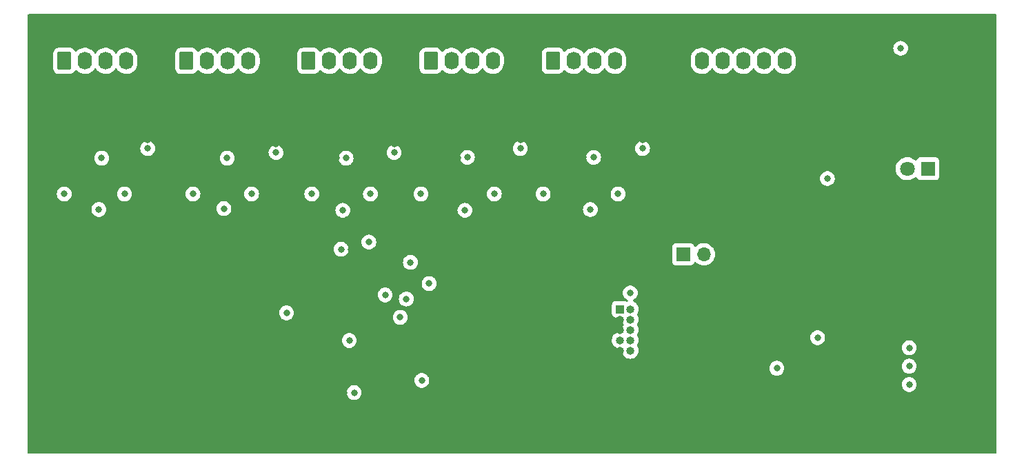
<source format=gbr>
%TF.GenerationSoftware,KiCad,Pcbnew,(5.99.0-8593-g9f18fee124)*%
%TF.CreationDate,2021-02-26T16:48:12-06:00*%
%TF.ProjectId,EE223_Design,45453232-335f-4446-9573-69676e2e6b69,rev?*%
%TF.SameCoordinates,Original*%
%TF.FileFunction,Copper,L2,Inr*%
%TF.FilePolarity,Positive*%
%FSLAX46Y46*%
G04 Gerber Fmt 4.6, Leading zero omitted, Abs format (unit mm)*
G04 Created by KiCad (PCBNEW (5.99.0-8593-g9f18fee124)) date 2021-02-26 16:48:12*
%MOMM*%
%LPD*%
G01*
G04 APERTURE LIST*
G04 Aperture macros list*
%AMRoundRect*
0 Rectangle with rounded corners*
0 $1 Rounding radius*
0 $2 $3 $4 $5 $6 $7 $8 $9 X,Y pos of 4 corners*
0 Add a 4 corners polygon primitive as box body*
4,1,4,$2,$3,$4,$5,$6,$7,$8,$9,$2,$3,0*
0 Add four circle primitives for the rounded corners*
1,1,$1+$1,$2,$3*
1,1,$1+$1,$4,$5*
1,1,$1+$1,$6,$7*
1,1,$1+$1,$8,$9*
0 Add four rect primitives between the rounded corners*
20,1,$1+$1,$2,$3,$4,$5,0*
20,1,$1+$1,$4,$5,$6,$7,0*
20,1,$1+$1,$6,$7,$8,$9,0*
20,1,$1+$1,$8,$9,$2,$3,0*%
G04 Aperture macros list end*
%TA.AperFunction,ComponentPad*%
%ADD10RoundRect,0.250000X-0.620000X-0.845000X0.620000X-0.845000X0.620000X0.845000X-0.620000X0.845000X0*%
%TD*%
%TA.AperFunction,ComponentPad*%
%ADD11O,1.740000X2.190000*%
%TD*%
%TA.AperFunction,ComponentPad*%
%ADD12R,1.000000X1.000000*%
%TD*%
%TA.AperFunction,ComponentPad*%
%ADD13O,1.000000X1.000000*%
%TD*%
%TA.AperFunction,ComponentPad*%
%ADD14R,1.700000X1.700000*%
%TD*%
%TA.AperFunction,ComponentPad*%
%ADD15O,1.700000X1.700000*%
%TD*%
%TA.AperFunction,ComponentPad*%
%ADD16R,1.800000X1.800000*%
%TD*%
%TA.AperFunction,ComponentPad*%
%ADD17C,1.800000*%
%TD*%
%TA.AperFunction,ViaPad*%
%ADD18C,0.800000*%
%TD*%
G04 APERTURE END LIST*
D10*
%TO.N,Net-(J6-Pad1)*%
%TO.C,J6*%
X70000000Y-41250000D03*
D11*
%TO.N,Net-(J6-Pad2)*%
X72540000Y-41250000D03*
%TO.N,Net-(J6-Pad3)*%
X75080000Y-41250000D03*
%TO.N,Net-(J6-Pad4)*%
X77620000Y-41250000D03*
%TD*%
D10*
%TO.N,Net-(U5-Pad11)*%
%TO.C,J4*%
X55000000Y-41250000D03*
D11*
%TO.N,Net-(U5-Pad7)*%
X57540000Y-41250000D03*
%TO.N,Net-(U5-Pad5)*%
X60080000Y-41250000D03*
%TO.N,Net-(U5-Pad1)*%
X62620000Y-41250000D03*
%TD*%
D10*
%TO.N,Net-(J5-Pad1)*%
%TO.C,J5*%
X115000000Y-41250000D03*
D11*
%TO.N,Net-(J5-Pad2)*%
X117540000Y-41250000D03*
%TO.N,Net-(J5-Pad3)*%
X120080000Y-41250000D03*
%TO.N,Net-(J5-Pad4)*%
X122620000Y-41250000D03*
%TD*%
D12*
%TO.N,+3V3*%
%TO.C,J1*%
X123250000Y-71750000D03*
D13*
%TO.N,SWDIO*%
X124520000Y-71750000D03*
%TO.N,GND*%
X123250000Y-73020000D03*
%TO.N,SWCLK*%
X124520000Y-73020000D03*
%TO.N,GND*%
X123250000Y-74290000D03*
%TO.N,SWO*%
X124520000Y-74290000D03*
%TO.N,unconnected-(J1-Pad7)*%
X123250000Y-75560000D03*
%TO.N,unconnected-(J1-Pad8)*%
X124520000Y-75560000D03*
%TO.N,GND*%
X123250000Y-76830000D03*
%TO.N,NRST*%
X124520000Y-76830000D03*
%TD*%
D10*
%TO.N,Net-(J3-Pad1)*%
%TO.C,J3*%
X100000000Y-41250000D03*
D11*
%TO.N,Net-(J3-Pad2)*%
X102540000Y-41250000D03*
%TO.N,Net-(J3-Pad3)*%
X105080000Y-41250000D03*
%TO.N,Net-(J3-Pad4)*%
X107620000Y-41250000D03*
%TD*%
D10*
%TO.N,GND*%
%TO.C,J2*%
X130750000Y-41250000D03*
D11*
%TO.N,Net-(J2-Pad2)*%
X133290000Y-41250000D03*
%TO.N,Net-(J2-Pad3)*%
X135830000Y-41250000D03*
%TO.N,Net-(J2-Pad4)*%
X138370000Y-41250000D03*
%TO.N,Net-(J2-Pad5)*%
X140910000Y-41250000D03*
%TO.N,+12V*%
X143450000Y-41250000D03*
%TD*%
D10*
%TO.N,Net-(J7-Pad1)*%
%TO.C,J7*%
X85000000Y-41250000D03*
D11*
%TO.N,Net-(J7-Pad2)*%
X87540000Y-41250000D03*
%TO.N,Net-(J7-Pad3)*%
X90080000Y-41250000D03*
%TO.N,Net-(J7-Pad4)*%
X92620000Y-41250000D03*
%TD*%
D14*
%TO.N,+3V3*%
%TO.C,JP1*%
X131000000Y-65000000D03*
D15*
%TO.N,BOOT0*%
X133540000Y-65000000D03*
%TO.N,GND*%
X136080000Y-65000000D03*
%TD*%
D16*
%TO.N,Net-(D1-Pad1)*%
%TO.C,D1*%
X161040000Y-54500000D03*
D17*
%TO.N,Net-(D1-Pad2)*%
X158500000Y-54500000D03*
%TD*%
D18*
%TO.N,GND*%
X159250000Y-60250000D03*
X148500000Y-81500000D03*
X136750000Y-79250000D03*
X134500000Y-56050000D03*
X129500000Y-56000000D03*
X144500000Y-56050000D03*
X139500000Y-56000000D03*
X76000000Y-50000000D03*
X90200000Y-64400000D03*
X95500000Y-51500000D03*
X151600000Y-43800000D03*
X86500000Y-50000000D03*
X118700000Y-53100000D03*
X105500000Y-50000000D03*
X111000000Y-51000000D03*
X101500000Y-50500000D03*
X101400000Y-70000000D03*
X81000000Y-51500000D03*
X72000000Y-50000000D03*
X88400000Y-53200000D03*
X73600000Y-53200000D03*
X56750000Y-50000000D03*
X100000000Y-78200000D03*
X120800000Y-50000000D03*
X163500000Y-47000000D03*
X117000000Y-50200000D03*
X90500000Y-50000000D03*
X99000000Y-66500000D03*
X58200000Y-53200000D03*
X82000000Y-75200000D03*
X89400000Y-82000000D03*
X103300000Y-53200000D03*
X126000000Y-51000000D03*
X65250000Y-51000000D03*
X97000000Y-77200000D03*
X60500000Y-50000000D03*
%TO.N,V_MOTOR*%
X107800000Y-57600000D03*
X98800000Y-57600000D03*
X113800000Y-57600000D03*
X55000000Y-57600000D03*
X78000000Y-57600000D03*
X92600000Y-57600000D03*
X62400000Y-57600000D03*
X123000000Y-57600000D03*
X148700000Y-55700000D03*
X85400000Y-57600000D03*
X157700000Y-39700000D03*
X70800000Y-57600000D03*
%TO.N,+3V3*%
X89200000Y-59600000D03*
X82300000Y-72200000D03*
X75000000Y-53200000D03*
X119600000Y-59500000D03*
X158750000Y-78750000D03*
X89000000Y-64400000D03*
X158750000Y-81000000D03*
X99800000Y-68600000D03*
X74600000Y-59400000D03*
X111000000Y-52000000D03*
X126000000Y-52000000D03*
X98900000Y-80500000D03*
X95500000Y-52500000D03*
X59600000Y-53200000D03*
X81000000Y-52500000D03*
X65250000Y-52000000D03*
X158750000Y-76500000D03*
X147500000Y-75250000D03*
X89600000Y-53200000D03*
X90600000Y-82000000D03*
X104200000Y-59600000D03*
X59250000Y-59500000D03*
X90000000Y-75600000D03*
X120000000Y-53100000D03*
X104500000Y-53100000D03*
X142500000Y-79000000D03*
%TO.N,NRST*%
X96250000Y-72750000D03*
%TO.N,SWO*%
X94400000Y-70000000D03*
%TO.N,SWCLK*%
X97500000Y-66000000D03*
%TO.N,SWDIO*%
X124500000Y-69750000D03*
X97000000Y-70500000D03*
%TO.N,BOOT0*%
X92400000Y-63500000D03*
%TD*%
%TA.AperFunction,Conductor*%
%TO.N,GND*%
G36*
X169434121Y-35528002D02*
G01*
X169480614Y-35581658D01*
X169492000Y-35634000D01*
X169492000Y-89366000D01*
X169471998Y-89434121D01*
X169418342Y-89480614D01*
X169366000Y-89492000D01*
X50634000Y-89492000D01*
X50565879Y-89471998D01*
X50519386Y-89418342D01*
X50508000Y-89366000D01*
X50508000Y-82000000D01*
X89686500Y-82000000D01*
X89706462Y-82189927D01*
X89765476Y-82371554D01*
X89860963Y-82536942D01*
X89988749Y-82678863D01*
X89994091Y-82682744D01*
X89994093Y-82682746D01*
X90137908Y-82787233D01*
X90143250Y-82791114D01*
X90149278Y-82793798D01*
X90149280Y-82793799D01*
X90311682Y-82866105D01*
X90317713Y-82868790D01*
X90411113Y-82888643D01*
X90498056Y-82907124D01*
X90498061Y-82907124D01*
X90504513Y-82908496D01*
X90695487Y-82908496D01*
X90701939Y-82907124D01*
X90701944Y-82907124D01*
X90788887Y-82888643D01*
X90882287Y-82868790D01*
X90888318Y-82866105D01*
X91050720Y-82793799D01*
X91050722Y-82793798D01*
X91056750Y-82791114D01*
X91062092Y-82787233D01*
X91205907Y-82682746D01*
X91205909Y-82682744D01*
X91211251Y-82678863D01*
X91339037Y-82536942D01*
X91434524Y-82371554D01*
X91493538Y-82189927D01*
X91513500Y-82000000D01*
X91493538Y-81810073D01*
X91434524Y-81628446D01*
X91339037Y-81463058D01*
X91211251Y-81321137D01*
X91205909Y-81317256D01*
X91205907Y-81317254D01*
X91062092Y-81212767D01*
X91062091Y-81212766D01*
X91056750Y-81208886D01*
X91050722Y-81206202D01*
X91050720Y-81206201D01*
X90888318Y-81133895D01*
X90888317Y-81133895D01*
X90882287Y-81131210D01*
X90788887Y-81111357D01*
X90701944Y-81092876D01*
X90701939Y-81092876D01*
X90695487Y-81091504D01*
X90504513Y-81091504D01*
X90498061Y-81092876D01*
X90498056Y-81092876D01*
X90411113Y-81111357D01*
X90317713Y-81131210D01*
X90311683Y-81133895D01*
X90311682Y-81133895D01*
X90149280Y-81206201D01*
X90149278Y-81206202D01*
X90143250Y-81208886D01*
X90137909Y-81212766D01*
X90137908Y-81212767D01*
X89994093Y-81317254D01*
X89994091Y-81317256D01*
X89988749Y-81321137D01*
X89860963Y-81463058D01*
X89765476Y-81628446D01*
X89706462Y-81810073D01*
X89686500Y-82000000D01*
X50508000Y-82000000D01*
X50508000Y-80500000D01*
X97986500Y-80500000D01*
X98006462Y-80689927D01*
X98065476Y-80871554D01*
X98160963Y-81036942D01*
X98288749Y-81178863D01*
X98294091Y-81182744D01*
X98294093Y-81182746D01*
X98330072Y-81208886D01*
X98443250Y-81291114D01*
X98449278Y-81293798D01*
X98449280Y-81293799D01*
X98611682Y-81366105D01*
X98617713Y-81368790D01*
X98711113Y-81388643D01*
X98798056Y-81407124D01*
X98798061Y-81407124D01*
X98804513Y-81408496D01*
X98995487Y-81408496D01*
X99001939Y-81407124D01*
X99001944Y-81407124D01*
X99088887Y-81388643D01*
X99182287Y-81368790D01*
X99188318Y-81366105D01*
X99350720Y-81293799D01*
X99350722Y-81293798D01*
X99356750Y-81291114D01*
X99469928Y-81208886D01*
X99505907Y-81182746D01*
X99505909Y-81182744D01*
X99511251Y-81178863D01*
X99639037Y-81036942D01*
X99660366Y-81000000D01*
X157836500Y-81000000D01*
X157856462Y-81189927D01*
X157915476Y-81371554D01*
X157918779Y-81377276D01*
X157918780Y-81377277D01*
X157952689Y-81436008D01*
X158010963Y-81536942D01*
X158138749Y-81678863D01*
X158144091Y-81682744D01*
X158144093Y-81682746D01*
X158287908Y-81787233D01*
X158293250Y-81791114D01*
X158299278Y-81793798D01*
X158299280Y-81793799D01*
X158461682Y-81866105D01*
X158467713Y-81868790D01*
X158561113Y-81888643D01*
X158648056Y-81907124D01*
X158648061Y-81907124D01*
X158654513Y-81908496D01*
X158845487Y-81908496D01*
X158851939Y-81907124D01*
X158851944Y-81907124D01*
X158938887Y-81888643D01*
X159032287Y-81868790D01*
X159038318Y-81866105D01*
X159200720Y-81793799D01*
X159200722Y-81793798D01*
X159206750Y-81791114D01*
X159212092Y-81787233D01*
X159355907Y-81682746D01*
X159355909Y-81682744D01*
X159361251Y-81678863D01*
X159489037Y-81536942D01*
X159547311Y-81436008D01*
X159581220Y-81377277D01*
X159581221Y-81377276D01*
X159584524Y-81371554D01*
X159643538Y-81189927D01*
X159663500Y-81000000D01*
X159643538Y-80810073D01*
X159584524Y-80628446D01*
X159489037Y-80463058D01*
X159361251Y-80321137D01*
X159355909Y-80317256D01*
X159355907Y-80317254D01*
X159212092Y-80212767D01*
X159212091Y-80212766D01*
X159206750Y-80208886D01*
X159200722Y-80206202D01*
X159200720Y-80206201D01*
X159038318Y-80133895D01*
X159038317Y-80133895D01*
X159032287Y-80131210D01*
X158938887Y-80111357D01*
X158851944Y-80092876D01*
X158851939Y-80092876D01*
X158845487Y-80091504D01*
X158654513Y-80091504D01*
X158648061Y-80092876D01*
X158648056Y-80092876D01*
X158561113Y-80111357D01*
X158467713Y-80131210D01*
X158461683Y-80133895D01*
X158461682Y-80133895D01*
X158299280Y-80206201D01*
X158299278Y-80206202D01*
X158293250Y-80208886D01*
X158287909Y-80212766D01*
X158287908Y-80212767D01*
X158144093Y-80317254D01*
X158144091Y-80317256D01*
X158138749Y-80321137D01*
X158010963Y-80463058D01*
X157915476Y-80628446D01*
X157856462Y-80810073D01*
X157836500Y-81000000D01*
X99660366Y-81000000D01*
X99734524Y-80871554D01*
X99793538Y-80689927D01*
X99813500Y-80500000D01*
X99793538Y-80310073D01*
X99734524Y-80128446D01*
X99713196Y-80091504D01*
X99642338Y-79968776D01*
X99639037Y-79963058D01*
X99511251Y-79821137D01*
X99505909Y-79817256D01*
X99505907Y-79817254D01*
X99362092Y-79712767D01*
X99362091Y-79712766D01*
X99356750Y-79708886D01*
X99350722Y-79706202D01*
X99350720Y-79706201D01*
X99188318Y-79633895D01*
X99188317Y-79633895D01*
X99182287Y-79631210D01*
X99088887Y-79611357D01*
X99001944Y-79592876D01*
X99001939Y-79592876D01*
X98995487Y-79591504D01*
X98804513Y-79591504D01*
X98798061Y-79592876D01*
X98798056Y-79592876D01*
X98711113Y-79611357D01*
X98617713Y-79631210D01*
X98611683Y-79633895D01*
X98611682Y-79633895D01*
X98449280Y-79706201D01*
X98449278Y-79706202D01*
X98443250Y-79708886D01*
X98437909Y-79712766D01*
X98437908Y-79712767D01*
X98294093Y-79817254D01*
X98294091Y-79817256D01*
X98288749Y-79821137D01*
X98160963Y-79963058D01*
X98157662Y-79968776D01*
X98086805Y-80091504D01*
X98065476Y-80128446D01*
X98006462Y-80310073D01*
X97986500Y-80500000D01*
X50508000Y-80500000D01*
X50508000Y-79000000D01*
X141586500Y-79000000D01*
X141606462Y-79189927D01*
X141665476Y-79371554D01*
X141760963Y-79536942D01*
X141765381Y-79541849D01*
X141765382Y-79541850D01*
X141884327Y-79673952D01*
X141888749Y-79678863D01*
X141894091Y-79682744D01*
X141894093Y-79682746D01*
X141930072Y-79708886D01*
X142043250Y-79791114D01*
X142049278Y-79793798D01*
X142049280Y-79793799D01*
X142211682Y-79866105D01*
X142217713Y-79868790D01*
X142311113Y-79888643D01*
X142398056Y-79907124D01*
X142398061Y-79907124D01*
X142404513Y-79908496D01*
X142595487Y-79908496D01*
X142601939Y-79907124D01*
X142601944Y-79907124D01*
X142688887Y-79888643D01*
X142782287Y-79868790D01*
X142788318Y-79866105D01*
X142950720Y-79793799D01*
X142950722Y-79793798D01*
X142956750Y-79791114D01*
X143069928Y-79708886D01*
X143105907Y-79682746D01*
X143105909Y-79682744D01*
X143111251Y-79678863D01*
X143115673Y-79673952D01*
X143234618Y-79541850D01*
X143234619Y-79541849D01*
X143239037Y-79536942D01*
X143334524Y-79371554D01*
X143393538Y-79189927D01*
X143413500Y-79000000D01*
X143393538Y-78810073D01*
X143374019Y-78750000D01*
X157836500Y-78750000D01*
X157856462Y-78939927D01*
X157915476Y-79121554D01*
X158010963Y-79286942D01*
X158138749Y-79428863D01*
X158144091Y-79432744D01*
X158144093Y-79432746D01*
X158287908Y-79537233D01*
X158293250Y-79541114D01*
X158299278Y-79543798D01*
X158299280Y-79543799D01*
X158409509Y-79592876D01*
X158467713Y-79618790D01*
X158538776Y-79633895D01*
X158648056Y-79657124D01*
X158648061Y-79657124D01*
X158654513Y-79658496D01*
X158845487Y-79658496D01*
X158851939Y-79657124D01*
X158851944Y-79657124D01*
X158961224Y-79633895D01*
X159032287Y-79618790D01*
X159090491Y-79592876D01*
X159200720Y-79543799D01*
X159200722Y-79543798D01*
X159206750Y-79541114D01*
X159212092Y-79537233D01*
X159355907Y-79432746D01*
X159355909Y-79432744D01*
X159361251Y-79428863D01*
X159489037Y-79286942D01*
X159584524Y-79121554D01*
X159643538Y-78939927D01*
X159663500Y-78750000D01*
X159643538Y-78560073D01*
X159584524Y-78378446D01*
X159489037Y-78213058D01*
X159417759Y-78133895D01*
X159365673Y-78076048D01*
X159365672Y-78076047D01*
X159361251Y-78071137D01*
X159355909Y-78067256D01*
X159355907Y-78067254D01*
X159212092Y-77962767D01*
X159212091Y-77962766D01*
X159206750Y-77958886D01*
X159200722Y-77956202D01*
X159200720Y-77956201D01*
X159038318Y-77883895D01*
X159038317Y-77883895D01*
X159032287Y-77881210D01*
X158938887Y-77861357D01*
X158851944Y-77842876D01*
X158851939Y-77842876D01*
X158845487Y-77841504D01*
X158654513Y-77841504D01*
X158648061Y-77842876D01*
X158648056Y-77842876D01*
X158561113Y-77861357D01*
X158467713Y-77881210D01*
X158461683Y-77883895D01*
X158461682Y-77883895D01*
X158299280Y-77956201D01*
X158299278Y-77956202D01*
X158293250Y-77958886D01*
X158287909Y-77962766D01*
X158287908Y-77962767D01*
X158144093Y-78067254D01*
X158144091Y-78067256D01*
X158138749Y-78071137D01*
X158134328Y-78076047D01*
X158134327Y-78076048D01*
X158082242Y-78133895D01*
X158010963Y-78213058D01*
X157915476Y-78378446D01*
X157856462Y-78560073D01*
X157836500Y-78750000D01*
X143374019Y-78750000D01*
X143334524Y-78628446D01*
X143239037Y-78463058D01*
X143111251Y-78321137D01*
X143105909Y-78317256D01*
X143105907Y-78317254D01*
X142962092Y-78212767D01*
X142962091Y-78212766D01*
X142956750Y-78208886D01*
X142950722Y-78206202D01*
X142950720Y-78206201D01*
X142788318Y-78133895D01*
X142788317Y-78133895D01*
X142782287Y-78131210D01*
X142688887Y-78111357D01*
X142601944Y-78092876D01*
X142601939Y-78092876D01*
X142595487Y-78091504D01*
X142404513Y-78091504D01*
X142398061Y-78092876D01*
X142398056Y-78092876D01*
X142311113Y-78111357D01*
X142217713Y-78131210D01*
X142211683Y-78133895D01*
X142211682Y-78133895D01*
X142049280Y-78206201D01*
X142049278Y-78206202D01*
X142043250Y-78208886D01*
X142037909Y-78212766D01*
X142037908Y-78212767D01*
X141894093Y-78317254D01*
X141894091Y-78317256D01*
X141888749Y-78321137D01*
X141760963Y-78463058D01*
X141665476Y-78628446D01*
X141606462Y-78810073D01*
X141586500Y-79000000D01*
X50508000Y-79000000D01*
X50508000Y-75600000D01*
X89086500Y-75600000D01*
X89106462Y-75789927D01*
X89165476Y-75971554D01*
X89260963Y-76136942D01*
X89265381Y-76141849D01*
X89265382Y-76141850D01*
X89384327Y-76273952D01*
X89388749Y-76278863D01*
X89394091Y-76282744D01*
X89394093Y-76282746D01*
X89537908Y-76387233D01*
X89543250Y-76391114D01*
X89549278Y-76393798D01*
X89549280Y-76393799D01*
X89711682Y-76466105D01*
X89717713Y-76468790D01*
X89811113Y-76488643D01*
X89898056Y-76507124D01*
X89898061Y-76507124D01*
X89904513Y-76508496D01*
X90095487Y-76508496D01*
X90101939Y-76507124D01*
X90101944Y-76507124D01*
X90188887Y-76488643D01*
X90282287Y-76468790D01*
X90288318Y-76466105D01*
X90450720Y-76393799D01*
X90450722Y-76393798D01*
X90456750Y-76391114D01*
X90462092Y-76387233D01*
X90605907Y-76282746D01*
X90605909Y-76282744D01*
X90611251Y-76278863D01*
X90615673Y-76273952D01*
X90734618Y-76141850D01*
X90734619Y-76141849D01*
X90739037Y-76136942D01*
X90834524Y-75971554D01*
X90893538Y-75789927D01*
X90913500Y-75600000D01*
X90893538Y-75410073D01*
X90834524Y-75228446D01*
X90739037Y-75063058D01*
X90611251Y-74921137D01*
X90605909Y-74917256D01*
X90605907Y-74917254D01*
X90462092Y-74812767D01*
X90462091Y-74812766D01*
X90456750Y-74808886D01*
X90450722Y-74806202D01*
X90450720Y-74806201D01*
X90288318Y-74733895D01*
X90288317Y-74733895D01*
X90282287Y-74731210D01*
X90178198Y-74709085D01*
X90101944Y-74692876D01*
X90101939Y-74692876D01*
X90095487Y-74691504D01*
X89904513Y-74691504D01*
X89898061Y-74692876D01*
X89898056Y-74692876D01*
X89821802Y-74709085D01*
X89717713Y-74731210D01*
X89711683Y-74733895D01*
X89711682Y-74733895D01*
X89549280Y-74806201D01*
X89549278Y-74806202D01*
X89543250Y-74808886D01*
X89537909Y-74812766D01*
X89537908Y-74812767D01*
X89394093Y-74917254D01*
X89394091Y-74917256D01*
X89388749Y-74921137D01*
X89260963Y-75063058D01*
X89165476Y-75228446D01*
X89106462Y-75410073D01*
X89086500Y-75600000D01*
X50508000Y-75600000D01*
X50508000Y-72200000D01*
X81386500Y-72200000D01*
X81406462Y-72389927D01*
X81465476Y-72571554D01*
X81468779Y-72577276D01*
X81468780Y-72577277D01*
X81473973Y-72586271D01*
X81560963Y-72736942D01*
X81565381Y-72741849D01*
X81565382Y-72741850D01*
X81644101Y-72829276D01*
X81688749Y-72878863D01*
X81694091Y-72882744D01*
X81694093Y-72882746D01*
X81781439Y-72946206D01*
X81843250Y-72991114D01*
X81849278Y-72993798D01*
X81849280Y-72993799D01*
X82011682Y-73066105D01*
X82017713Y-73068790D01*
X82111113Y-73088643D01*
X82198056Y-73107124D01*
X82198061Y-73107124D01*
X82204513Y-73108496D01*
X82395487Y-73108496D01*
X82401939Y-73107124D01*
X82401944Y-73107124D01*
X82488887Y-73088643D01*
X82582287Y-73068790D01*
X82588318Y-73066105D01*
X82750720Y-72993799D01*
X82750722Y-72993798D01*
X82756750Y-72991114D01*
X82818561Y-72946206D01*
X82905907Y-72882746D01*
X82905909Y-72882744D01*
X82911251Y-72878863D01*
X82955899Y-72829276D01*
X83027280Y-72750000D01*
X95336500Y-72750000D01*
X95356462Y-72939927D01*
X95415476Y-73121554D01*
X95510963Y-73286942D01*
X95515381Y-73291849D01*
X95515382Y-73291850D01*
X95611474Y-73398571D01*
X95638749Y-73428863D01*
X95644091Y-73432744D01*
X95644093Y-73432746D01*
X95650762Y-73437591D01*
X95793250Y-73541114D01*
X95799278Y-73543798D01*
X95799280Y-73543799D01*
X95961682Y-73616105D01*
X95967713Y-73618790D01*
X96061113Y-73638643D01*
X96148056Y-73657124D01*
X96148061Y-73657124D01*
X96154513Y-73658496D01*
X96345487Y-73658496D01*
X96351939Y-73657124D01*
X96351944Y-73657124D01*
X96438887Y-73638643D01*
X96532287Y-73618790D01*
X96538318Y-73616105D01*
X96700720Y-73543799D01*
X96700722Y-73543798D01*
X96706750Y-73541114D01*
X96849238Y-73437591D01*
X96855907Y-73432746D01*
X96855909Y-73432744D01*
X96861251Y-73428863D01*
X96888526Y-73398571D01*
X96984618Y-73291850D01*
X96984619Y-73291849D01*
X96989037Y-73286942D01*
X97084524Y-73121554D01*
X97143538Y-72939927D01*
X97163500Y-72750000D01*
X97143538Y-72560073D01*
X97084524Y-72378446D01*
X96989037Y-72213058D01*
X96971369Y-72193435D01*
X96865673Y-72076048D01*
X96865672Y-72076047D01*
X96861251Y-72071137D01*
X96855909Y-72067256D01*
X96855907Y-72067254D01*
X96712092Y-71962767D01*
X96712091Y-71962766D01*
X96706750Y-71958886D01*
X96700722Y-71956202D01*
X96700720Y-71956201D01*
X96538318Y-71883895D01*
X96538317Y-71883895D01*
X96532287Y-71881210D01*
X96438887Y-71861357D01*
X96351944Y-71842876D01*
X96351939Y-71842876D01*
X96345487Y-71841504D01*
X96154513Y-71841504D01*
X96148061Y-71842876D01*
X96148056Y-71842876D01*
X96061113Y-71861357D01*
X95967713Y-71881210D01*
X95961683Y-71883895D01*
X95961682Y-71883895D01*
X95799280Y-71956201D01*
X95799278Y-71956202D01*
X95793250Y-71958886D01*
X95787909Y-71962766D01*
X95787908Y-71962767D01*
X95644093Y-72067254D01*
X95644091Y-72067256D01*
X95638749Y-72071137D01*
X95634328Y-72076047D01*
X95634327Y-72076048D01*
X95528632Y-72193435D01*
X95510963Y-72213058D01*
X95415476Y-72378446D01*
X95356462Y-72560073D01*
X95336500Y-72750000D01*
X83027280Y-72750000D01*
X83034618Y-72741850D01*
X83034619Y-72741849D01*
X83039037Y-72736942D01*
X83126027Y-72586271D01*
X83131220Y-72577277D01*
X83131221Y-72577276D01*
X83134524Y-72571554D01*
X83193538Y-72389927D01*
X83213500Y-72200000D01*
X83193538Y-72010073D01*
X83134524Y-71828446D01*
X83039037Y-71663058D01*
X82945592Y-71559276D01*
X82915673Y-71526048D01*
X82915672Y-71526047D01*
X82911251Y-71521137D01*
X82905909Y-71517256D01*
X82905907Y-71517254D01*
X82762092Y-71412767D01*
X82762091Y-71412766D01*
X82756750Y-71408886D01*
X82750722Y-71406202D01*
X82750720Y-71406201D01*
X82588318Y-71333895D01*
X82588317Y-71333895D01*
X82582287Y-71331210D01*
X82488887Y-71311357D01*
X82401944Y-71292876D01*
X82401939Y-71292876D01*
X82395487Y-71291504D01*
X82204513Y-71291504D01*
X82198061Y-71292876D01*
X82198056Y-71292876D01*
X82111113Y-71311357D01*
X82017713Y-71331210D01*
X82011683Y-71333895D01*
X82011682Y-71333895D01*
X81849280Y-71406201D01*
X81849278Y-71406202D01*
X81843250Y-71408886D01*
X81837909Y-71412766D01*
X81837908Y-71412767D01*
X81694093Y-71517254D01*
X81694091Y-71517256D01*
X81688749Y-71521137D01*
X81684328Y-71526047D01*
X81684327Y-71526048D01*
X81654409Y-71559276D01*
X81560963Y-71663058D01*
X81465476Y-71828446D01*
X81406462Y-72010073D01*
X81386500Y-72200000D01*
X50508000Y-72200000D01*
X50508000Y-70000000D01*
X93486500Y-70000000D01*
X93506462Y-70189927D01*
X93565476Y-70371554D01*
X93660963Y-70536942D01*
X93665381Y-70541849D01*
X93665382Y-70541850D01*
X93784327Y-70673952D01*
X93788749Y-70678863D01*
X93794091Y-70682744D01*
X93794093Y-70682746D01*
X93915554Y-70770992D01*
X93943250Y-70791114D01*
X93949278Y-70793798D01*
X93949280Y-70793799D01*
X94111682Y-70866105D01*
X94117713Y-70868790D01*
X94211113Y-70888643D01*
X94298056Y-70907124D01*
X94298061Y-70907124D01*
X94304513Y-70908496D01*
X94495487Y-70908496D01*
X94501939Y-70907124D01*
X94501944Y-70907124D01*
X94588887Y-70888643D01*
X94682287Y-70868790D01*
X94688318Y-70866105D01*
X94850720Y-70793799D01*
X94850722Y-70793798D01*
X94856750Y-70791114D01*
X94884446Y-70770992D01*
X95005907Y-70682746D01*
X95005909Y-70682744D01*
X95011251Y-70678863D01*
X95015673Y-70673952D01*
X95134618Y-70541850D01*
X95134619Y-70541849D01*
X95139037Y-70536942D01*
X95160366Y-70500000D01*
X96086500Y-70500000D01*
X96106462Y-70689927D01*
X96108502Y-70696205D01*
X96108502Y-70696206D01*
X96135847Y-70780365D01*
X96165476Y-70871554D01*
X96168779Y-70877276D01*
X96168780Y-70877277D01*
X96187540Y-70909770D01*
X96260963Y-71036942D01*
X96388749Y-71178863D01*
X96394091Y-71182744D01*
X96394093Y-71182746D01*
X96480539Y-71245552D01*
X96543250Y-71291114D01*
X96549278Y-71293798D01*
X96549280Y-71293799D01*
X96711682Y-71366105D01*
X96717713Y-71368790D01*
X96811113Y-71388643D01*
X96898056Y-71407124D01*
X96898061Y-71407124D01*
X96904513Y-71408496D01*
X97095487Y-71408496D01*
X97101939Y-71407124D01*
X97101944Y-71407124D01*
X97188887Y-71388643D01*
X97282287Y-71368790D01*
X97288318Y-71366105D01*
X97450720Y-71293799D01*
X97450722Y-71293798D01*
X97456750Y-71291114D01*
X97513339Y-71250000D01*
X122236500Y-71250000D01*
X122236500Y-72250000D01*
X122241727Y-72323079D01*
X122282904Y-72463316D01*
X122287775Y-72470895D01*
X122357051Y-72578691D01*
X122357053Y-72578694D01*
X122361923Y-72586271D01*
X122368733Y-72592172D01*
X122465569Y-72676082D01*
X122465572Y-72676084D01*
X122472381Y-72681984D01*
X122605330Y-72742700D01*
X122614245Y-72743982D01*
X122614246Y-72743982D01*
X122745552Y-72762861D01*
X122745559Y-72762862D01*
X122750000Y-72763500D01*
X123392859Y-72763500D01*
X123460980Y-72783502D01*
X123507473Y-72837158D01*
X123518074Y-72903545D01*
X123506599Y-73005849D01*
X123523150Y-73202956D01*
X123577672Y-73393094D01*
X123668086Y-73569021D01*
X123671911Y-73573847D01*
X123673689Y-73576090D01*
X123674250Y-73577475D01*
X123675251Y-73579029D01*
X123674956Y-73579219D01*
X123700325Y-73641901D01*
X123687153Y-73711665D01*
X123683743Y-73717404D01*
X123683747Y-73717406D01*
X123588456Y-73890740D01*
X123528647Y-74079282D01*
X123506599Y-74275849D01*
X123507115Y-74281993D01*
X123519007Y-74423621D01*
X123504775Y-74493177D01*
X123455198Y-74543996D01*
X123380280Y-74559474D01*
X123307018Y-74551774D01*
X123263205Y-74547169D01*
X123263203Y-74547169D01*
X123257076Y-74546525D01*
X123174226Y-74554065D01*
X123066228Y-74563893D01*
X123066225Y-74563894D01*
X123060089Y-74564452D01*
X123054183Y-74566190D01*
X123054179Y-74566191D01*
X122912779Y-74607808D01*
X122870336Y-74620299D01*
X122695045Y-74711939D01*
X122540891Y-74835882D01*
X122536933Y-74840599D01*
X122536931Y-74840601D01*
X122505175Y-74878446D01*
X122413747Y-74987406D01*
X122410783Y-74992798D01*
X122410780Y-74992802D01*
X122333031Y-75134227D01*
X122318456Y-75160740D01*
X122316595Y-75166607D01*
X122316594Y-75166609D01*
X122260509Y-75343412D01*
X122258647Y-75349282D01*
X122236599Y-75545849D01*
X122253150Y-75742956D01*
X122274455Y-75817254D01*
X122305051Y-75923952D01*
X122307672Y-75933094D01*
X122324208Y-75965269D01*
X122364567Y-76043799D01*
X122398086Y-76109021D01*
X122520949Y-76264036D01*
X122525636Y-76268025D01*
X122525639Y-76268028D01*
X122666890Y-76388242D01*
X122671582Y-76392235D01*
X122676960Y-76395241D01*
X122676962Y-76395242D01*
X122808561Y-76468790D01*
X122844246Y-76488734D01*
X123032366Y-76549857D01*
X123228775Y-76573278D01*
X123234910Y-76572806D01*
X123234913Y-76572806D01*
X123384604Y-76561288D01*
X123454058Y-76576005D01*
X123504530Y-76625936D01*
X123519485Y-76700961D01*
X123506599Y-76815849D01*
X123523150Y-77012956D01*
X123533319Y-77048419D01*
X123570724Y-77178863D01*
X123577672Y-77203094D01*
X123668086Y-77379021D01*
X123790949Y-77534036D01*
X123795636Y-77538025D01*
X123795639Y-77538028D01*
X123820615Y-77559284D01*
X123941582Y-77662235D01*
X123946960Y-77665241D01*
X123946962Y-77665242D01*
X123988585Y-77688504D01*
X124114246Y-77758734D01*
X124302366Y-77819857D01*
X124498775Y-77843278D01*
X124504910Y-77842806D01*
X124504912Y-77842806D01*
X124689850Y-77828576D01*
X124689854Y-77828575D01*
X124695992Y-77828103D01*
X124886507Y-77774910D01*
X125063060Y-77685726D01*
X125089279Y-77665242D01*
X125214073Y-77567742D01*
X125218929Y-77563948D01*
X125241303Y-77538028D01*
X125344147Y-77418882D01*
X125344148Y-77418880D01*
X125348176Y-77414214D01*
X125445878Y-77242228D01*
X125508314Y-77054539D01*
X125533105Y-76858299D01*
X125533500Y-76830000D01*
X125514198Y-76633143D01*
X125473999Y-76500000D01*
X157836500Y-76500000D01*
X157856462Y-76689927D01*
X157915476Y-76871554D01*
X158010963Y-77036942D01*
X158015381Y-77041849D01*
X158015382Y-77041850D01*
X158134327Y-77173952D01*
X158138749Y-77178863D01*
X158144091Y-77182744D01*
X158144093Y-77182746D01*
X158225964Y-77242228D01*
X158293250Y-77291114D01*
X158299278Y-77293798D01*
X158299280Y-77293799D01*
X158461682Y-77366105D01*
X158467713Y-77368790D01*
X158538583Y-77383854D01*
X158648056Y-77407124D01*
X158648061Y-77407124D01*
X158654513Y-77408496D01*
X158845487Y-77408496D01*
X158851939Y-77407124D01*
X158851944Y-77407124D01*
X158961417Y-77383854D01*
X159032287Y-77368790D01*
X159038318Y-77366105D01*
X159200720Y-77293799D01*
X159200722Y-77293798D01*
X159206750Y-77291114D01*
X159274036Y-77242228D01*
X159355907Y-77182746D01*
X159355909Y-77182744D01*
X159361251Y-77178863D01*
X159365673Y-77173952D01*
X159484618Y-77041850D01*
X159484619Y-77041849D01*
X159489037Y-77036942D01*
X159584524Y-76871554D01*
X159643538Y-76689927D01*
X159663500Y-76500000D01*
X159643538Y-76310073D01*
X159630238Y-76269138D01*
X159588879Y-76141850D01*
X159584524Y-76128446D01*
X159570145Y-76103540D01*
X159531862Y-76037233D01*
X159489037Y-75963058D01*
X159462058Y-75933094D01*
X159365673Y-75826048D01*
X159365672Y-75826047D01*
X159361251Y-75821137D01*
X159355909Y-75817256D01*
X159355907Y-75817254D01*
X159212092Y-75712767D01*
X159212091Y-75712766D01*
X159206750Y-75708886D01*
X159200722Y-75706202D01*
X159200720Y-75706201D01*
X159038318Y-75633895D01*
X159038317Y-75633895D01*
X159032287Y-75631210D01*
X158916343Y-75606565D01*
X158851944Y-75592876D01*
X158851939Y-75592876D01*
X158845487Y-75591504D01*
X158654513Y-75591504D01*
X158648061Y-75592876D01*
X158648056Y-75592876D01*
X158583657Y-75606565D01*
X158467713Y-75631210D01*
X158461683Y-75633895D01*
X158461682Y-75633895D01*
X158299280Y-75706201D01*
X158299278Y-75706202D01*
X158293250Y-75708886D01*
X158287909Y-75712766D01*
X158287908Y-75712767D01*
X158144093Y-75817254D01*
X158144091Y-75817256D01*
X158138749Y-75821137D01*
X158134328Y-75826047D01*
X158134327Y-75826048D01*
X158037943Y-75933094D01*
X158010963Y-75963058D01*
X157968138Y-76037233D01*
X157929856Y-76103540D01*
X157915476Y-76128446D01*
X157911121Y-76141850D01*
X157869763Y-76269138D01*
X157856462Y-76310073D01*
X157836500Y-76500000D01*
X125473999Y-76500000D01*
X125457027Y-76443785D01*
X125382593Y-76303794D01*
X125367058Y-76274577D01*
X125364166Y-76269138D01*
X125360268Y-76264359D01*
X125359857Y-76263740D01*
X125338816Y-76195933D01*
X125355245Y-76131770D01*
X125355555Y-76131224D01*
X125445878Y-75972228D01*
X125508314Y-75784539D01*
X125533105Y-75588299D01*
X125533500Y-75560000D01*
X125514198Y-75363143D01*
X125480038Y-75250000D01*
X146586500Y-75250000D01*
X146606462Y-75439927D01*
X146665476Y-75621554D01*
X146760963Y-75786942D01*
X146888749Y-75928863D01*
X146894091Y-75932744D01*
X146894093Y-75932746D01*
X147037908Y-76037233D01*
X147043250Y-76041114D01*
X147049278Y-76043798D01*
X147049280Y-76043799D01*
X147211682Y-76116105D01*
X147217713Y-76118790D01*
X147292709Y-76134731D01*
X147398056Y-76157124D01*
X147398061Y-76157124D01*
X147404513Y-76158496D01*
X147595487Y-76158496D01*
X147601939Y-76157124D01*
X147601944Y-76157124D01*
X147707291Y-76134731D01*
X147782287Y-76118790D01*
X147788318Y-76116105D01*
X147950720Y-76043799D01*
X147950722Y-76043798D01*
X147956750Y-76041114D01*
X147962092Y-76037233D01*
X148105907Y-75932746D01*
X148105909Y-75932744D01*
X148111251Y-75928863D01*
X148239037Y-75786942D01*
X148334524Y-75621554D01*
X148393538Y-75439927D01*
X148413500Y-75250000D01*
X148404735Y-75166609D01*
X148394228Y-75066637D01*
X148394228Y-75066636D01*
X148393538Y-75060073D01*
X148334524Y-74878446D01*
X148239037Y-74713058D01*
X148111251Y-74571137D01*
X148105909Y-74567256D01*
X148105907Y-74567254D01*
X147962092Y-74462767D01*
X147962091Y-74462766D01*
X147956750Y-74458886D01*
X147950722Y-74456202D01*
X147950720Y-74456201D01*
X147788318Y-74383895D01*
X147788317Y-74383895D01*
X147782287Y-74381210D01*
X147688887Y-74361357D01*
X147601944Y-74342876D01*
X147601939Y-74342876D01*
X147595487Y-74341504D01*
X147404513Y-74341504D01*
X147398061Y-74342876D01*
X147398056Y-74342876D01*
X147311113Y-74361357D01*
X147217713Y-74381210D01*
X147211683Y-74383895D01*
X147211682Y-74383895D01*
X147049280Y-74456201D01*
X147049278Y-74456202D01*
X147043250Y-74458886D01*
X147037909Y-74462766D01*
X147037908Y-74462767D01*
X146894093Y-74567254D01*
X146894091Y-74567256D01*
X146888749Y-74571137D01*
X146760963Y-74713058D01*
X146665476Y-74878446D01*
X146606462Y-75060073D01*
X146605772Y-75066636D01*
X146605772Y-75066637D01*
X146595265Y-75166609D01*
X146586500Y-75250000D01*
X125480038Y-75250000D01*
X125457027Y-75173785D01*
X125364166Y-74999138D01*
X125360268Y-74994359D01*
X125359857Y-74993740D01*
X125338816Y-74925933D01*
X125355245Y-74861770D01*
X125367271Y-74840601D01*
X125445878Y-74702228D01*
X125508314Y-74514539D01*
X125533105Y-74318299D01*
X125533500Y-74290000D01*
X125514198Y-74093143D01*
X125457027Y-73903785D01*
X125364166Y-73729138D01*
X125360268Y-73724359D01*
X125359857Y-73723740D01*
X125338816Y-73655933D01*
X125355245Y-73591770D01*
X125363366Y-73577475D01*
X125445878Y-73432228D01*
X125508314Y-73244539D01*
X125533105Y-73048299D01*
X125533500Y-73020000D01*
X125514198Y-72823143D01*
X125457027Y-72633785D01*
X125364166Y-72459138D01*
X125360268Y-72454359D01*
X125359857Y-72453740D01*
X125338816Y-72385933D01*
X125355245Y-72321770D01*
X125396016Y-72250000D01*
X125445878Y-72162228D01*
X125508314Y-71974539D01*
X125533105Y-71778299D01*
X125533500Y-71750000D01*
X125514198Y-71553143D01*
X125457027Y-71363785D01*
X125364166Y-71189138D01*
X125289131Y-71097136D01*
X125243045Y-71040628D01*
X125243042Y-71040625D01*
X125239150Y-71035853D01*
X125233555Y-71031224D01*
X125091491Y-70913698D01*
X125091486Y-70913695D01*
X125086742Y-70909770D01*
X125081323Y-70906840D01*
X125081320Y-70906838D01*
X124918165Y-70818621D01*
X124918161Y-70818619D01*
X124912747Y-70815692D01*
X124906864Y-70813871D01*
X124906862Y-70813870D01*
X124895145Y-70810243D01*
X124835985Y-70770992D01*
X124807438Y-70705988D01*
X124818566Y-70635869D01*
X124865838Y-70582897D01*
X124881155Y-70574771D01*
X124950720Y-70543799D01*
X124950722Y-70543798D01*
X124956750Y-70541114D01*
X124962092Y-70537233D01*
X125105907Y-70432746D01*
X125105909Y-70432744D01*
X125111251Y-70428863D01*
X125218210Y-70310073D01*
X125234618Y-70291850D01*
X125234619Y-70291849D01*
X125239037Y-70286942D01*
X125334524Y-70121554D01*
X125376152Y-69993435D01*
X125391498Y-69946206D01*
X125391498Y-69946205D01*
X125393538Y-69939927D01*
X125413500Y-69750000D01*
X125393538Y-69560073D01*
X125334524Y-69378446D01*
X125239037Y-69213058D01*
X125167759Y-69133895D01*
X125115673Y-69076048D01*
X125115672Y-69076047D01*
X125111251Y-69071137D01*
X125105909Y-69067256D01*
X125105907Y-69067254D01*
X124962092Y-68962767D01*
X124962091Y-68962766D01*
X124956750Y-68958886D01*
X124950722Y-68956202D01*
X124950720Y-68956201D01*
X124788318Y-68883895D01*
X124788317Y-68883895D01*
X124782287Y-68881210D01*
X124688887Y-68861357D01*
X124601944Y-68842876D01*
X124601939Y-68842876D01*
X124595487Y-68841504D01*
X124404513Y-68841504D01*
X124398061Y-68842876D01*
X124398056Y-68842876D01*
X124311113Y-68861357D01*
X124217713Y-68881210D01*
X124211683Y-68883895D01*
X124211682Y-68883895D01*
X124049280Y-68956201D01*
X124049278Y-68956202D01*
X124043250Y-68958886D01*
X124037909Y-68962766D01*
X124037908Y-68962767D01*
X123894093Y-69067254D01*
X123894091Y-69067256D01*
X123888749Y-69071137D01*
X123884328Y-69076047D01*
X123884327Y-69076048D01*
X123832242Y-69133895D01*
X123760963Y-69213058D01*
X123665476Y-69378446D01*
X123606462Y-69560073D01*
X123586500Y-69750000D01*
X123606462Y-69939927D01*
X123608502Y-69946205D01*
X123608502Y-69946206D01*
X123623848Y-69993435D01*
X123665476Y-70121554D01*
X123760963Y-70286942D01*
X123765381Y-70291849D01*
X123765382Y-70291850D01*
X123781790Y-70310073D01*
X123888749Y-70428863D01*
X123894091Y-70432744D01*
X123894093Y-70432746D01*
X124037908Y-70537233D01*
X124043250Y-70541114D01*
X124049278Y-70543798D01*
X124049280Y-70543799D01*
X124135993Y-70582406D01*
X124190089Y-70628386D01*
X124210738Y-70696314D01*
X124191386Y-70764622D01*
X124139256Y-70808218D01*
X124140342Y-70810295D01*
X124134545Y-70813326D01*
X124132712Y-70813690D01*
X124131930Y-70814344D01*
X124129147Y-70815468D01*
X124128747Y-70814478D01*
X124064910Y-70827164D01*
X124023822Y-70816282D01*
X124018541Y-70813870D01*
X123894670Y-70757300D01*
X123885755Y-70756018D01*
X123885754Y-70756018D01*
X123754448Y-70737139D01*
X123754441Y-70737138D01*
X123750000Y-70736500D01*
X122750000Y-70736500D01*
X122676921Y-70741727D01*
X122623884Y-70757300D01*
X122545330Y-70780365D01*
X122545328Y-70780366D01*
X122536684Y-70782904D01*
X122529105Y-70787775D01*
X122421309Y-70857051D01*
X122421306Y-70857053D01*
X122413729Y-70861923D01*
X122407828Y-70868733D01*
X122323918Y-70965569D01*
X122323916Y-70965572D01*
X122318016Y-70972381D01*
X122314272Y-70980579D01*
X122286849Y-71040628D01*
X122257300Y-71105330D01*
X122256018Y-71114245D01*
X122256018Y-71114246D01*
X122237139Y-71245552D01*
X122237138Y-71245559D01*
X122236500Y-71250000D01*
X97513339Y-71250000D01*
X97519461Y-71245552D01*
X97605907Y-71182746D01*
X97605909Y-71182744D01*
X97611251Y-71178863D01*
X97739037Y-71036942D01*
X97812460Y-70909770D01*
X97831220Y-70877277D01*
X97831221Y-70877276D01*
X97834524Y-70871554D01*
X97864153Y-70780365D01*
X97891498Y-70696206D01*
X97891498Y-70696205D01*
X97893538Y-70689927D01*
X97913500Y-70500000D01*
X97893538Y-70310073D01*
X97884165Y-70281224D01*
X97836566Y-70134731D01*
X97834524Y-70128446D01*
X97739037Y-69963058D01*
X97723864Y-69946206D01*
X97615673Y-69826048D01*
X97615672Y-69826047D01*
X97611251Y-69821137D01*
X97605909Y-69817256D01*
X97605907Y-69817254D01*
X97462092Y-69712767D01*
X97462091Y-69712766D01*
X97456750Y-69708886D01*
X97450722Y-69706202D01*
X97450720Y-69706201D01*
X97288318Y-69633895D01*
X97288317Y-69633895D01*
X97282287Y-69631210D01*
X97188887Y-69611357D01*
X97101944Y-69592876D01*
X97101939Y-69592876D01*
X97095487Y-69591504D01*
X96904513Y-69591504D01*
X96898061Y-69592876D01*
X96898056Y-69592876D01*
X96811113Y-69611357D01*
X96717713Y-69631210D01*
X96711683Y-69633895D01*
X96711682Y-69633895D01*
X96549280Y-69706201D01*
X96549278Y-69706202D01*
X96543250Y-69708886D01*
X96537909Y-69712766D01*
X96537908Y-69712767D01*
X96394093Y-69817254D01*
X96394091Y-69817256D01*
X96388749Y-69821137D01*
X96384328Y-69826047D01*
X96384327Y-69826048D01*
X96276137Y-69946206D01*
X96260963Y-69963058D01*
X96165476Y-70128446D01*
X96163434Y-70134731D01*
X96115836Y-70281224D01*
X96106462Y-70310073D01*
X96086500Y-70500000D01*
X95160366Y-70500000D01*
X95234524Y-70371554D01*
X95293538Y-70189927D01*
X95313500Y-70000000D01*
X95293538Y-69810073D01*
X95234524Y-69628446D01*
X95213196Y-69591504D01*
X95165271Y-69508496D01*
X95139037Y-69463058D01*
X95074259Y-69391114D01*
X95015673Y-69326048D01*
X95015672Y-69326047D01*
X95011251Y-69321137D01*
X95005909Y-69317256D01*
X95005907Y-69317254D01*
X94862092Y-69212767D01*
X94862091Y-69212766D01*
X94856750Y-69208886D01*
X94850722Y-69206202D01*
X94850720Y-69206201D01*
X94688318Y-69133895D01*
X94688317Y-69133895D01*
X94682287Y-69131210D01*
X94588887Y-69111357D01*
X94501944Y-69092876D01*
X94501939Y-69092876D01*
X94495487Y-69091504D01*
X94304513Y-69091504D01*
X94298061Y-69092876D01*
X94298056Y-69092876D01*
X94211113Y-69111357D01*
X94117713Y-69131210D01*
X94111683Y-69133895D01*
X94111682Y-69133895D01*
X93949280Y-69206201D01*
X93949278Y-69206202D01*
X93943250Y-69208886D01*
X93937909Y-69212766D01*
X93937908Y-69212767D01*
X93794093Y-69317254D01*
X93794091Y-69317256D01*
X93788749Y-69321137D01*
X93784328Y-69326047D01*
X93784327Y-69326048D01*
X93725742Y-69391114D01*
X93660963Y-69463058D01*
X93634729Y-69508496D01*
X93586805Y-69591504D01*
X93565476Y-69628446D01*
X93506462Y-69810073D01*
X93486500Y-70000000D01*
X50508000Y-70000000D01*
X50508000Y-68600000D01*
X98886500Y-68600000D01*
X98906462Y-68789927D01*
X98965476Y-68971554D01*
X99060963Y-69136942D01*
X99065381Y-69141849D01*
X99065382Y-69141850D01*
X99184327Y-69273952D01*
X99188749Y-69278863D01*
X99194091Y-69282744D01*
X99194093Y-69282746D01*
X99337908Y-69387233D01*
X99343250Y-69391114D01*
X99349278Y-69393798D01*
X99349280Y-69393799D01*
X99511682Y-69466105D01*
X99517713Y-69468790D01*
X99611113Y-69488643D01*
X99698056Y-69507124D01*
X99698061Y-69507124D01*
X99704513Y-69508496D01*
X99895487Y-69508496D01*
X99901939Y-69507124D01*
X99901944Y-69507124D01*
X99988887Y-69488643D01*
X100082287Y-69468790D01*
X100088318Y-69466105D01*
X100250720Y-69393799D01*
X100250722Y-69393798D01*
X100256750Y-69391114D01*
X100262092Y-69387233D01*
X100405907Y-69282746D01*
X100405909Y-69282744D01*
X100411251Y-69278863D01*
X100415673Y-69273952D01*
X100534618Y-69141850D01*
X100534619Y-69141849D01*
X100539037Y-69136942D01*
X100634524Y-68971554D01*
X100693538Y-68789927D01*
X100713500Y-68600000D01*
X100693538Y-68410073D01*
X100634524Y-68228446D01*
X100539037Y-68063058D01*
X100411251Y-67921137D01*
X100405909Y-67917256D01*
X100405907Y-67917254D01*
X100262092Y-67812767D01*
X100262091Y-67812766D01*
X100256750Y-67808886D01*
X100250722Y-67806202D01*
X100250720Y-67806201D01*
X100088318Y-67733895D01*
X100088317Y-67733895D01*
X100082287Y-67731210D01*
X99988887Y-67711357D01*
X99901944Y-67692876D01*
X99901939Y-67692876D01*
X99895487Y-67691504D01*
X99704513Y-67691504D01*
X99698061Y-67692876D01*
X99698056Y-67692876D01*
X99611113Y-67711357D01*
X99517713Y-67731210D01*
X99511683Y-67733895D01*
X99511682Y-67733895D01*
X99349280Y-67806201D01*
X99349278Y-67806202D01*
X99343250Y-67808886D01*
X99337909Y-67812766D01*
X99337908Y-67812767D01*
X99194093Y-67917254D01*
X99194091Y-67917256D01*
X99188749Y-67921137D01*
X99060963Y-68063058D01*
X98965476Y-68228446D01*
X98906462Y-68410073D01*
X98886500Y-68600000D01*
X50508000Y-68600000D01*
X50508000Y-66000000D01*
X96586500Y-66000000D01*
X96606462Y-66189927D01*
X96608502Y-66196205D01*
X96608502Y-66196206D01*
X96612802Y-66209439D01*
X96665476Y-66371554D01*
X96760963Y-66536942D01*
X96888749Y-66678863D01*
X96894091Y-66682744D01*
X96894093Y-66682746D01*
X97037908Y-66787233D01*
X97043250Y-66791114D01*
X97049278Y-66793798D01*
X97049280Y-66793799D01*
X97211682Y-66866105D01*
X97217713Y-66868790D01*
X97311113Y-66888643D01*
X97398056Y-66907124D01*
X97398061Y-66907124D01*
X97404513Y-66908496D01*
X97595487Y-66908496D01*
X97601939Y-66907124D01*
X97601944Y-66907124D01*
X97688887Y-66888643D01*
X97782287Y-66868790D01*
X97788318Y-66866105D01*
X97950720Y-66793799D01*
X97950722Y-66793798D01*
X97956750Y-66791114D01*
X97962092Y-66787233D01*
X98105907Y-66682746D01*
X98105909Y-66682744D01*
X98111251Y-66678863D01*
X98239037Y-66536942D01*
X98334524Y-66371554D01*
X98387198Y-66209439D01*
X98391498Y-66196206D01*
X98391498Y-66196205D01*
X98393538Y-66189927D01*
X98413500Y-66000000D01*
X98397971Y-65852250D01*
X98394228Y-65816637D01*
X98394228Y-65816636D01*
X98393538Y-65810073D01*
X98334524Y-65628446D01*
X98239037Y-65463058D01*
X98111251Y-65321137D01*
X98105909Y-65317256D01*
X98105907Y-65317254D01*
X97962092Y-65212767D01*
X97962091Y-65212766D01*
X97956750Y-65208886D01*
X97950722Y-65206202D01*
X97950720Y-65206201D01*
X97788318Y-65133895D01*
X97788317Y-65133895D01*
X97782287Y-65131210D01*
X97688887Y-65111357D01*
X97601944Y-65092876D01*
X97601939Y-65092876D01*
X97595487Y-65091504D01*
X97404513Y-65091504D01*
X97398061Y-65092876D01*
X97398056Y-65092876D01*
X97311113Y-65111357D01*
X97217713Y-65131210D01*
X97211683Y-65133895D01*
X97211682Y-65133895D01*
X97049280Y-65206201D01*
X97049278Y-65206202D01*
X97043250Y-65208886D01*
X97037909Y-65212766D01*
X97037908Y-65212767D01*
X96894093Y-65317254D01*
X96894091Y-65317256D01*
X96888749Y-65321137D01*
X96760963Y-65463058D01*
X96665476Y-65628446D01*
X96606462Y-65810073D01*
X96605772Y-65816636D01*
X96605772Y-65816637D01*
X96602029Y-65852250D01*
X96586500Y-66000000D01*
X50508000Y-66000000D01*
X50508000Y-64400000D01*
X88086500Y-64400000D01*
X88087190Y-64406565D01*
X88101961Y-64547098D01*
X88106462Y-64589927D01*
X88165476Y-64771554D01*
X88260963Y-64936942D01*
X88265381Y-64941849D01*
X88265382Y-64941850D01*
X88384327Y-65073952D01*
X88388749Y-65078863D01*
X88394091Y-65082744D01*
X88394093Y-65082746D01*
X88464494Y-65133895D01*
X88543250Y-65191114D01*
X88549278Y-65193798D01*
X88549280Y-65193799D01*
X88711682Y-65266105D01*
X88717713Y-65268790D01*
X88811113Y-65288643D01*
X88898056Y-65307124D01*
X88898061Y-65307124D01*
X88904513Y-65308496D01*
X89095487Y-65308496D01*
X89101939Y-65307124D01*
X89101944Y-65307124D01*
X89188887Y-65288643D01*
X89282287Y-65268790D01*
X89288318Y-65266105D01*
X89450720Y-65193799D01*
X89450722Y-65193798D01*
X89456750Y-65191114D01*
X89535506Y-65133895D01*
X89605907Y-65082746D01*
X89605909Y-65082744D01*
X89611251Y-65078863D01*
X89615673Y-65073952D01*
X89734618Y-64941850D01*
X89734619Y-64941849D01*
X89739037Y-64936942D01*
X89834524Y-64771554D01*
X89893538Y-64589927D01*
X89898040Y-64547098D01*
X89912810Y-64406565D01*
X89913500Y-64400000D01*
X89893538Y-64210073D01*
X89834524Y-64028446D01*
X89739037Y-63863058D01*
X89665572Y-63781466D01*
X89615673Y-63726048D01*
X89615672Y-63726047D01*
X89611251Y-63721137D01*
X89605909Y-63717256D01*
X89605907Y-63717254D01*
X89462092Y-63612767D01*
X89462091Y-63612766D01*
X89456750Y-63608886D01*
X89450722Y-63606202D01*
X89450720Y-63606201D01*
X89288318Y-63533895D01*
X89288317Y-63533895D01*
X89282287Y-63531210D01*
X89166343Y-63506565D01*
X89135458Y-63500000D01*
X91486500Y-63500000D01*
X91487190Y-63506565D01*
X91500864Y-63636661D01*
X91506462Y-63689927D01*
X91508502Y-63696205D01*
X91508502Y-63696206D01*
X91534668Y-63776735D01*
X91565476Y-63871554D01*
X91568779Y-63877276D01*
X91568780Y-63877277D01*
X91579324Y-63895539D01*
X91660963Y-64036942D01*
X91665381Y-64041849D01*
X91665382Y-64041850D01*
X91679353Y-64057366D01*
X91788749Y-64178863D01*
X91794091Y-64182744D01*
X91794093Y-64182746D01*
X91937908Y-64287233D01*
X91943250Y-64291114D01*
X91949278Y-64293798D01*
X91949280Y-64293799D01*
X92056964Y-64341743D01*
X92117713Y-64368790D01*
X92211113Y-64388643D01*
X92298056Y-64407124D01*
X92298061Y-64407124D01*
X92304513Y-64408496D01*
X92495487Y-64408496D01*
X92501939Y-64407124D01*
X92501944Y-64407124D01*
X92588887Y-64388643D01*
X92682287Y-64368790D01*
X92743036Y-64341743D01*
X92850720Y-64293799D01*
X92850722Y-64293798D01*
X92856750Y-64291114D01*
X92862092Y-64287233D01*
X93005907Y-64182746D01*
X93005909Y-64182744D01*
X93011251Y-64178863D01*
X93037239Y-64150000D01*
X129636500Y-64150000D01*
X129636500Y-65850000D01*
X129641727Y-65923079D01*
X129662063Y-65992337D01*
X129666241Y-66006565D01*
X129682904Y-66063316D01*
X129687775Y-66070895D01*
X129757051Y-66178691D01*
X129757053Y-66178694D01*
X129761923Y-66186271D01*
X129768733Y-66192172D01*
X129865569Y-66276082D01*
X129865572Y-66276084D01*
X129872381Y-66281984D01*
X129880579Y-66285728D01*
X129992998Y-66337068D01*
X130005330Y-66342700D01*
X130014245Y-66343982D01*
X130014246Y-66343982D01*
X130145552Y-66362861D01*
X130145559Y-66362862D01*
X130150000Y-66363500D01*
X131850000Y-66363500D01*
X131923079Y-66358273D01*
X132001165Y-66335345D01*
X132054670Y-66319635D01*
X132054672Y-66319634D01*
X132063316Y-66317096D01*
X132129721Y-66274420D01*
X132178691Y-66242949D01*
X132178694Y-66242947D01*
X132186271Y-66238077D01*
X132211086Y-66209439D01*
X132276082Y-66134431D01*
X132276084Y-66134428D01*
X132281984Y-66127619D01*
X132342700Y-65994670D01*
X132343320Y-65990360D01*
X132380432Y-65932610D01*
X132445012Y-65903117D01*
X132515286Y-65913220D01*
X132547335Y-65934270D01*
X132715629Y-66086069D01*
X132910406Y-66209439D01*
X133123184Y-66298228D01*
X133128387Y-66299425D01*
X133128392Y-66299426D01*
X133342678Y-66348701D01*
X133342683Y-66348702D01*
X133347881Y-66349897D01*
X133353209Y-66350200D01*
X133353212Y-66350200D01*
X133503877Y-66358755D01*
X133578071Y-66362968D01*
X133583378Y-66362368D01*
X133583380Y-66362368D01*
X133757354Y-66342700D01*
X133807173Y-66337068D01*
X133812288Y-66335587D01*
X133812292Y-66335586D01*
X133941298Y-66298228D01*
X134028635Y-66272937D01*
X134236125Y-66172409D01*
X134240463Y-66169309D01*
X134240468Y-66169306D01*
X134419370Y-66041459D01*
X134423711Y-66038357D01*
X134586030Y-65874617D01*
X134604882Y-65847743D01*
X134715375Y-65690236D01*
X134715376Y-65690234D01*
X134718439Y-65685868D01*
X134817153Y-65477508D01*
X134879349Y-65255494D01*
X134903249Y-65026176D01*
X134903500Y-65000000D01*
X134898150Y-64936942D01*
X134884458Y-64775576D01*
X134884457Y-64775572D01*
X134884007Y-64770265D01*
X134826084Y-64547098D01*
X134756864Y-64393435D01*
X134733578Y-64341743D01*
X134733577Y-64341741D01*
X134731388Y-64336882D01*
X134720338Y-64320468D01*
X134641788Y-64203794D01*
X134602627Y-64145626D01*
X134443482Y-63978799D01*
X134258504Y-63841171D01*
X134253753Y-63838755D01*
X134253749Y-63838753D01*
X134057740Y-63739097D01*
X134057739Y-63739097D01*
X134052982Y-63736678D01*
X133942887Y-63702492D01*
X133837895Y-63669891D01*
X133837889Y-63669890D01*
X133832792Y-63668307D01*
X133727798Y-63654391D01*
X133609515Y-63638714D01*
X133609510Y-63638714D01*
X133604230Y-63638014D01*
X133598900Y-63638214D01*
X133598899Y-63638214D01*
X133505320Y-63641727D01*
X133373831Y-63646663D01*
X133329246Y-63656018D01*
X133153411Y-63692912D01*
X133153408Y-63692913D01*
X133148184Y-63694009D01*
X132933740Y-63778697D01*
X132736631Y-63898306D01*
X132732601Y-63901803D01*
X132586657Y-64028446D01*
X132562492Y-64049415D01*
X132557339Y-64055700D01*
X132556364Y-64056365D01*
X132555390Y-64057366D01*
X132555186Y-64057168D01*
X132498681Y-64095695D01*
X132427710Y-64097628D01*
X132366961Y-64060885D01*
X132339008Y-64011309D01*
X132319634Y-63945329D01*
X132317096Y-63936684D01*
X132255713Y-63841171D01*
X132242949Y-63821309D01*
X132242947Y-63821306D01*
X132238077Y-63813729D01*
X132195384Y-63776735D01*
X132134431Y-63723918D01*
X132134428Y-63723916D01*
X132127619Y-63718016D01*
X132045175Y-63680365D01*
X132002864Y-63661042D01*
X132002863Y-63661042D01*
X131994670Y-63657300D01*
X131985755Y-63656018D01*
X131985754Y-63656018D01*
X131854448Y-63637139D01*
X131854441Y-63637138D01*
X131850000Y-63636500D01*
X130150000Y-63636500D01*
X130076921Y-63641727D01*
X130023884Y-63657300D01*
X129945330Y-63680365D01*
X129945328Y-63680366D01*
X129936684Y-63682904D01*
X129916350Y-63695972D01*
X129821309Y-63757051D01*
X129821306Y-63757053D01*
X129813729Y-63761923D01*
X129807828Y-63768733D01*
X129723918Y-63865569D01*
X129723916Y-63865572D01*
X129718016Y-63872381D01*
X129657300Y-64005330D01*
X129656018Y-64014245D01*
X129656018Y-64014246D01*
X129637139Y-64145552D01*
X129637138Y-64145559D01*
X129636500Y-64150000D01*
X93037239Y-64150000D01*
X93120647Y-64057366D01*
X93134618Y-64041850D01*
X93134619Y-64041849D01*
X93139037Y-64036942D01*
X93220676Y-63895539D01*
X93231220Y-63877277D01*
X93231221Y-63877276D01*
X93234524Y-63871554D01*
X93265332Y-63776735D01*
X93291498Y-63696206D01*
X93291498Y-63696205D01*
X93293538Y-63689927D01*
X93299137Y-63636661D01*
X93312810Y-63506565D01*
X93313500Y-63500000D01*
X93293538Y-63310073D01*
X93234524Y-63128446D01*
X93139037Y-62963058D01*
X93011251Y-62821137D01*
X93005909Y-62817256D01*
X93005907Y-62817254D01*
X92862092Y-62712767D01*
X92862091Y-62712766D01*
X92856750Y-62708886D01*
X92850722Y-62706202D01*
X92850720Y-62706201D01*
X92688318Y-62633895D01*
X92688317Y-62633895D01*
X92682287Y-62631210D01*
X92588887Y-62611357D01*
X92501944Y-62592876D01*
X92501939Y-62592876D01*
X92495487Y-62591504D01*
X92304513Y-62591504D01*
X92298061Y-62592876D01*
X92298056Y-62592876D01*
X92211113Y-62611357D01*
X92117713Y-62631210D01*
X92111683Y-62633895D01*
X92111682Y-62633895D01*
X91949280Y-62706201D01*
X91949278Y-62706202D01*
X91943250Y-62708886D01*
X91937909Y-62712766D01*
X91937908Y-62712767D01*
X91794093Y-62817254D01*
X91794091Y-62817256D01*
X91788749Y-62821137D01*
X91660963Y-62963058D01*
X91565476Y-63128446D01*
X91506462Y-63310073D01*
X91486500Y-63500000D01*
X89135458Y-63500000D01*
X89101944Y-63492876D01*
X89101939Y-63492876D01*
X89095487Y-63491504D01*
X88904513Y-63491504D01*
X88898061Y-63492876D01*
X88898056Y-63492876D01*
X88833657Y-63506565D01*
X88717713Y-63531210D01*
X88711683Y-63533895D01*
X88711682Y-63533895D01*
X88549280Y-63606201D01*
X88549278Y-63606202D01*
X88543250Y-63608886D01*
X88537909Y-63612766D01*
X88537908Y-63612767D01*
X88394093Y-63717254D01*
X88394091Y-63717256D01*
X88388749Y-63721137D01*
X88384328Y-63726047D01*
X88384327Y-63726048D01*
X88334429Y-63781466D01*
X88260963Y-63863058D01*
X88165476Y-64028446D01*
X88106462Y-64210073D01*
X88086500Y-64400000D01*
X50508000Y-64400000D01*
X50508000Y-59500000D01*
X58336500Y-59500000D01*
X58356462Y-59689927D01*
X58415476Y-59871554D01*
X58510963Y-60036942D01*
X58638749Y-60178863D01*
X58644091Y-60182744D01*
X58644093Y-60182746D01*
X58764412Y-60270162D01*
X58793250Y-60291114D01*
X58799278Y-60293798D01*
X58799280Y-60293799D01*
X58961682Y-60366105D01*
X58967713Y-60368790D01*
X59054480Y-60387233D01*
X59148056Y-60407124D01*
X59148061Y-60407124D01*
X59154513Y-60408496D01*
X59345487Y-60408496D01*
X59351939Y-60407124D01*
X59351944Y-60407124D01*
X59445520Y-60387233D01*
X59532287Y-60368790D01*
X59538318Y-60366105D01*
X59700720Y-60293799D01*
X59700722Y-60293798D01*
X59706750Y-60291114D01*
X59735588Y-60270162D01*
X59855907Y-60182746D01*
X59855909Y-60182744D01*
X59861251Y-60178863D01*
X59989037Y-60036942D01*
X60084524Y-59871554D01*
X60143538Y-59689927D01*
X60163500Y-59500000D01*
X60152990Y-59400000D01*
X73686500Y-59400000D01*
X73706462Y-59589927D01*
X73765476Y-59771554D01*
X73860963Y-59936942D01*
X73988749Y-60078863D01*
X73994091Y-60082744D01*
X73994093Y-60082746D01*
X74119628Y-60173952D01*
X74143250Y-60191114D01*
X74149278Y-60193798D01*
X74149280Y-60193799D01*
X74311682Y-60266105D01*
X74317713Y-60268790D01*
X74404480Y-60287233D01*
X74498056Y-60307124D01*
X74498061Y-60307124D01*
X74504513Y-60308496D01*
X74695487Y-60308496D01*
X74701939Y-60307124D01*
X74701944Y-60307124D01*
X74795520Y-60287233D01*
X74882287Y-60268790D01*
X74888318Y-60266105D01*
X75050720Y-60193799D01*
X75050722Y-60193798D01*
X75056750Y-60191114D01*
X75080372Y-60173952D01*
X75205907Y-60082746D01*
X75205909Y-60082744D01*
X75211251Y-60078863D01*
X75339037Y-59936942D01*
X75434524Y-59771554D01*
X75490265Y-59600000D01*
X88286500Y-59600000D01*
X88306462Y-59789927D01*
X88365476Y-59971554D01*
X88460963Y-60136942D01*
X88465381Y-60141849D01*
X88465382Y-60141850D01*
X88584327Y-60273952D01*
X88588749Y-60278863D01*
X88594091Y-60282744D01*
X88594093Y-60282746D01*
X88714412Y-60370162D01*
X88743250Y-60391114D01*
X88749278Y-60393798D01*
X88749280Y-60393799D01*
X88911682Y-60466105D01*
X88917713Y-60468790D01*
X89011113Y-60488643D01*
X89098056Y-60507124D01*
X89098061Y-60507124D01*
X89104513Y-60508496D01*
X89295487Y-60508496D01*
X89301939Y-60507124D01*
X89301944Y-60507124D01*
X89388887Y-60488643D01*
X89482287Y-60468790D01*
X89488318Y-60466105D01*
X89650720Y-60393799D01*
X89650722Y-60393798D01*
X89656750Y-60391114D01*
X89685588Y-60370162D01*
X89805907Y-60282746D01*
X89805909Y-60282744D01*
X89811251Y-60278863D01*
X89815673Y-60273952D01*
X89934618Y-60141850D01*
X89934619Y-60141849D01*
X89939037Y-60136942D01*
X90034524Y-59971554D01*
X90093538Y-59789927D01*
X90113500Y-59600000D01*
X103286500Y-59600000D01*
X103306462Y-59789927D01*
X103365476Y-59971554D01*
X103460963Y-60136942D01*
X103465381Y-60141849D01*
X103465382Y-60141850D01*
X103584327Y-60273952D01*
X103588749Y-60278863D01*
X103594091Y-60282744D01*
X103594093Y-60282746D01*
X103714412Y-60370162D01*
X103743250Y-60391114D01*
X103749278Y-60393798D01*
X103749280Y-60393799D01*
X103911682Y-60466105D01*
X103917713Y-60468790D01*
X104011113Y-60488643D01*
X104098056Y-60507124D01*
X104098061Y-60507124D01*
X104104513Y-60508496D01*
X104295487Y-60508496D01*
X104301939Y-60507124D01*
X104301944Y-60507124D01*
X104388887Y-60488643D01*
X104482287Y-60468790D01*
X104488318Y-60466105D01*
X104650720Y-60393799D01*
X104650722Y-60393798D01*
X104656750Y-60391114D01*
X104685588Y-60370162D01*
X104805907Y-60282746D01*
X104805909Y-60282744D01*
X104811251Y-60278863D01*
X104815673Y-60273952D01*
X104934618Y-60141850D01*
X104934619Y-60141849D01*
X104939037Y-60136942D01*
X105034524Y-59971554D01*
X105093538Y-59789927D01*
X105113500Y-59600000D01*
X105102990Y-59500000D01*
X118686500Y-59500000D01*
X118706462Y-59689927D01*
X118765476Y-59871554D01*
X118860963Y-60036942D01*
X118988749Y-60178863D01*
X118994091Y-60182744D01*
X118994093Y-60182746D01*
X119114412Y-60270162D01*
X119143250Y-60291114D01*
X119149278Y-60293798D01*
X119149280Y-60293799D01*
X119311682Y-60366105D01*
X119317713Y-60368790D01*
X119404480Y-60387233D01*
X119498056Y-60407124D01*
X119498061Y-60407124D01*
X119504513Y-60408496D01*
X119695487Y-60408496D01*
X119701939Y-60407124D01*
X119701944Y-60407124D01*
X119795520Y-60387233D01*
X119882287Y-60368790D01*
X119888318Y-60366105D01*
X120050720Y-60293799D01*
X120050722Y-60293798D01*
X120056750Y-60291114D01*
X120085588Y-60270162D01*
X120205907Y-60182746D01*
X120205909Y-60182744D01*
X120211251Y-60178863D01*
X120339037Y-60036942D01*
X120434524Y-59871554D01*
X120493538Y-59689927D01*
X120513500Y-59500000D01*
X120493538Y-59310073D01*
X120434524Y-59128446D01*
X120339037Y-58963058D01*
X120211251Y-58821137D01*
X120205909Y-58817256D01*
X120205907Y-58817254D01*
X120062092Y-58712767D01*
X120062091Y-58712766D01*
X120056750Y-58708886D01*
X120050722Y-58706202D01*
X120050720Y-58706201D01*
X119888318Y-58633895D01*
X119888317Y-58633895D01*
X119882287Y-58631210D01*
X119777262Y-58608886D01*
X119701944Y-58592876D01*
X119701939Y-58592876D01*
X119695487Y-58591504D01*
X119504513Y-58591504D01*
X119498061Y-58592876D01*
X119498056Y-58592876D01*
X119422738Y-58608886D01*
X119317713Y-58631210D01*
X119311683Y-58633895D01*
X119311682Y-58633895D01*
X119149280Y-58706201D01*
X119149278Y-58706202D01*
X119143250Y-58708886D01*
X119137909Y-58712766D01*
X119137908Y-58712767D01*
X118994093Y-58817254D01*
X118994091Y-58817256D01*
X118988749Y-58821137D01*
X118860963Y-58963058D01*
X118765476Y-59128446D01*
X118706462Y-59310073D01*
X118686500Y-59500000D01*
X105102990Y-59500000D01*
X105093538Y-59410073D01*
X105034524Y-59228446D01*
X104939037Y-59063058D01*
X104811251Y-58921137D01*
X104805909Y-58917256D01*
X104805907Y-58917254D01*
X104662092Y-58812767D01*
X104662091Y-58812766D01*
X104656750Y-58808886D01*
X104650722Y-58806202D01*
X104650720Y-58806201D01*
X104488318Y-58733895D01*
X104488317Y-58733895D01*
X104482287Y-58731210D01*
X104377262Y-58708886D01*
X104301944Y-58692876D01*
X104301939Y-58692876D01*
X104295487Y-58691504D01*
X104104513Y-58691504D01*
X104098061Y-58692876D01*
X104098056Y-58692876D01*
X104022738Y-58708886D01*
X103917713Y-58731210D01*
X103911683Y-58733895D01*
X103911682Y-58733895D01*
X103749280Y-58806201D01*
X103749278Y-58806202D01*
X103743250Y-58808886D01*
X103737909Y-58812766D01*
X103737908Y-58812767D01*
X103594093Y-58917254D01*
X103594091Y-58917256D01*
X103588749Y-58921137D01*
X103460963Y-59063058D01*
X103365476Y-59228446D01*
X103306462Y-59410073D01*
X103286500Y-59600000D01*
X90113500Y-59600000D01*
X90093538Y-59410073D01*
X90034524Y-59228446D01*
X89939037Y-59063058D01*
X89811251Y-58921137D01*
X89805909Y-58917256D01*
X89805907Y-58917254D01*
X89662092Y-58812767D01*
X89662091Y-58812766D01*
X89656750Y-58808886D01*
X89650722Y-58806202D01*
X89650720Y-58806201D01*
X89488318Y-58733895D01*
X89488317Y-58733895D01*
X89482287Y-58731210D01*
X89377262Y-58708886D01*
X89301944Y-58692876D01*
X89301939Y-58692876D01*
X89295487Y-58691504D01*
X89104513Y-58691504D01*
X89098061Y-58692876D01*
X89098056Y-58692876D01*
X89022738Y-58708886D01*
X88917713Y-58731210D01*
X88911683Y-58733895D01*
X88911682Y-58733895D01*
X88749280Y-58806201D01*
X88749278Y-58806202D01*
X88743250Y-58808886D01*
X88737909Y-58812766D01*
X88737908Y-58812767D01*
X88594093Y-58917254D01*
X88594091Y-58917256D01*
X88588749Y-58921137D01*
X88460963Y-59063058D01*
X88365476Y-59228446D01*
X88306462Y-59410073D01*
X88286500Y-59600000D01*
X75490265Y-59600000D01*
X75493538Y-59589927D01*
X75513500Y-59400000D01*
X75493538Y-59210073D01*
X75434524Y-59028446D01*
X75339037Y-58863058D01*
X75290261Y-58808886D01*
X75215673Y-58726048D01*
X75215672Y-58726047D01*
X75211251Y-58721137D01*
X75205909Y-58717256D01*
X75205907Y-58717254D01*
X75062092Y-58612767D01*
X75062091Y-58612766D01*
X75056750Y-58608886D01*
X75050722Y-58606202D01*
X75050720Y-58606201D01*
X74888318Y-58533895D01*
X74888317Y-58533895D01*
X74882287Y-58531210D01*
X74788887Y-58511357D01*
X74701944Y-58492876D01*
X74701939Y-58492876D01*
X74695487Y-58491504D01*
X74504513Y-58491504D01*
X74498061Y-58492876D01*
X74498056Y-58492876D01*
X74411113Y-58511357D01*
X74317713Y-58531210D01*
X74311683Y-58533895D01*
X74311682Y-58533895D01*
X74149280Y-58606201D01*
X74149278Y-58606202D01*
X74143250Y-58608886D01*
X74137909Y-58612766D01*
X74137908Y-58612767D01*
X73994093Y-58717254D01*
X73994091Y-58717256D01*
X73988749Y-58721137D01*
X73984328Y-58726047D01*
X73984327Y-58726048D01*
X73909740Y-58808886D01*
X73860963Y-58863058D01*
X73765476Y-59028446D01*
X73706462Y-59210073D01*
X73686500Y-59400000D01*
X60152990Y-59400000D01*
X60143538Y-59310073D01*
X60084524Y-59128446D01*
X59989037Y-58963058D01*
X59861251Y-58821137D01*
X59855909Y-58817256D01*
X59855907Y-58817254D01*
X59712092Y-58712767D01*
X59712091Y-58712766D01*
X59706750Y-58708886D01*
X59700722Y-58706202D01*
X59700720Y-58706201D01*
X59538318Y-58633895D01*
X59538317Y-58633895D01*
X59532287Y-58631210D01*
X59427262Y-58608886D01*
X59351944Y-58592876D01*
X59351939Y-58592876D01*
X59345487Y-58591504D01*
X59154513Y-58591504D01*
X59148061Y-58592876D01*
X59148056Y-58592876D01*
X59072738Y-58608886D01*
X58967713Y-58631210D01*
X58961683Y-58633895D01*
X58961682Y-58633895D01*
X58799280Y-58706201D01*
X58799278Y-58706202D01*
X58793250Y-58708886D01*
X58787909Y-58712766D01*
X58787908Y-58712767D01*
X58644093Y-58817254D01*
X58644091Y-58817256D01*
X58638749Y-58821137D01*
X58510963Y-58963058D01*
X58415476Y-59128446D01*
X58356462Y-59310073D01*
X58336500Y-59500000D01*
X50508000Y-59500000D01*
X50508000Y-57600000D01*
X54086500Y-57600000D01*
X54106462Y-57789927D01*
X54165476Y-57971554D01*
X54260963Y-58136942D01*
X54388749Y-58278863D01*
X54394091Y-58282744D01*
X54394093Y-58282746D01*
X54537908Y-58387233D01*
X54543250Y-58391114D01*
X54549278Y-58393798D01*
X54549280Y-58393799D01*
X54711682Y-58466105D01*
X54717713Y-58468790D01*
X54811113Y-58488643D01*
X54898056Y-58507124D01*
X54898061Y-58507124D01*
X54904513Y-58508496D01*
X55095487Y-58508496D01*
X55101939Y-58507124D01*
X55101944Y-58507124D01*
X55188887Y-58488643D01*
X55282287Y-58468790D01*
X55288318Y-58466105D01*
X55450720Y-58393799D01*
X55450722Y-58393798D01*
X55456750Y-58391114D01*
X55462092Y-58387233D01*
X55605907Y-58282746D01*
X55605909Y-58282744D01*
X55611251Y-58278863D01*
X55739037Y-58136942D01*
X55834524Y-57971554D01*
X55893538Y-57789927D01*
X55913500Y-57600000D01*
X61486500Y-57600000D01*
X61506462Y-57789927D01*
X61565476Y-57971554D01*
X61660963Y-58136942D01*
X61788749Y-58278863D01*
X61794091Y-58282744D01*
X61794093Y-58282746D01*
X61937908Y-58387233D01*
X61943250Y-58391114D01*
X61949278Y-58393798D01*
X61949280Y-58393799D01*
X62111682Y-58466105D01*
X62117713Y-58468790D01*
X62211113Y-58488643D01*
X62298056Y-58507124D01*
X62298061Y-58507124D01*
X62304513Y-58508496D01*
X62495487Y-58508496D01*
X62501939Y-58507124D01*
X62501944Y-58507124D01*
X62588887Y-58488643D01*
X62682287Y-58468790D01*
X62688318Y-58466105D01*
X62850720Y-58393799D01*
X62850722Y-58393798D01*
X62856750Y-58391114D01*
X62862092Y-58387233D01*
X63005907Y-58282746D01*
X63005909Y-58282744D01*
X63011251Y-58278863D01*
X63139037Y-58136942D01*
X63234524Y-57971554D01*
X63293538Y-57789927D01*
X63313500Y-57600000D01*
X69886500Y-57600000D01*
X69906462Y-57789927D01*
X69965476Y-57971554D01*
X70060963Y-58136942D01*
X70188749Y-58278863D01*
X70194091Y-58282744D01*
X70194093Y-58282746D01*
X70337908Y-58387233D01*
X70343250Y-58391114D01*
X70349278Y-58393798D01*
X70349280Y-58393799D01*
X70511682Y-58466105D01*
X70517713Y-58468790D01*
X70611113Y-58488643D01*
X70698056Y-58507124D01*
X70698061Y-58507124D01*
X70704513Y-58508496D01*
X70895487Y-58508496D01*
X70901939Y-58507124D01*
X70901944Y-58507124D01*
X70988887Y-58488643D01*
X71082287Y-58468790D01*
X71088318Y-58466105D01*
X71250720Y-58393799D01*
X71250722Y-58393798D01*
X71256750Y-58391114D01*
X71262092Y-58387233D01*
X71405907Y-58282746D01*
X71405909Y-58282744D01*
X71411251Y-58278863D01*
X71539037Y-58136942D01*
X71634524Y-57971554D01*
X71693538Y-57789927D01*
X71713500Y-57600000D01*
X77086500Y-57600000D01*
X77106462Y-57789927D01*
X77165476Y-57971554D01*
X77260963Y-58136942D01*
X77388749Y-58278863D01*
X77394091Y-58282744D01*
X77394093Y-58282746D01*
X77537908Y-58387233D01*
X77543250Y-58391114D01*
X77549278Y-58393798D01*
X77549280Y-58393799D01*
X77711682Y-58466105D01*
X77717713Y-58468790D01*
X77811113Y-58488643D01*
X77898056Y-58507124D01*
X77898061Y-58507124D01*
X77904513Y-58508496D01*
X78095487Y-58508496D01*
X78101939Y-58507124D01*
X78101944Y-58507124D01*
X78188887Y-58488643D01*
X78282287Y-58468790D01*
X78288318Y-58466105D01*
X78450720Y-58393799D01*
X78450722Y-58393798D01*
X78456750Y-58391114D01*
X78462092Y-58387233D01*
X78605907Y-58282746D01*
X78605909Y-58282744D01*
X78611251Y-58278863D01*
X78739037Y-58136942D01*
X78834524Y-57971554D01*
X78893538Y-57789927D01*
X78913500Y-57600000D01*
X84486500Y-57600000D01*
X84506462Y-57789927D01*
X84565476Y-57971554D01*
X84660963Y-58136942D01*
X84788749Y-58278863D01*
X84794091Y-58282744D01*
X84794093Y-58282746D01*
X84937908Y-58387233D01*
X84943250Y-58391114D01*
X84949278Y-58393798D01*
X84949280Y-58393799D01*
X85111682Y-58466105D01*
X85117713Y-58468790D01*
X85211113Y-58488643D01*
X85298056Y-58507124D01*
X85298061Y-58507124D01*
X85304513Y-58508496D01*
X85495487Y-58508496D01*
X85501939Y-58507124D01*
X85501944Y-58507124D01*
X85588887Y-58488643D01*
X85682287Y-58468790D01*
X85688318Y-58466105D01*
X85850720Y-58393799D01*
X85850722Y-58393798D01*
X85856750Y-58391114D01*
X85862092Y-58387233D01*
X86005907Y-58282746D01*
X86005909Y-58282744D01*
X86011251Y-58278863D01*
X86139037Y-58136942D01*
X86234524Y-57971554D01*
X86293538Y-57789927D01*
X86313500Y-57600000D01*
X91686500Y-57600000D01*
X91706462Y-57789927D01*
X91765476Y-57971554D01*
X91860963Y-58136942D01*
X91988749Y-58278863D01*
X91994091Y-58282744D01*
X91994093Y-58282746D01*
X92137908Y-58387233D01*
X92143250Y-58391114D01*
X92149278Y-58393798D01*
X92149280Y-58393799D01*
X92311682Y-58466105D01*
X92317713Y-58468790D01*
X92411113Y-58488643D01*
X92498056Y-58507124D01*
X92498061Y-58507124D01*
X92504513Y-58508496D01*
X92695487Y-58508496D01*
X92701939Y-58507124D01*
X92701944Y-58507124D01*
X92788887Y-58488643D01*
X92882287Y-58468790D01*
X92888318Y-58466105D01*
X93050720Y-58393799D01*
X93050722Y-58393798D01*
X93056750Y-58391114D01*
X93062092Y-58387233D01*
X93205907Y-58282746D01*
X93205909Y-58282744D01*
X93211251Y-58278863D01*
X93339037Y-58136942D01*
X93434524Y-57971554D01*
X93493538Y-57789927D01*
X93513500Y-57600000D01*
X97886500Y-57600000D01*
X97906462Y-57789927D01*
X97965476Y-57971554D01*
X98060963Y-58136942D01*
X98188749Y-58278863D01*
X98194091Y-58282744D01*
X98194093Y-58282746D01*
X98337908Y-58387233D01*
X98343250Y-58391114D01*
X98349278Y-58393798D01*
X98349280Y-58393799D01*
X98511682Y-58466105D01*
X98517713Y-58468790D01*
X98611113Y-58488643D01*
X98698056Y-58507124D01*
X98698061Y-58507124D01*
X98704513Y-58508496D01*
X98895487Y-58508496D01*
X98901939Y-58507124D01*
X98901944Y-58507124D01*
X98988887Y-58488643D01*
X99082287Y-58468790D01*
X99088318Y-58466105D01*
X99250720Y-58393799D01*
X99250722Y-58393798D01*
X99256750Y-58391114D01*
X99262092Y-58387233D01*
X99405907Y-58282746D01*
X99405909Y-58282744D01*
X99411251Y-58278863D01*
X99539037Y-58136942D01*
X99634524Y-57971554D01*
X99693538Y-57789927D01*
X99713500Y-57600000D01*
X106886500Y-57600000D01*
X106906462Y-57789927D01*
X106965476Y-57971554D01*
X107060963Y-58136942D01*
X107188749Y-58278863D01*
X107194091Y-58282744D01*
X107194093Y-58282746D01*
X107337908Y-58387233D01*
X107343250Y-58391114D01*
X107349278Y-58393798D01*
X107349280Y-58393799D01*
X107511682Y-58466105D01*
X107517713Y-58468790D01*
X107611113Y-58488643D01*
X107698056Y-58507124D01*
X107698061Y-58507124D01*
X107704513Y-58508496D01*
X107895487Y-58508496D01*
X107901939Y-58507124D01*
X107901944Y-58507124D01*
X107988887Y-58488643D01*
X108082287Y-58468790D01*
X108088318Y-58466105D01*
X108250720Y-58393799D01*
X108250722Y-58393798D01*
X108256750Y-58391114D01*
X108262092Y-58387233D01*
X108405907Y-58282746D01*
X108405909Y-58282744D01*
X108411251Y-58278863D01*
X108539037Y-58136942D01*
X108634524Y-57971554D01*
X108693538Y-57789927D01*
X108713500Y-57600000D01*
X112886500Y-57600000D01*
X112906462Y-57789927D01*
X112965476Y-57971554D01*
X113060963Y-58136942D01*
X113188749Y-58278863D01*
X113194091Y-58282744D01*
X113194093Y-58282746D01*
X113337908Y-58387233D01*
X113343250Y-58391114D01*
X113349278Y-58393798D01*
X113349280Y-58393799D01*
X113511682Y-58466105D01*
X113517713Y-58468790D01*
X113611113Y-58488643D01*
X113698056Y-58507124D01*
X113698061Y-58507124D01*
X113704513Y-58508496D01*
X113895487Y-58508496D01*
X113901939Y-58507124D01*
X113901944Y-58507124D01*
X113988887Y-58488643D01*
X114082287Y-58468790D01*
X114088318Y-58466105D01*
X114250720Y-58393799D01*
X114250722Y-58393798D01*
X114256750Y-58391114D01*
X114262092Y-58387233D01*
X114405907Y-58282746D01*
X114405909Y-58282744D01*
X114411251Y-58278863D01*
X114539037Y-58136942D01*
X114634524Y-57971554D01*
X114693538Y-57789927D01*
X114713500Y-57600000D01*
X122086500Y-57600000D01*
X122106462Y-57789927D01*
X122165476Y-57971554D01*
X122260963Y-58136942D01*
X122388749Y-58278863D01*
X122394091Y-58282744D01*
X122394093Y-58282746D01*
X122537908Y-58387233D01*
X122543250Y-58391114D01*
X122549278Y-58393798D01*
X122549280Y-58393799D01*
X122711682Y-58466105D01*
X122717713Y-58468790D01*
X122811113Y-58488643D01*
X122898056Y-58507124D01*
X122898061Y-58507124D01*
X122904513Y-58508496D01*
X123095487Y-58508496D01*
X123101939Y-58507124D01*
X123101944Y-58507124D01*
X123188887Y-58488643D01*
X123282287Y-58468790D01*
X123288318Y-58466105D01*
X123450720Y-58393799D01*
X123450722Y-58393798D01*
X123456750Y-58391114D01*
X123462092Y-58387233D01*
X123605907Y-58282746D01*
X123605909Y-58282744D01*
X123611251Y-58278863D01*
X123739037Y-58136942D01*
X123834524Y-57971554D01*
X123893538Y-57789927D01*
X123913500Y-57600000D01*
X123893538Y-57410073D01*
X123834524Y-57228446D01*
X123739037Y-57063058D01*
X123611251Y-56921137D01*
X123605909Y-56917256D01*
X123605907Y-56917254D01*
X123462092Y-56812767D01*
X123462091Y-56812766D01*
X123456750Y-56808886D01*
X123450722Y-56806202D01*
X123450720Y-56806201D01*
X123288318Y-56733895D01*
X123288317Y-56733895D01*
X123282287Y-56731210D01*
X123188887Y-56711357D01*
X123101944Y-56692876D01*
X123101939Y-56692876D01*
X123095487Y-56691504D01*
X122904513Y-56691504D01*
X122898061Y-56692876D01*
X122898056Y-56692876D01*
X122811113Y-56711357D01*
X122717713Y-56731210D01*
X122711683Y-56733895D01*
X122711682Y-56733895D01*
X122549280Y-56806201D01*
X122549278Y-56806202D01*
X122543250Y-56808886D01*
X122537909Y-56812766D01*
X122537908Y-56812767D01*
X122394093Y-56917254D01*
X122394091Y-56917256D01*
X122388749Y-56921137D01*
X122260963Y-57063058D01*
X122165476Y-57228446D01*
X122106462Y-57410073D01*
X122086500Y-57600000D01*
X114713500Y-57600000D01*
X114693538Y-57410073D01*
X114634524Y-57228446D01*
X114539037Y-57063058D01*
X114411251Y-56921137D01*
X114405909Y-56917256D01*
X114405907Y-56917254D01*
X114262092Y-56812767D01*
X114262091Y-56812766D01*
X114256750Y-56808886D01*
X114250722Y-56806202D01*
X114250720Y-56806201D01*
X114088318Y-56733895D01*
X114088317Y-56733895D01*
X114082287Y-56731210D01*
X113988887Y-56711357D01*
X113901944Y-56692876D01*
X113901939Y-56692876D01*
X113895487Y-56691504D01*
X113704513Y-56691504D01*
X113698061Y-56692876D01*
X113698056Y-56692876D01*
X113611113Y-56711357D01*
X113517713Y-56731210D01*
X113511683Y-56733895D01*
X113511682Y-56733895D01*
X113349280Y-56806201D01*
X113349278Y-56806202D01*
X113343250Y-56808886D01*
X113337909Y-56812766D01*
X113337908Y-56812767D01*
X113194093Y-56917254D01*
X113194091Y-56917256D01*
X113188749Y-56921137D01*
X113060963Y-57063058D01*
X112965476Y-57228446D01*
X112906462Y-57410073D01*
X112886500Y-57600000D01*
X108713500Y-57600000D01*
X108693538Y-57410073D01*
X108634524Y-57228446D01*
X108539037Y-57063058D01*
X108411251Y-56921137D01*
X108405909Y-56917256D01*
X108405907Y-56917254D01*
X108262092Y-56812767D01*
X108262091Y-56812766D01*
X108256750Y-56808886D01*
X108250722Y-56806202D01*
X108250720Y-56806201D01*
X108088318Y-56733895D01*
X108088317Y-56733895D01*
X108082287Y-56731210D01*
X107988887Y-56711357D01*
X107901944Y-56692876D01*
X107901939Y-56692876D01*
X107895487Y-56691504D01*
X107704513Y-56691504D01*
X107698061Y-56692876D01*
X107698056Y-56692876D01*
X107611113Y-56711357D01*
X107517713Y-56731210D01*
X107511683Y-56733895D01*
X107511682Y-56733895D01*
X107349280Y-56806201D01*
X107349278Y-56806202D01*
X107343250Y-56808886D01*
X107337909Y-56812766D01*
X107337908Y-56812767D01*
X107194093Y-56917254D01*
X107194091Y-56917256D01*
X107188749Y-56921137D01*
X107060963Y-57063058D01*
X106965476Y-57228446D01*
X106906462Y-57410073D01*
X106886500Y-57600000D01*
X99713500Y-57600000D01*
X99693538Y-57410073D01*
X99634524Y-57228446D01*
X99539037Y-57063058D01*
X99411251Y-56921137D01*
X99405909Y-56917256D01*
X99405907Y-56917254D01*
X99262092Y-56812767D01*
X99262091Y-56812766D01*
X99256750Y-56808886D01*
X99250722Y-56806202D01*
X99250720Y-56806201D01*
X99088318Y-56733895D01*
X99088317Y-56733895D01*
X99082287Y-56731210D01*
X98988887Y-56711357D01*
X98901944Y-56692876D01*
X98901939Y-56692876D01*
X98895487Y-56691504D01*
X98704513Y-56691504D01*
X98698061Y-56692876D01*
X98698056Y-56692876D01*
X98611113Y-56711357D01*
X98517713Y-56731210D01*
X98511683Y-56733895D01*
X98511682Y-56733895D01*
X98349280Y-56806201D01*
X98349278Y-56806202D01*
X98343250Y-56808886D01*
X98337909Y-56812766D01*
X98337908Y-56812767D01*
X98194093Y-56917254D01*
X98194091Y-56917256D01*
X98188749Y-56921137D01*
X98060963Y-57063058D01*
X97965476Y-57228446D01*
X97906462Y-57410073D01*
X97886500Y-57600000D01*
X93513500Y-57600000D01*
X93493538Y-57410073D01*
X93434524Y-57228446D01*
X93339037Y-57063058D01*
X93211251Y-56921137D01*
X93205909Y-56917256D01*
X93205907Y-56917254D01*
X93062092Y-56812767D01*
X93062091Y-56812766D01*
X93056750Y-56808886D01*
X93050722Y-56806202D01*
X93050720Y-56806201D01*
X92888318Y-56733895D01*
X92888317Y-56733895D01*
X92882287Y-56731210D01*
X92788887Y-56711357D01*
X92701944Y-56692876D01*
X92701939Y-56692876D01*
X92695487Y-56691504D01*
X92504513Y-56691504D01*
X92498061Y-56692876D01*
X92498056Y-56692876D01*
X92411113Y-56711357D01*
X92317713Y-56731210D01*
X92311683Y-56733895D01*
X92311682Y-56733895D01*
X92149280Y-56806201D01*
X92149278Y-56806202D01*
X92143250Y-56808886D01*
X92137909Y-56812766D01*
X92137908Y-56812767D01*
X91994093Y-56917254D01*
X91994091Y-56917256D01*
X91988749Y-56921137D01*
X91860963Y-57063058D01*
X91765476Y-57228446D01*
X91706462Y-57410073D01*
X91686500Y-57600000D01*
X86313500Y-57600000D01*
X86293538Y-57410073D01*
X86234524Y-57228446D01*
X86139037Y-57063058D01*
X86011251Y-56921137D01*
X86005909Y-56917256D01*
X86005907Y-56917254D01*
X85862092Y-56812767D01*
X85862091Y-56812766D01*
X85856750Y-56808886D01*
X85850722Y-56806202D01*
X85850720Y-56806201D01*
X85688318Y-56733895D01*
X85688317Y-56733895D01*
X85682287Y-56731210D01*
X85588887Y-56711357D01*
X85501944Y-56692876D01*
X85501939Y-56692876D01*
X85495487Y-56691504D01*
X85304513Y-56691504D01*
X85298061Y-56692876D01*
X85298056Y-56692876D01*
X85211113Y-56711357D01*
X85117713Y-56731210D01*
X85111683Y-56733895D01*
X85111682Y-56733895D01*
X84949280Y-56806201D01*
X84949278Y-56806202D01*
X84943250Y-56808886D01*
X84937909Y-56812766D01*
X84937908Y-56812767D01*
X84794093Y-56917254D01*
X84794091Y-56917256D01*
X84788749Y-56921137D01*
X84660963Y-57063058D01*
X84565476Y-57228446D01*
X84506462Y-57410073D01*
X84486500Y-57600000D01*
X78913500Y-57600000D01*
X78893538Y-57410073D01*
X78834524Y-57228446D01*
X78739037Y-57063058D01*
X78611251Y-56921137D01*
X78605909Y-56917256D01*
X78605907Y-56917254D01*
X78462092Y-56812767D01*
X78462091Y-56812766D01*
X78456750Y-56808886D01*
X78450722Y-56806202D01*
X78450720Y-56806201D01*
X78288318Y-56733895D01*
X78288317Y-56733895D01*
X78282287Y-56731210D01*
X78188887Y-56711357D01*
X78101944Y-56692876D01*
X78101939Y-56692876D01*
X78095487Y-56691504D01*
X77904513Y-56691504D01*
X77898061Y-56692876D01*
X77898056Y-56692876D01*
X77811113Y-56711357D01*
X77717713Y-56731210D01*
X77711683Y-56733895D01*
X77711682Y-56733895D01*
X77549280Y-56806201D01*
X77549278Y-56806202D01*
X77543250Y-56808886D01*
X77537909Y-56812766D01*
X77537908Y-56812767D01*
X77394093Y-56917254D01*
X77394091Y-56917256D01*
X77388749Y-56921137D01*
X77260963Y-57063058D01*
X77165476Y-57228446D01*
X77106462Y-57410073D01*
X77086500Y-57600000D01*
X71713500Y-57600000D01*
X71693538Y-57410073D01*
X71634524Y-57228446D01*
X71539037Y-57063058D01*
X71411251Y-56921137D01*
X71405909Y-56917256D01*
X71405907Y-56917254D01*
X71262092Y-56812767D01*
X71262091Y-56812766D01*
X71256750Y-56808886D01*
X71250722Y-56806202D01*
X71250720Y-56806201D01*
X71088318Y-56733895D01*
X71088317Y-56733895D01*
X71082287Y-56731210D01*
X70988887Y-56711357D01*
X70901944Y-56692876D01*
X70901939Y-56692876D01*
X70895487Y-56691504D01*
X70704513Y-56691504D01*
X70698061Y-56692876D01*
X70698056Y-56692876D01*
X70611113Y-56711357D01*
X70517713Y-56731210D01*
X70511683Y-56733895D01*
X70511682Y-56733895D01*
X70349280Y-56806201D01*
X70349278Y-56806202D01*
X70343250Y-56808886D01*
X70337909Y-56812766D01*
X70337908Y-56812767D01*
X70194093Y-56917254D01*
X70194091Y-56917256D01*
X70188749Y-56921137D01*
X70060963Y-57063058D01*
X69965476Y-57228446D01*
X69906462Y-57410073D01*
X69886500Y-57600000D01*
X63313500Y-57600000D01*
X63293538Y-57410073D01*
X63234524Y-57228446D01*
X63139037Y-57063058D01*
X63011251Y-56921137D01*
X63005909Y-56917256D01*
X63005907Y-56917254D01*
X62862092Y-56812767D01*
X62862091Y-56812766D01*
X62856750Y-56808886D01*
X62850722Y-56806202D01*
X62850720Y-56806201D01*
X62688318Y-56733895D01*
X62688317Y-56733895D01*
X62682287Y-56731210D01*
X62588887Y-56711357D01*
X62501944Y-56692876D01*
X62501939Y-56692876D01*
X62495487Y-56691504D01*
X62304513Y-56691504D01*
X62298061Y-56692876D01*
X62298056Y-56692876D01*
X62211113Y-56711357D01*
X62117713Y-56731210D01*
X62111683Y-56733895D01*
X62111682Y-56733895D01*
X61949280Y-56806201D01*
X61949278Y-56806202D01*
X61943250Y-56808886D01*
X61937909Y-56812766D01*
X61937908Y-56812767D01*
X61794093Y-56917254D01*
X61794091Y-56917256D01*
X61788749Y-56921137D01*
X61660963Y-57063058D01*
X61565476Y-57228446D01*
X61506462Y-57410073D01*
X61486500Y-57600000D01*
X55913500Y-57600000D01*
X55893538Y-57410073D01*
X55834524Y-57228446D01*
X55739037Y-57063058D01*
X55611251Y-56921137D01*
X55605909Y-56917256D01*
X55605907Y-56917254D01*
X55462092Y-56812767D01*
X55462091Y-56812766D01*
X55456750Y-56808886D01*
X55450722Y-56806202D01*
X55450720Y-56806201D01*
X55288318Y-56733895D01*
X55288317Y-56733895D01*
X55282287Y-56731210D01*
X55188887Y-56711357D01*
X55101944Y-56692876D01*
X55101939Y-56692876D01*
X55095487Y-56691504D01*
X54904513Y-56691504D01*
X54898061Y-56692876D01*
X54898056Y-56692876D01*
X54811113Y-56711357D01*
X54717713Y-56731210D01*
X54711683Y-56733895D01*
X54711682Y-56733895D01*
X54549280Y-56806201D01*
X54549278Y-56806202D01*
X54543250Y-56808886D01*
X54537909Y-56812766D01*
X54537908Y-56812767D01*
X54394093Y-56917254D01*
X54394091Y-56917256D01*
X54388749Y-56921137D01*
X54260963Y-57063058D01*
X54165476Y-57228446D01*
X54106462Y-57410073D01*
X54086500Y-57600000D01*
X50508000Y-57600000D01*
X50508000Y-55700000D01*
X147786500Y-55700000D01*
X147787190Y-55706565D01*
X147792154Y-55753790D01*
X147806462Y-55889927D01*
X147808502Y-55896205D01*
X147808502Y-55896206D01*
X147813747Y-55912349D01*
X147865476Y-56071554D01*
X147960963Y-56236942D01*
X148088749Y-56378863D01*
X148094091Y-56382744D01*
X148094093Y-56382746D01*
X148237908Y-56487233D01*
X148243250Y-56491114D01*
X148249278Y-56493798D01*
X148249280Y-56493799D01*
X148411682Y-56566105D01*
X148417713Y-56568790D01*
X148511113Y-56588643D01*
X148598056Y-56607124D01*
X148598061Y-56607124D01*
X148604513Y-56608496D01*
X148795487Y-56608496D01*
X148801939Y-56607124D01*
X148801944Y-56607124D01*
X148888887Y-56588643D01*
X148982287Y-56568790D01*
X148988318Y-56566105D01*
X149150720Y-56493799D01*
X149150722Y-56493798D01*
X149156750Y-56491114D01*
X149162092Y-56487233D01*
X149305907Y-56382746D01*
X149305909Y-56382744D01*
X149311251Y-56378863D01*
X149439037Y-56236942D01*
X149534524Y-56071554D01*
X149586253Y-55912349D01*
X149591498Y-55896206D01*
X149591498Y-55896205D01*
X149593538Y-55889927D01*
X149607847Y-55753790D01*
X149612810Y-55706565D01*
X149613500Y-55700000D01*
X149600114Y-55572639D01*
X149594228Y-55516637D01*
X149594228Y-55516636D01*
X149593538Y-55510073D01*
X149534524Y-55328446D01*
X149439037Y-55163058D01*
X149311251Y-55021137D01*
X149305909Y-55017256D01*
X149305907Y-55017254D01*
X149162092Y-54912767D01*
X149162091Y-54912766D01*
X149156750Y-54908886D01*
X149150722Y-54906202D01*
X149150720Y-54906201D01*
X148988318Y-54833895D01*
X148988317Y-54833895D01*
X148982287Y-54831210D01*
X148888887Y-54811357D01*
X148801944Y-54792876D01*
X148801939Y-54792876D01*
X148795487Y-54791504D01*
X148604513Y-54791504D01*
X148598061Y-54792876D01*
X148598056Y-54792876D01*
X148511113Y-54811357D01*
X148417713Y-54831210D01*
X148411683Y-54833895D01*
X148411682Y-54833895D01*
X148249280Y-54906201D01*
X148249278Y-54906202D01*
X148243250Y-54908886D01*
X148237909Y-54912766D01*
X148237908Y-54912767D01*
X148094093Y-55017254D01*
X148094091Y-55017256D01*
X148088749Y-55021137D01*
X147960963Y-55163058D01*
X147865476Y-55328446D01*
X147806462Y-55510073D01*
X147805772Y-55516636D01*
X147805772Y-55516637D01*
X147799886Y-55572639D01*
X147786500Y-55700000D01*
X50508000Y-55700000D01*
X50508000Y-54605982D01*
X157090479Y-54605982D01*
X157091328Y-54611252D01*
X157091328Y-54611254D01*
X157120582Y-54792876D01*
X157128487Y-54841957D01*
X157130212Y-54847009D01*
X157130212Y-54847010D01*
X157189660Y-55021137D01*
X157205711Y-55068153D01*
X157319943Y-55278105D01*
X157467916Y-55465807D01*
X157645399Y-55625895D01*
X157847318Y-55753790D01*
X157941161Y-55792949D01*
X158034707Y-55831984D01*
X158067900Y-55845835D01*
X158171402Y-55869635D01*
X158295629Y-55898201D01*
X158295633Y-55898202D01*
X158300836Y-55899398D01*
X158306169Y-55899701D01*
X158306170Y-55899701D01*
X158420151Y-55906173D01*
X158539467Y-55912949D01*
X158544774Y-55912349D01*
X158544776Y-55912349D01*
X158687568Y-55896206D01*
X158776970Y-55886099D01*
X158782085Y-55884618D01*
X158782089Y-55884617D01*
X159001430Y-55821100D01*
X159001435Y-55821098D01*
X159006553Y-55819616D01*
X159221652Y-55715401D01*
X159376602Y-55604672D01*
X159411771Y-55579540D01*
X159411773Y-55579538D01*
X159416117Y-55576434D01*
X159455619Y-55536586D01*
X159517782Y-55502289D01*
X159588619Y-55507045D01*
X159645640Y-55549344D01*
X159665997Y-55589793D01*
X159672904Y-55613316D01*
X159680988Y-55625895D01*
X159747051Y-55728691D01*
X159747053Y-55728694D01*
X159751923Y-55736271D01*
X159758733Y-55742172D01*
X159855569Y-55826082D01*
X159855572Y-55826084D01*
X159862381Y-55831984D01*
X159870579Y-55835728D01*
X159982188Y-55886698D01*
X159995330Y-55892700D01*
X160004245Y-55893982D01*
X160004246Y-55893982D01*
X160135552Y-55912861D01*
X160135559Y-55912862D01*
X160140000Y-55913500D01*
X161940000Y-55913500D01*
X162013079Y-55908273D01*
X162097915Y-55883363D01*
X162144670Y-55869635D01*
X162144672Y-55869634D01*
X162153316Y-55867096D01*
X162230817Y-55817289D01*
X162268691Y-55792949D01*
X162268694Y-55792947D01*
X162276271Y-55788077D01*
X162305981Y-55753790D01*
X162366082Y-55684431D01*
X162366084Y-55684428D01*
X162371984Y-55677619D01*
X162432700Y-55544670D01*
X162433982Y-55535754D01*
X162452861Y-55404448D01*
X162452862Y-55404441D01*
X162453500Y-55400000D01*
X162453500Y-53600000D01*
X162448273Y-53526921D01*
X162407096Y-53386684D01*
X162361393Y-53315569D01*
X162332949Y-53271309D01*
X162332947Y-53271306D01*
X162328077Y-53263729D01*
X162296861Y-53236680D01*
X162224431Y-53173918D01*
X162224428Y-53173916D01*
X162217619Y-53168016D01*
X162135175Y-53130365D01*
X162092864Y-53111042D01*
X162092863Y-53111042D01*
X162084670Y-53107300D01*
X162075755Y-53106018D01*
X162075754Y-53106018D01*
X161944448Y-53087139D01*
X161944441Y-53087138D01*
X161940000Y-53086500D01*
X160140000Y-53086500D01*
X160066921Y-53091727D01*
X160013884Y-53107300D01*
X159935330Y-53130365D01*
X159935328Y-53130366D01*
X159926684Y-53132904D01*
X159919105Y-53137775D01*
X159811309Y-53207051D01*
X159811306Y-53207053D01*
X159803729Y-53211923D01*
X159797828Y-53218733D01*
X159713918Y-53315569D01*
X159713916Y-53315572D01*
X159708016Y-53322381D01*
X159668689Y-53408496D01*
X159660725Y-53425934D01*
X159614232Y-53479590D01*
X159546111Y-53499592D01*
X159477990Y-53479590D01*
X159454941Y-53460563D01*
X159440298Y-53445213D01*
X159440293Y-53445208D01*
X159436613Y-53441351D01*
X159374759Y-53395330D01*
X159249134Y-53301863D01*
X159244852Y-53298677D01*
X159240101Y-53296261D01*
X159240097Y-53296259D01*
X159036549Y-53192770D01*
X159036548Y-53192770D01*
X159031793Y-53190352D01*
X158803528Y-53119474D01*
X158739911Y-53111042D01*
X158571868Y-53088769D01*
X158571865Y-53088769D01*
X158566585Y-53088069D01*
X158561256Y-53088269D01*
X158561255Y-53088269D01*
X158481988Y-53091245D01*
X158327738Y-53097036D01*
X158260986Y-53111042D01*
X158099043Y-53145021D01*
X158099040Y-53145022D01*
X158093816Y-53146118D01*
X157871508Y-53233911D01*
X157866944Y-53236680D01*
X157866945Y-53236680D01*
X157671732Y-53355138D01*
X157671729Y-53355140D01*
X157667171Y-53357906D01*
X157486647Y-53514557D01*
X157483264Y-53518683D01*
X157483259Y-53518688D01*
X157404866Y-53614296D01*
X157335098Y-53699385D01*
X157216857Y-53907104D01*
X157135304Y-54131777D01*
X157092773Y-54366978D01*
X157090479Y-54605982D01*
X50508000Y-54605982D01*
X50508000Y-53200000D01*
X58686500Y-53200000D01*
X58687190Y-53206565D01*
X58705325Y-53379105D01*
X58706462Y-53389927D01*
X58708502Y-53396205D01*
X58708502Y-53396206D01*
X58712495Y-53408496D01*
X58765476Y-53571554D01*
X58860963Y-53736942D01*
X58988749Y-53878863D01*
X58994091Y-53882744D01*
X58994093Y-53882746D01*
X59114412Y-53970162D01*
X59143250Y-53991114D01*
X59149278Y-53993798D01*
X59149280Y-53993799D01*
X59311682Y-54066105D01*
X59317713Y-54068790D01*
X59411113Y-54088643D01*
X59498056Y-54107124D01*
X59498061Y-54107124D01*
X59504513Y-54108496D01*
X59695487Y-54108496D01*
X59701939Y-54107124D01*
X59701944Y-54107124D01*
X59788887Y-54088643D01*
X59882287Y-54068790D01*
X59888318Y-54066105D01*
X60050720Y-53993799D01*
X60050722Y-53993798D01*
X60056750Y-53991114D01*
X60085588Y-53970162D01*
X60205907Y-53882746D01*
X60205909Y-53882744D01*
X60211251Y-53878863D01*
X60339037Y-53736942D01*
X60434524Y-53571554D01*
X60487505Y-53408496D01*
X60491498Y-53396206D01*
X60491498Y-53396205D01*
X60493538Y-53389927D01*
X60494676Y-53379105D01*
X60512810Y-53206565D01*
X60513500Y-53200000D01*
X74086500Y-53200000D01*
X74087190Y-53206565D01*
X74105325Y-53379105D01*
X74106462Y-53389927D01*
X74108502Y-53396205D01*
X74108502Y-53396206D01*
X74112495Y-53408496D01*
X74165476Y-53571554D01*
X74260963Y-53736942D01*
X74388749Y-53878863D01*
X74394091Y-53882744D01*
X74394093Y-53882746D01*
X74514412Y-53970162D01*
X74543250Y-53991114D01*
X74549278Y-53993798D01*
X74549280Y-53993799D01*
X74711682Y-54066105D01*
X74717713Y-54068790D01*
X74811113Y-54088643D01*
X74898056Y-54107124D01*
X74898061Y-54107124D01*
X74904513Y-54108496D01*
X75095487Y-54108496D01*
X75101939Y-54107124D01*
X75101944Y-54107124D01*
X75188887Y-54088643D01*
X75282287Y-54068790D01*
X75288318Y-54066105D01*
X75450720Y-53993799D01*
X75450722Y-53993798D01*
X75456750Y-53991114D01*
X75485588Y-53970162D01*
X75605907Y-53882746D01*
X75605909Y-53882744D01*
X75611251Y-53878863D01*
X75739037Y-53736942D01*
X75834524Y-53571554D01*
X75887505Y-53408496D01*
X75891498Y-53396206D01*
X75891498Y-53396205D01*
X75893538Y-53389927D01*
X75894676Y-53379105D01*
X75912810Y-53206565D01*
X75913500Y-53200000D01*
X75902120Y-53091727D01*
X75894228Y-53016637D01*
X75894228Y-53016636D01*
X75893538Y-53010073D01*
X75834524Y-52828446D01*
X75739037Y-52663058D01*
X75611251Y-52521137D01*
X75605909Y-52517256D01*
X75605907Y-52517254D01*
X75582159Y-52500000D01*
X80086500Y-52500000D01*
X80106462Y-52689927D01*
X80108502Y-52696205D01*
X80108502Y-52696206D01*
X80121020Y-52734731D01*
X80165476Y-52871554D01*
X80168779Y-52877276D01*
X80168780Y-52877277D01*
X80187715Y-52910073D01*
X80260963Y-53036942D01*
X80265381Y-53041849D01*
X80265382Y-53041850D01*
X80384327Y-53173952D01*
X80388749Y-53178863D01*
X80394091Y-53182744D01*
X80394093Y-53182746D01*
X80537908Y-53287233D01*
X80543250Y-53291114D01*
X80549278Y-53293798D01*
X80549280Y-53293799D01*
X80711682Y-53366105D01*
X80717713Y-53368790D01*
X80786273Y-53383363D01*
X80898056Y-53407124D01*
X80898061Y-53407124D01*
X80904513Y-53408496D01*
X81095487Y-53408496D01*
X81101939Y-53407124D01*
X81101944Y-53407124D01*
X81213727Y-53383363D01*
X81282287Y-53368790D01*
X81288318Y-53366105D01*
X81450720Y-53293799D01*
X81450722Y-53293798D01*
X81456750Y-53291114D01*
X81462092Y-53287233D01*
X81582159Y-53200000D01*
X88686500Y-53200000D01*
X88687190Y-53206565D01*
X88705325Y-53379105D01*
X88706462Y-53389927D01*
X88708502Y-53396205D01*
X88708502Y-53396206D01*
X88712495Y-53408496D01*
X88765476Y-53571554D01*
X88860963Y-53736942D01*
X88988749Y-53878863D01*
X88994091Y-53882744D01*
X88994093Y-53882746D01*
X89114412Y-53970162D01*
X89143250Y-53991114D01*
X89149278Y-53993798D01*
X89149280Y-53993799D01*
X89311682Y-54066105D01*
X89317713Y-54068790D01*
X89411113Y-54088643D01*
X89498056Y-54107124D01*
X89498061Y-54107124D01*
X89504513Y-54108496D01*
X89695487Y-54108496D01*
X89701939Y-54107124D01*
X89701944Y-54107124D01*
X89788887Y-54088643D01*
X89882287Y-54068790D01*
X89888318Y-54066105D01*
X90050720Y-53993799D01*
X90050722Y-53993798D01*
X90056750Y-53991114D01*
X90085588Y-53970162D01*
X90205907Y-53882746D01*
X90205909Y-53882744D01*
X90211251Y-53878863D01*
X90339037Y-53736942D01*
X90434524Y-53571554D01*
X90487505Y-53408496D01*
X90491498Y-53396206D01*
X90491498Y-53396205D01*
X90493538Y-53389927D01*
X90494676Y-53379105D01*
X90512810Y-53206565D01*
X90513500Y-53200000D01*
X90502120Y-53091727D01*
X90494228Y-53016637D01*
X90494228Y-53016636D01*
X90493538Y-53010073D01*
X90434524Y-52828446D01*
X90339037Y-52663058D01*
X90211251Y-52521137D01*
X90205909Y-52517256D01*
X90205907Y-52517254D01*
X90182159Y-52500000D01*
X94586500Y-52500000D01*
X94606462Y-52689927D01*
X94608502Y-52696205D01*
X94608502Y-52696206D01*
X94621020Y-52734731D01*
X94665476Y-52871554D01*
X94668779Y-52877276D01*
X94668780Y-52877277D01*
X94687715Y-52910073D01*
X94760963Y-53036942D01*
X94765381Y-53041849D01*
X94765382Y-53041850D01*
X94884327Y-53173952D01*
X94888749Y-53178863D01*
X94894091Y-53182744D01*
X94894093Y-53182746D01*
X95037908Y-53287233D01*
X95043250Y-53291114D01*
X95049278Y-53293798D01*
X95049280Y-53293799D01*
X95211682Y-53366105D01*
X95217713Y-53368790D01*
X95286273Y-53383363D01*
X95398056Y-53407124D01*
X95398061Y-53407124D01*
X95404513Y-53408496D01*
X95595487Y-53408496D01*
X95601939Y-53407124D01*
X95601944Y-53407124D01*
X95713727Y-53383363D01*
X95782287Y-53368790D01*
X95788318Y-53366105D01*
X95950720Y-53293799D01*
X95950722Y-53293798D01*
X95956750Y-53291114D01*
X95962092Y-53287233D01*
X96105907Y-53182746D01*
X96105909Y-53182744D01*
X96111251Y-53178863D01*
X96115673Y-53173952D01*
X96182260Y-53100000D01*
X103586500Y-53100000D01*
X103587190Y-53106565D01*
X103600866Y-53236680D01*
X103606462Y-53289927D01*
X103608502Y-53296205D01*
X103608502Y-53296206D01*
X103627650Y-53355138D01*
X103665476Y-53471554D01*
X103668779Y-53477276D01*
X103668780Y-53477277D01*
X103681664Y-53499592D01*
X103760963Y-53636942D01*
X103888749Y-53778863D01*
X103894091Y-53782744D01*
X103894093Y-53782746D01*
X104019628Y-53873952D01*
X104043250Y-53891114D01*
X104049278Y-53893798D01*
X104049280Y-53893799D01*
X104211682Y-53966105D01*
X104217713Y-53968790D01*
X104304480Y-53987233D01*
X104398056Y-54007124D01*
X104398061Y-54007124D01*
X104404513Y-54008496D01*
X104595487Y-54008496D01*
X104601939Y-54007124D01*
X104601944Y-54007124D01*
X104695520Y-53987233D01*
X104782287Y-53968790D01*
X104788318Y-53966105D01*
X104950720Y-53893799D01*
X104950722Y-53893798D01*
X104956750Y-53891114D01*
X104980372Y-53873952D01*
X105105907Y-53782746D01*
X105105909Y-53782744D01*
X105111251Y-53778863D01*
X105239037Y-53636942D01*
X105318336Y-53499592D01*
X105331220Y-53477277D01*
X105331221Y-53477276D01*
X105334524Y-53471554D01*
X105372350Y-53355138D01*
X105391498Y-53296206D01*
X105391498Y-53296205D01*
X105393538Y-53289927D01*
X105399135Y-53236680D01*
X105412810Y-53106565D01*
X105413500Y-53100000D01*
X119086500Y-53100000D01*
X119087190Y-53106565D01*
X119100866Y-53236680D01*
X119106462Y-53289927D01*
X119108502Y-53296205D01*
X119108502Y-53296206D01*
X119127650Y-53355138D01*
X119165476Y-53471554D01*
X119168779Y-53477276D01*
X119168780Y-53477277D01*
X119181664Y-53499592D01*
X119260963Y-53636942D01*
X119388749Y-53778863D01*
X119394091Y-53782744D01*
X119394093Y-53782746D01*
X119519628Y-53873952D01*
X119543250Y-53891114D01*
X119549278Y-53893798D01*
X119549280Y-53893799D01*
X119711682Y-53966105D01*
X119717713Y-53968790D01*
X119804480Y-53987233D01*
X119898056Y-54007124D01*
X119898061Y-54007124D01*
X119904513Y-54008496D01*
X120095487Y-54008496D01*
X120101939Y-54007124D01*
X120101944Y-54007124D01*
X120195520Y-53987233D01*
X120282287Y-53968790D01*
X120288318Y-53966105D01*
X120450720Y-53893799D01*
X120450722Y-53893798D01*
X120456750Y-53891114D01*
X120480372Y-53873952D01*
X120605907Y-53782746D01*
X120605909Y-53782744D01*
X120611251Y-53778863D01*
X120739037Y-53636942D01*
X120818336Y-53499592D01*
X120831220Y-53477277D01*
X120831221Y-53477276D01*
X120834524Y-53471554D01*
X120872350Y-53355138D01*
X120891498Y-53296206D01*
X120891498Y-53296205D01*
X120893538Y-53289927D01*
X120899135Y-53236680D01*
X120912810Y-53106565D01*
X120913500Y-53100000D01*
X120893538Y-52910073D01*
X120881023Y-52871554D01*
X120836566Y-52734731D01*
X120834524Y-52728446D01*
X120739037Y-52563058D01*
X120682260Y-52500000D01*
X120615673Y-52426048D01*
X120615672Y-52426047D01*
X120611251Y-52421137D01*
X120605909Y-52417256D01*
X120605907Y-52417254D01*
X120462092Y-52312767D01*
X120462091Y-52312766D01*
X120456750Y-52308886D01*
X120450722Y-52306202D01*
X120450720Y-52306201D01*
X120288318Y-52233895D01*
X120288317Y-52233895D01*
X120282287Y-52231210D01*
X120188887Y-52211357D01*
X120101944Y-52192876D01*
X120101939Y-52192876D01*
X120095487Y-52191504D01*
X119904513Y-52191504D01*
X119898061Y-52192876D01*
X119898056Y-52192876D01*
X119811113Y-52211357D01*
X119717713Y-52231210D01*
X119711683Y-52233895D01*
X119711682Y-52233895D01*
X119549280Y-52306201D01*
X119549278Y-52306202D01*
X119543250Y-52308886D01*
X119537909Y-52312766D01*
X119537908Y-52312767D01*
X119394093Y-52417254D01*
X119394091Y-52417256D01*
X119388749Y-52421137D01*
X119384328Y-52426047D01*
X119384327Y-52426048D01*
X119317741Y-52500000D01*
X119260963Y-52563058D01*
X119165476Y-52728446D01*
X119163434Y-52734731D01*
X119118978Y-52871554D01*
X119106462Y-52910073D01*
X119086500Y-53100000D01*
X105413500Y-53100000D01*
X105393538Y-52910073D01*
X105381023Y-52871554D01*
X105336566Y-52734731D01*
X105334524Y-52728446D01*
X105239037Y-52563058D01*
X105182260Y-52500000D01*
X105115673Y-52426048D01*
X105115672Y-52426047D01*
X105111251Y-52421137D01*
X105105909Y-52417256D01*
X105105907Y-52417254D01*
X104962092Y-52312767D01*
X104962091Y-52312766D01*
X104956750Y-52308886D01*
X104950722Y-52306202D01*
X104950720Y-52306201D01*
X104788318Y-52233895D01*
X104788317Y-52233895D01*
X104782287Y-52231210D01*
X104688887Y-52211357D01*
X104601944Y-52192876D01*
X104601939Y-52192876D01*
X104595487Y-52191504D01*
X104404513Y-52191504D01*
X104398061Y-52192876D01*
X104398056Y-52192876D01*
X104311113Y-52211357D01*
X104217713Y-52231210D01*
X104211683Y-52233895D01*
X104211682Y-52233895D01*
X104049280Y-52306201D01*
X104049278Y-52306202D01*
X104043250Y-52308886D01*
X104037909Y-52312766D01*
X104037908Y-52312767D01*
X103894093Y-52417254D01*
X103894091Y-52417256D01*
X103888749Y-52421137D01*
X103884328Y-52426047D01*
X103884327Y-52426048D01*
X103817741Y-52500000D01*
X103760963Y-52563058D01*
X103665476Y-52728446D01*
X103663434Y-52734731D01*
X103618978Y-52871554D01*
X103606462Y-52910073D01*
X103586500Y-53100000D01*
X96182260Y-53100000D01*
X96234618Y-53041850D01*
X96234619Y-53041849D01*
X96239037Y-53036942D01*
X96312285Y-52910073D01*
X96331220Y-52877277D01*
X96331221Y-52877276D01*
X96334524Y-52871554D01*
X96378980Y-52734731D01*
X96391498Y-52696206D01*
X96391498Y-52696205D01*
X96393538Y-52689927D01*
X96413500Y-52500000D01*
X96393538Y-52310073D01*
X96387951Y-52292876D01*
X96356540Y-52196206D01*
X96334524Y-52128446D01*
X96260366Y-52000000D01*
X110086500Y-52000000D01*
X110106462Y-52189927D01*
X110165476Y-52371554D01*
X110260963Y-52536942D01*
X110388749Y-52678863D01*
X110394091Y-52682744D01*
X110394093Y-52682746D01*
X110449117Y-52722723D01*
X110543250Y-52791114D01*
X110549278Y-52793798D01*
X110549280Y-52793799D01*
X110711682Y-52866105D01*
X110717713Y-52868790D01*
X110811113Y-52888643D01*
X110898056Y-52907124D01*
X110898061Y-52907124D01*
X110904513Y-52908496D01*
X111095487Y-52908496D01*
X111101939Y-52907124D01*
X111101944Y-52907124D01*
X111188887Y-52888643D01*
X111282287Y-52868790D01*
X111288318Y-52866105D01*
X111450720Y-52793799D01*
X111450722Y-52793798D01*
X111456750Y-52791114D01*
X111550883Y-52722723D01*
X111605907Y-52682746D01*
X111605909Y-52682744D01*
X111611251Y-52678863D01*
X111739037Y-52536942D01*
X111834524Y-52371554D01*
X111893538Y-52189927D01*
X111913500Y-52000000D01*
X125086500Y-52000000D01*
X125106462Y-52189927D01*
X125165476Y-52371554D01*
X125260963Y-52536942D01*
X125388749Y-52678863D01*
X125394091Y-52682744D01*
X125394093Y-52682746D01*
X125449117Y-52722723D01*
X125543250Y-52791114D01*
X125549278Y-52793798D01*
X125549280Y-52793799D01*
X125711682Y-52866105D01*
X125717713Y-52868790D01*
X125811113Y-52888643D01*
X125898056Y-52907124D01*
X125898061Y-52907124D01*
X125904513Y-52908496D01*
X126095487Y-52908496D01*
X126101939Y-52907124D01*
X126101944Y-52907124D01*
X126188887Y-52888643D01*
X126282287Y-52868790D01*
X126288318Y-52866105D01*
X126450720Y-52793799D01*
X126450722Y-52793798D01*
X126456750Y-52791114D01*
X126550883Y-52722723D01*
X126605907Y-52682746D01*
X126605909Y-52682744D01*
X126611251Y-52678863D01*
X126739037Y-52536942D01*
X126834524Y-52371554D01*
X126893538Y-52189927D01*
X126913500Y-52000000D01*
X126893538Y-51810073D01*
X126834524Y-51628446D01*
X126813196Y-51591504D01*
X126742338Y-51468776D01*
X126739037Y-51463058D01*
X126611251Y-51321137D01*
X126605909Y-51317256D01*
X126605907Y-51317254D01*
X126462092Y-51212767D01*
X126462091Y-51212766D01*
X126456750Y-51208886D01*
X126450722Y-51206202D01*
X126450720Y-51206201D01*
X126288318Y-51133895D01*
X126288317Y-51133895D01*
X126282287Y-51131210D01*
X126188887Y-51111357D01*
X126101944Y-51092876D01*
X126101939Y-51092876D01*
X126095487Y-51091504D01*
X125904513Y-51091504D01*
X125898061Y-51092876D01*
X125898056Y-51092876D01*
X125811113Y-51111357D01*
X125717713Y-51131210D01*
X125711683Y-51133895D01*
X125711682Y-51133895D01*
X125549280Y-51206201D01*
X125549278Y-51206202D01*
X125543250Y-51208886D01*
X125537909Y-51212766D01*
X125537908Y-51212767D01*
X125394093Y-51317254D01*
X125394091Y-51317256D01*
X125388749Y-51321137D01*
X125260963Y-51463058D01*
X125257662Y-51468776D01*
X125186805Y-51591504D01*
X125165476Y-51628446D01*
X125106462Y-51810073D01*
X125086500Y-52000000D01*
X111913500Y-52000000D01*
X111893538Y-51810073D01*
X111834524Y-51628446D01*
X111813196Y-51591504D01*
X111742338Y-51468776D01*
X111739037Y-51463058D01*
X111611251Y-51321137D01*
X111605909Y-51317256D01*
X111605907Y-51317254D01*
X111462092Y-51212767D01*
X111462091Y-51212766D01*
X111456750Y-51208886D01*
X111450722Y-51206202D01*
X111450720Y-51206201D01*
X111288318Y-51133895D01*
X111288317Y-51133895D01*
X111282287Y-51131210D01*
X111188887Y-51111357D01*
X111101944Y-51092876D01*
X111101939Y-51092876D01*
X111095487Y-51091504D01*
X110904513Y-51091504D01*
X110898061Y-51092876D01*
X110898056Y-51092876D01*
X110811113Y-51111357D01*
X110717713Y-51131210D01*
X110711683Y-51133895D01*
X110711682Y-51133895D01*
X110549280Y-51206201D01*
X110549278Y-51206202D01*
X110543250Y-51208886D01*
X110537909Y-51212766D01*
X110537908Y-51212767D01*
X110394093Y-51317254D01*
X110394091Y-51317256D01*
X110388749Y-51321137D01*
X110260963Y-51463058D01*
X110257662Y-51468776D01*
X110186805Y-51591504D01*
X110165476Y-51628446D01*
X110106462Y-51810073D01*
X110086500Y-52000000D01*
X96260366Y-52000000D01*
X96239037Y-51963058D01*
X96111251Y-51821137D01*
X96105909Y-51817256D01*
X96105907Y-51817254D01*
X95962092Y-51712767D01*
X95962091Y-51712766D01*
X95956750Y-51708886D01*
X95950722Y-51706202D01*
X95950720Y-51706201D01*
X95788318Y-51633895D01*
X95788317Y-51633895D01*
X95782287Y-51631210D01*
X95688887Y-51611357D01*
X95601944Y-51592876D01*
X95601939Y-51592876D01*
X95595487Y-51591504D01*
X95404513Y-51591504D01*
X95398061Y-51592876D01*
X95398056Y-51592876D01*
X95311113Y-51611357D01*
X95217713Y-51631210D01*
X95211683Y-51633895D01*
X95211682Y-51633895D01*
X95049280Y-51706201D01*
X95049278Y-51706202D01*
X95043250Y-51708886D01*
X95037909Y-51712766D01*
X95037908Y-51712767D01*
X94894093Y-51817254D01*
X94894091Y-51817256D01*
X94888749Y-51821137D01*
X94760963Y-51963058D01*
X94665476Y-52128446D01*
X94643460Y-52196206D01*
X94612050Y-52292876D01*
X94606462Y-52310073D01*
X94586500Y-52500000D01*
X90182159Y-52500000D01*
X90062092Y-52412767D01*
X90062091Y-52412766D01*
X90056750Y-52408886D01*
X90050722Y-52406202D01*
X90050720Y-52406201D01*
X89888318Y-52333895D01*
X89888317Y-52333895D01*
X89882287Y-52331210D01*
X89777262Y-52308886D01*
X89701944Y-52292876D01*
X89701939Y-52292876D01*
X89695487Y-52291504D01*
X89504513Y-52291504D01*
X89498061Y-52292876D01*
X89498056Y-52292876D01*
X89422738Y-52308886D01*
X89317713Y-52331210D01*
X89311683Y-52333895D01*
X89311682Y-52333895D01*
X89149280Y-52406201D01*
X89149278Y-52406202D01*
X89143250Y-52408886D01*
X89137909Y-52412766D01*
X89137908Y-52412767D01*
X88994093Y-52517254D01*
X88994091Y-52517256D01*
X88988749Y-52521137D01*
X88860963Y-52663058D01*
X88765476Y-52828446D01*
X88706462Y-53010073D01*
X88705772Y-53016636D01*
X88705772Y-53016637D01*
X88697880Y-53091727D01*
X88686500Y-53200000D01*
X81582159Y-53200000D01*
X81605907Y-53182746D01*
X81605909Y-53182744D01*
X81611251Y-53178863D01*
X81615673Y-53173952D01*
X81734618Y-53041850D01*
X81734619Y-53041849D01*
X81739037Y-53036942D01*
X81812285Y-52910073D01*
X81831220Y-52877277D01*
X81831221Y-52877276D01*
X81834524Y-52871554D01*
X81878980Y-52734731D01*
X81891498Y-52696206D01*
X81891498Y-52696205D01*
X81893538Y-52689927D01*
X81913500Y-52500000D01*
X81893538Y-52310073D01*
X81887951Y-52292876D01*
X81856540Y-52196206D01*
X81834524Y-52128446D01*
X81739037Y-51963058D01*
X81611251Y-51821137D01*
X81605909Y-51817256D01*
X81605907Y-51817254D01*
X81462092Y-51712767D01*
X81462091Y-51712766D01*
X81456750Y-51708886D01*
X81450722Y-51706202D01*
X81450720Y-51706201D01*
X81288318Y-51633895D01*
X81288317Y-51633895D01*
X81282287Y-51631210D01*
X81188887Y-51611357D01*
X81101944Y-51592876D01*
X81101939Y-51592876D01*
X81095487Y-51591504D01*
X80904513Y-51591504D01*
X80898061Y-51592876D01*
X80898056Y-51592876D01*
X80811113Y-51611357D01*
X80717713Y-51631210D01*
X80711683Y-51633895D01*
X80711682Y-51633895D01*
X80549280Y-51706201D01*
X80549278Y-51706202D01*
X80543250Y-51708886D01*
X80537909Y-51712766D01*
X80537908Y-51712767D01*
X80394093Y-51817254D01*
X80394091Y-51817256D01*
X80388749Y-51821137D01*
X80260963Y-51963058D01*
X80165476Y-52128446D01*
X80143460Y-52196206D01*
X80112050Y-52292876D01*
X80106462Y-52310073D01*
X80086500Y-52500000D01*
X75582159Y-52500000D01*
X75462092Y-52412767D01*
X75462091Y-52412766D01*
X75456750Y-52408886D01*
X75450722Y-52406202D01*
X75450720Y-52406201D01*
X75288318Y-52333895D01*
X75288317Y-52333895D01*
X75282287Y-52331210D01*
X75177262Y-52308886D01*
X75101944Y-52292876D01*
X75101939Y-52292876D01*
X75095487Y-52291504D01*
X74904513Y-52291504D01*
X74898061Y-52292876D01*
X74898056Y-52292876D01*
X74822738Y-52308886D01*
X74717713Y-52331210D01*
X74711683Y-52333895D01*
X74711682Y-52333895D01*
X74549280Y-52406201D01*
X74549278Y-52406202D01*
X74543250Y-52408886D01*
X74537909Y-52412766D01*
X74537908Y-52412767D01*
X74394093Y-52517254D01*
X74394091Y-52517256D01*
X74388749Y-52521137D01*
X74260963Y-52663058D01*
X74165476Y-52828446D01*
X74106462Y-53010073D01*
X74105772Y-53016636D01*
X74105772Y-53016637D01*
X74097880Y-53091727D01*
X74086500Y-53200000D01*
X60513500Y-53200000D01*
X60502120Y-53091727D01*
X60494228Y-53016637D01*
X60494228Y-53016636D01*
X60493538Y-53010073D01*
X60434524Y-52828446D01*
X60339037Y-52663058D01*
X60211251Y-52521137D01*
X60205909Y-52517256D01*
X60205907Y-52517254D01*
X60062092Y-52412767D01*
X60062091Y-52412766D01*
X60056750Y-52408886D01*
X60050722Y-52406202D01*
X60050720Y-52406201D01*
X59888318Y-52333895D01*
X59888317Y-52333895D01*
X59882287Y-52331210D01*
X59777262Y-52308886D01*
X59701944Y-52292876D01*
X59701939Y-52292876D01*
X59695487Y-52291504D01*
X59504513Y-52291504D01*
X59498061Y-52292876D01*
X59498056Y-52292876D01*
X59422738Y-52308886D01*
X59317713Y-52331210D01*
X59311683Y-52333895D01*
X59311682Y-52333895D01*
X59149280Y-52406201D01*
X59149278Y-52406202D01*
X59143250Y-52408886D01*
X59137909Y-52412766D01*
X59137908Y-52412767D01*
X58994093Y-52517254D01*
X58994091Y-52517256D01*
X58988749Y-52521137D01*
X58860963Y-52663058D01*
X58765476Y-52828446D01*
X58706462Y-53010073D01*
X58705772Y-53016636D01*
X58705772Y-53016637D01*
X58697880Y-53091727D01*
X58686500Y-53200000D01*
X50508000Y-53200000D01*
X50508000Y-52000000D01*
X64336500Y-52000000D01*
X64356462Y-52189927D01*
X64415476Y-52371554D01*
X64510963Y-52536942D01*
X64638749Y-52678863D01*
X64644091Y-52682744D01*
X64644093Y-52682746D01*
X64699117Y-52722723D01*
X64793250Y-52791114D01*
X64799278Y-52793798D01*
X64799280Y-52793799D01*
X64961682Y-52866105D01*
X64967713Y-52868790D01*
X65061113Y-52888643D01*
X65148056Y-52907124D01*
X65148061Y-52907124D01*
X65154513Y-52908496D01*
X65345487Y-52908496D01*
X65351939Y-52907124D01*
X65351944Y-52907124D01*
X65438887Y-52888643D01*
X65532287Y-52868790D01*
X65538318Y-52866105D01*
X65700720Y-52793799D01*
X65700722Y-52793798D01*
X65706750Y-52791114D01*
X65800883Y-52722723D01*
X65855907Y-52682746D01*
X65855909Y-52682744D01*
X65861251Y-52678863D01*
X65989037Y-52536942D01*
X66084524Y-52371554D01*
X66143538Y-52189927D01*
X66163500Y-52000000D01*
X66143538Y-51810073D01*
X66084524Y-51628446D01*
X66063196Y-51591504D01*
X65992338Y-51468776D01*
X65989037Y-51463058D01*
X65861251Y-51321137D01*
X65855909Y-51317256D01*
X65855907Y-51317254D01*
X65712092Y-51212767D01*
X65712091Y-51212766D01*
X65706750Y-51208886D01*
X65700722Y-51206202D01*
X65700720Y-51206201D01*
X65538318Y-51133895D01*
X65538317Y-51133895D01*
X65532287Y-51131210D01*
X65438887Y-51111357D01*
X65351944Y-51092876D01*
X65351939Y-51092876D01*
X65345487Y-51091504D01*
X65154513Y-51091504D01*
X65148061Y-51092876D01*
X65148056Y-51092876D01*
X65061113Y-51111357D01*
X64967713Y-51131210D01*
X64961683Y-51133895D01*
X64961682Y-51133895D01*
X64799280Y-51206201D01*
X64799278Y-51206202D01*
X64793250Y-51208886D01*
X64787909Y-51212766D01*
X64787908Y-51212767D01*
X64644093Y-51317254D01*
X64644091Y-51317256D01*
X64638749Y-51321137D01*
X64510963Y-51463058D01*
X64507662Y-51468776D01*
X64436805Y-51591504D01*
X64415476Y-51628446D01*
X64356462Y-51810073D01*
X64336500Y-52000000D01*
X50508000Y-52000000D01*
X50508000Y-40348978D01*
X53621500Y-40348978D01*
X53621500Y-42137886D01*
X53631250Y-42221515D01*
X53635577Y-42258623D01*
X53636978Y-42270643D01*
X53697313Y-42436864D01*
X53794269Y-42584747D01*
X53922645Y-42706358D01*
X54075555Y-42795175D01*
X54244796Y-42846433D01*
X54251236Y-42847008D01*
X54251237Y-42847008D01*
X54321185Y-42853251D01*
X54321191Y-42853251D01*
X54323978Y-42853500D01*
X55662886Y-42853500D01*
X55758106Y-42842398D01*
X55788371Y-42838870D01*
X55788372Y-42838870D01*
X55795643Y-42838022D01*
X55802521Y-42835526D01*
X55802523Y-42835525D01*
X55954985Y-42780184D01*
X55961864Y-42777687D01*
X56109747Y-42680731D01*
X56231358Y-42552355D01*
X56235033Y-42546028D01*
X56235036Y-42546024D01*
X56310252Y-42416529D01*
X56361763Y-42367670D01*
X56431511Y-42354416D01*
X56497353Y-42380976D01*
X56510376Y-42392842D01*
X56558209Y-42442984D01*
X56623265Y-42511180D01*
X56810957Y-42650827D01*
X57019494Y-42756852D01*
X57073670Y-42773674D01*
X57237811Y-42824642D01*
X57237817Y-42824643D01*
X57242914Y-42826226D01*
X57367795Y-42842778D01*
X57469544Y-42856264D01*
X57469548Y-42856264D01*
X57474828Y-42856964D01*
X57480158Y-42856764D01*
X57480159Y-42856764D01*
X57591717Y-42852576D01*
X57708606Y-42848188D01*
X57823084Y-42824168D01*
X57932346Y-42801242D01*
X57932350Y-42801241D01*
X57937563Y-42800147D01*
X58070544Y-42747630D01*
X58150183Y-42716180D01*
X58150186Y-42716179D01*
X58155153Y-42714217D01*
X58355153Y-42592854D01*
X58531846Y-42439528D01*
X58615521Y-42337479D01*
X58676795Y-42262751D01*
X58676799Y-42262745D01*
X58680179Y-42258623D01*
X58701302Y-42221515D01*
X58752384Y-42172209D01*
X58822014Y-42158347D01*
X58888085Y-42184330D01*
X58915324Y-42213480D01*
X58942593Y-42253984D01*
X59001786Y-42341906D01*
X59005465Y-42345763D01*
X59005467Y-42345765D01*
X59039057Y-42380976D01*
X59163265Y-42511180D01*
X59350957Y-42650827D01*
X59559494Y-42756852D01*
X59613670Y-42773674D01*
X59777811Y-42824642D01*
X59777817Y-42824643D01*
X59782914Y-42826226D01*
X59907795Y-42842778D01*
X60009544Y-42856264D01*
X60009548Y-42856264D01*
X60014828Y-42856964D01*
X60020158Y-42856764D01*
X60020159Y-42856764D01*
X60131717Y-42852576D01*
X60248606Y-42848188D01*
X60363084Y-42824168D01*
X60472346Y-42801242D01*
X60472350Y-42801241D01*
X60477563Y-42800147D01*
X60610544Y-42747630D01*
X60690183Y-42716180D01*
X60690186Y-42716179D01*
X60695153Y-42714217D01*
X60895153Y-42592854D01*
X61071846Y-42439528D01*
X61155521Y-42337479D01*
X61216795Y-42262751D01*
X61216799Y-42262745D01*
X61220179Y-42258623D01*
X61241302Y-42221515D01*
X61292384Y-42172209D01*
X61362014Y-42158347D01*
X61428085Y-42184330D01*
X61455324Y-42213480D01*
X61482593Y-42253984D01*
X61541786Y-42341906D01*
X61545465Y-42345763D01*
X61545467Y-42345765D01*
X61579057Y-42380976D01*
X61703265Y-42511180D01*
X61890957Y-42650827D01*
X62099494Y-42756852D01*
X62153670Y-42773674D01*
X62317811Y-42824642D01*
X62317817Y-42824643D01*
X62322914Y-42826226D01*
X62447795Y-42842778D01*
X62549544Y-42856264D01*
X62549548Y-42856264D01*
X62554828Y-42856964D01*
X62560158Y-42856764D01*
X62560159Y-42856764D01*
X62671717Y-42852576D01*
X62788606Y-42848188D01*
X62903084Y-42824168D01*
X63012346Y-42801242D01*
X63012350Y-42801241D01*
X63017563Y-42800147D01*
X63150544Y-42747630D01*
X63230183Y-42716180D01*
X63230186Y-42716179D01*
X63235153Y-42714217D01*
X63435153Y-42592854D01*
X63611846Y-42439528D01*
X63695521Y-42337479D01*
X63756795Y-42262751D01*
X63756799Y-42262745D01*
X63760179Y-42258623D01*
X63875910Y-42055312D01*
X63955731Y-41835408D01*
X63997360Y-41605199D01*
X63998500Y-41581025D01*
X63998500Y-40966073D01*
X63983721Y-40791895D01*
X63982383Y-40786740D01*
X63982382Y-40786734D01*
X63926291Y-40570626D01*
X63924949Y-40565455D01*
X63828864Y-40352155D01*
X63826725Y-40348978D01*
X68621500Y-40348978D01*
X68621500Y-42137886D01*
X68631250Y-42221515D01*
X68635577Y-42258623D01*
X68636978Y-42270643D01*
X68697313Y-42436864D01*
X68794269Y-42584747D01*
X68922645Y-42706358D01*
X69075555Y-42795175D01*
X69244796Y-42846433D01*
X69251236Y-42847008D01*
X69251237Y-42847008D01*
X69321185Y-42853251D01*
X69321191Y-42853251D01*
X69323978Y-42853500D01*
X70662886Y-42853500D01*
X70758106Y-42842398D01*
X70788371Y-42838870D01*
X70788372Y-42838870D01*
X70795643Y-42838022D01*
X70802521Y-42835526D01*
X70802523Y-42835525D01*
X70954985Y-42780184D01*
X70961864Y-42777687D01*
X71109747Y-42680731D01*
X71231358Y-42552355D01*
X71235033Y-42546028D01*
X71235036Y-42546024D01*
X71310252Y-42416529D01*
X71361763Y-42367670D01*
X71431511Y-42354416D01*
X71497353Y-42380976D01*
X71510376Y-42392842D01*
X71558209Y-42442984D01*
X71623265Y-42511180D01*
X71810957Y-42650827D01*
X72019494Y-42756852D01*
X72073670Y-42773674D01*
X72237811Y-42824642D01*
X72237817Y-42824643D01*
X72242914Y-42826226D01*
X72367795Y-42842778D01*
X72469544Y-42856264D01*
X72469548Y-42856264D01*
X72474828Y-42856964D01*
X72480158Y-42856764D01*
X72480159Y-42856764D01*
X72591717Y-42852576D01*
X72708606Y-42848188D01*
X72823085Y-42824167D01*
X72932346Y-42801242D01*
X72932350Y-42801241D01*
X72937563Y-42800147D01*
X73070544Y-42747630D01*
X73150183Y-42716180D01*
X73150186Y-42716179D01*
X73155153Y-42714217D01*
X73355153Y-42592854D01*
X73531846Y-42439528D01*
X73615521Y-42337479D01*
X73676795Y-42262751D01*
X73676799Y-42262745D01*
X73680179Y-42258623D01*
X73701302Y-42221515D01*
X73752384Y-42172209D01*
X73822014Y-42158347D01*
X73888085Y-42184330D01*
X73915324Y-42213480D01*
X73942593Y-42253984D01*
X74001786Y-42341906D01*
X74005465Y-42345763D01*
X74005467Y-42345765D01*
X74039057Y-42380976D01*
X74163265Y-42511180D01*
X74350957Y-42650827D01*
X74559494Y-42756852D01*
X74613670Y-42773674D01*
X74777811Y-42824642D01*
X74777817Y-42824643D01*
X74782914Y-42826226D01*
X74907795Y-42842778D01*
X75009544Y-42856264D01*
X75009548Y-42856264D01*
X75014828Y-42856964D01*
X75020158Y-42856764D01*
X75020159Y-42856764D01*
X75131717Y-42852576D01*
X75248606Y-42848188D01*
X75363085Y-42824167D01*
X75472346Y-42801242D01*
X75472350Y-42801241D01*
X75477563Y-42800147D01*
X75610544Y-42747630D01*
X75690183Y-42716180D01*
X75690186Y-42716179D01*
X75695153Y-42714217D01*
X75895153Y-42592854D01*
X76071846Y-42439528D01*
X76155521Y-42337479D01*
X76216795Y-42262751D01*
X76216799Y-42262745D01*
X76220179Y-42258623D01*
X76241302Y-42221515D01*
X76292384Y-42172209D01*
X76362014Y-42158347D01*
X76428085Y-42184330D01*
X76455324Y-42213480D01*
X76482593Y-42253984D01*
X76541786Y-42341906D01*
X76545465Y-42345763D01*
X76545467Y-42345765D01*
X76579057Y-42380976D01*
X76703265Y-42511180D01*
X76890957Y-42650827D01*
X77099494Y-42756852D01*
X77153670Y-42773674D01*
X77317811Y-42824642D01*
X77317817Y-42824643D01*
X77322914Y-42826226D01*
X77447795Y-42842778D01*
X77549544Y-42856264D01*
X77549548Y-42856264D01*
X77554828Y-42856964D01*
X77560158Y-42856764D01*
X77560159Y-42856764D01*
X77671717Y-42852576D01*
X77788606Y-42848188D01*
X77903085Y-42824167D01*
X78012346Y-42801242D01*
X78012350Y-42801241D01*
X78017563Y-42800147D01*
X78150544Y-42747630D01*
X78230183Y-42716180D01*
X78230186Y-42716179D01*
X78235153Y-42714217D01*
X78435153Y-42592854D01*
X78611846Y-42439528D01*
X78695521Y-42337479D01*
X78756795Y-42262751D01*
X78756799Y-42262745D01*
X78760179Y-42258623D01*
X78875910Y-42055312D01*
X78955731Y-41835408D01*
X78997360Y-41605199D01*
X78998500Y-41581025D01*
X78998500Y-40966073D01*
X78983721Y-40791895D01*
X78982383Y-40786740D01*
X78982382Y-40786734D01*
X78926291Y-40570626D01*
X78924949Y-40565455D01*
X78828864Y-40352155D01*
X78826725Y-40348978D01*
X83621500Y-40348978D01*
X83621500Y-42137886D01*
X83631250Y-42221515D01*
X83635577Y-42258623D01*
X83636978Y-42270643D01*
X83697313Y-42436864D01*
X83794269Y-42584747D01*
X83922645Y-42706358D01*
X84075555Y-42795175D01*
X84244796Y-42846433D01*
X84251236Y-42847008D01*
X84251237Y-42847008D01*
X84321185Y-42853251D01*
X84321191Y-42853251D01*
X84323978Y-42853500D01*
X85662886Y-42853500D01*
X85758106Y-42842398D01*
X85788371Y-42838870D01*
X85788372Y-42838870D01*
X85795643Y-42838022D01*
X85802521Y-42835526D01*
X85802523Y-42835525D01*
X85954985Y-42780184D01*
X85961864Y-42777687D01*
X86109747Y-42680731D01*
X86231358Y-42552355D01*
X86235033Y-42546028D01*
X86235036Y-42546024D01*
X86310252Y-42416529D01*
X86361763Y-42367670D01*
X86431511Y-42354416D01*
X86497353Y-42380976D01*
X86510376Y-42392842D01*
X86558209Y-42442984D01*
X86623265Y-42511180D01*
X86810957Y-42650827D01*
X87019494Y-42756852D01*
X87073670Y-42773674D01*
X87237811Y-42824642D01*
X87237817Y-42824643D01*
X87242914Y-42826226D01*
X87367795Y-42842778D01*
X87469544Y-42856264D01*
X87469548Y-42856264D01*
X87474828Y-42856964D01*
X87480158Y-42856764D01*
X87480159Y-42856764D01*
X87591717Y-42852576D01*
X87708606Y-42848188D01*
X87823085Y-42824167D01*
X87932346Y-42801242D01*
X87932350Y-42801241D01*
X87937563Y-42800147D01*
X88070544Y-42747630D01*
X88150183Y-42716180D01*
X88150186Y-42716179D01*
X88155153Y-42714217D01*
X88355153Y-42592854D01*
X88531846Y-42439528D01*
X88615521Y-42337479D01*
X88676795Y-42262751D01*
X88676799Y-42262745D01*
X88680179Y-42258623D01*
X88701302Y-42221515D01*
X88752384Y-42172209D01*
X88822014Y-42158347D01*
X88888085Y-42184330D01*
X88915324Y-42213480D01*
X88942593Y-42253984D01*
X89001786Y-42341906D01*
X89005465Y-42345763D01*
X89005467Y-42345765D01*
X89039057Y-42380976D01*
X89163265Y-42511180D01*
X89350957Y-42650827D01*
X89559494Y-42756852D01*
X89613670Y-42773674D01*
X89777811Y-42824642D01*
X89777817Y-42824643D01*
X89782914Y-42826226D01*
X89907795Y-42842778D01*
X90009544Y-42856264D01*
X90009548Y-42856264D01*
X90014828Y-42856964D01*
X90020158Y-42856764D01*
X90020159Y-42856764D01*
X90131717Y-42852576D01*
X90248606Y-42848188D01*
X90363085Y-42824167D01*
X90472346Y-42801242D01*
X90472350Y-42801241D01*
X90477563Y-42800147D01*
X90610544Y-42747630D01*
X90690183Y-42716180D01*
X90690186Y-42716179D01*
X90695153Y-42714217D01*
X90895153Y-42592854D01*
X91071846Y-42439528D01*
X91155521Y-42337479D01*
X91216795Y-42262751D01*
X91216799Y-42262745D01*
X91220179Y-42258623D01*
X91241302Y-42221515D01*
X91292384Y-42172209D01*
X91362014Y-42158347D01*
X91428085Y-42184330D01*
X91455324Y-42213480D01*
X91482593Y-42253984D01*
X91541786Y-42341906D01*
X91545465Y-42345763D01*
X91545467Y-42345765D01*
X91579057Y-42380976D01*
X91703265Y-42511180D01*
X91890957Y-42650827D01*
X92099494Y-42756852D01*
X92153670Y-42773674D01*
X92317811Y-42824642D01*
X92317817Y-42824643D01*
X92322914Y-42826226D01*
X92447795Y-42842778D01*
X92549544Y-42856264D01*
X92549548Y-42856264D01*
X92554828Y-42856964D01*
X92560158Y-42856764D01*
X92560159Y-42856764D01*
X92671717Y-42852576D01*
X92788606Y-42848188D01*
X92903085Y-42824167D01*
X93012346Y-42801242D01*
X93012350Y-42801241D01*
X93017563Y-42800147D01*
X93150544Y-42747630D01*
X93230183Y-42716180D01*
X93230186Y-42716179D01*
X93235153Y-42714217D01*
X93435153Y-42592854D01*
X93611846Y-42439528D01*
X93695521Y-42337479D01*
X93756795Y-42262751D01*
X93756799Y-42262745D01*
X93760179Y-42258623D01*
X93875910Y-42055312D01*
X93955731Y-41835408D01*
X93997360Y-41605199D01*
X93998500Y-41581025D01*
X93998500Y-40966073D01*
X93983721Y-40791895D01*
X93982383Y-40786740D01*
X93982382Y-40786734D01*
X93926291Y-40570626D01*
X93924949Y-40565455D01*
X93828864Y-40352155D01*
X93826725Y-40348978D01*
X98621500Y-40348978D01*
X98621500Y-42137886D01*
X98631250Y-42221515D01*
X98635577Y-42258623D01*
X98636978Y-42270643D01*
X98697313Y-42436864D01*
X98794269Y-42584747D01*
X98922645Y-42706358D01*
X99075555Y-42795175D01*
X99244796Y-42846433D01*
X99251236Y-42847008D01*
X99251237Y-42847008D01*
X99321185Y-42853251D01*
X99321191Y-42853251D01*
X99323978Y-42853500D01*
X100662886Y-42853500D01*
X100758106Y-42842398D01*
X100788371Y-42838870D01*
X100788372Y-42838870D01*
X100795643Y-42838022D01*
X100802521Y-42835526D01*
X100802523Y-42835525D01*
X100954985Y-42780184D01*
X100961864Y-42777687D01*
X101109747Y-42680731D01*
X101231358Y-42552355D01*
X101235033Y-42546028D01*
X101235036Y-42546024D01*
X101310252Y-42416529D01*
X101361763Y-42367670D01*
X101431511Y-42354416D01*
X101497353Y-42380976D01*
X101510376Y-42392842D01*
X101558209Y-42442984D01*
X101623265Y-42511180D01*
X101810957Y-42650827D01*
X102019494Y-42756852D01*
X102073670Y-42773674D01*
X102237811Y-42824642D01*
X102237817Y-42824643D01*
X102242914Y-42826226D01*
X102367795Y-42842778D01*
X102469544Y-42856264D01*
X102469548Y-42856264D01*
X102474828Y-42856964D01*
X102480158Y-42856764D01*
X102480159Y-42856764D01*
X102591717Y-42852576D01*
X102708606Y-42848188D01*
X102823085Y-42824167D01*
X102932346Y-42801242D01*
X102932350Y-42801241D01*
X102937563Y-42800147D01*
X103070544Y-42747630D01*
X103150183Y-42716180D01*
X103150186Y-42716179D01*
X103155153Y-42714217D01*
X103355153Y-42592854D01*
X103531846Y-42439528D01*
X103615521Y-42337479D01*
X103676795Y-42262751D01*
X103676799Y-42262745D01*
X103680179Y-42258623D01*
X103701302Y-42221515D01*
X103752384Y-42172209D01*
X103822014Y-42158347D01*
X103888085Y-42184330D01*
X103915324Y-42213480D01*
X103942593Y-42253984D01*
X104001786Y-42341906D01*
X104005465Y-42345763D01*
X104005467Y-42345765D01*
X104039057Y-42380976D01*
X104163265Y-42511180D01*
X104350957Y-42650827D01*
X104559494Y-42756852D01*
X104613670Y-42773674D01*
X104777811Y-42824642D01*
X104777817Y-42824643D01*
X104782914Y-42826226D01*
X104907795Y-42842778D01*
X105009544Y-42856264D01*
X105009548Y-42856264D01*
X105014828Y-42856964D01*
X105020158Y-42856764D01*
X105020159Y-42856764D01*
X105131717Y-42852576D01*
X105248606Y-42848188D01*
X105363085Y-42824167D01*
X105472346Y-42801242D01*
X105472350Y-42801241D01*
X105477563Y-42800147D01*
X105610544Y-42747630D01*
X105690183Y-42716180D01*
X105690186Y-42716179D01*
X105695153Y-42714217D01*
X105895153Y-42592854D01*
X106071846Y-42439528D01*
X106155521Y-42337479D01*
X106216795Y-42262751D01*
X106216799Y-42262745D01*
X106220179Y-42258623D01*
X106241302Y-42221515D01*
X106292384Y-42172209D01*
X106362014Y-42158347D01*
X106428085Y-42184330D01*
X106455324Y-42213480D01*
X106482593Y-42253984D01*
X106541786Y-42341906D01*
X106545465Y-42345763D01*
X106545467Y-42345765D01*
X106579057Y-42380976D01*
X106703265Y-42511180D01*
X106890957Y-42650827D01*
X107099494Y-42756852D01*
X107153670Y-42773674D01*
X107317811Y-42824642D01*
X107317817Y-42824643D01*
X107322914Y-42826226D01*
X107447795Y-42842778D01*
X107549544Y-42856264D01*
X107549548Y-42856264D01*
X107554828Y-42856964D01*
X107560158Y-42856764D01*
X107560159Y-42856764D01*
X107671717Y-42852576D01*
X107788606Y-42848188D01*
X107903085Y-42824167D01*
X108012346Y-42801242D01*
X108012350Y-42801241D01*
X108017563Y-42800147D01*
X108150544Y-42747630D01*
X108230183Y-42716180D01*
X108230186Y-42716179D01*
X108235153Y-42714217D01*
X108435153Y-42592854D01*
X108611846Y-42439528D01*
X108695521Y-42337479D01*
X108756795Y-42262751D01*
X108756799Y-42262745D01*
X108760179Y-42258623D01*
X108875910Y-42055312D01*
X108955731Y-41835408D01*
X108997360Y-41605199D01*
X108998500Y-41581025D01*
X108998500Y-40966073D01*
X108983721Y-40791895D01*
X108982383Y-40786740D01*
X108982382Y-40786734D01*
X108926291Y-40570626D01*
X108924949Y-40565455D01*
X108828864Y-40352155D01*
X108826725Y-40348978D01*
X113621500Y-40348978D01*
X113621500Y-42137886D01*
X113631250Y-42221515D01*
X113635577Y-42258623D01*
X113636978Y-42270643D01*
X113697313Y-42436864D01*
X113794269Y-42584747D01*
X113922645Y-42706358D01*
X114075555Y-42795175D01*
X114244796Y-42846433D01*
X114251236Y-42847008D01*
X114251237Y-42847008D01*
X114321185Y-42853251D01*
X114321191Y-42853251D01*
X114323978Y-42853500D01*
X115662886Y-42853500D01*
X115758106Y-42842398D01*
X115788371Y-42838870D01*
X115788372Y-42838870D01*
X115795643Y-42838022D01*
X115802521Y-42835526D01*
X115802523Y-42835525D01*
X115954985Y-42780184D01*
X115961864Y-42777687D01*
X116109747Y-42680731D01*
X116231358Y-42552355D01*
X116235033Y-42546028D01*
X116235036Y-42546024D01*
X116310252Y-42416529D01*
X116361763Y-42367670D01*
X116431511Y-42354416D01*
X116497353Y-42380976D01*
X116510376Y-42392842D01*
X116558209Y-42442984D01*
X116623265Y-42511180D01*
X116810957Y-42650827D01*
X117019494Y-42756852D01*
X117073670Y-42773674D01*
X117237811Y-42824642D01*
X117237817Y-42824643D01*
X117242914Y-42826226D01*
X117367795Y-42842778D01*
X117469544Y-42856264D01*
X117469548Y-42856264D01*
X117474828Y-42856964D01*
X117480158Y-42856764D01*
X117480159Y-42856764D01*
X117591717Y-42852576D01*
X117708606Y-42848188D01*
X117823085Y-42824167D01*
X117932346Y-42801242D01*
X117932350Y-42801241D01*
X117937563Y-42800147D01*
X118070544Y-42747630D01*
X118150183Y-42716180D01*
X118150186Y-42716179D01*
X118155153Y-42714217D01*
X118355153Y-42592854D01*
X118531846Y-42439528D01*
X118615521Y-42337479D01*
X118676795Y-42262751D01*
X118676799Y-42262745D01*
X118680179Y-42258623D01*
X118701302Y-42221515D01*
X118752384Y-42172209D01*
X118822014Y-42158347D01*
X118888085Y-42184330D01*
X118915324Y-42213480D01*
X118942593Y-42253984D01*
X119001786Y-42341906D01*
X119005465Y-42345763D01*
X119005467Y-42345765D01*
X119039057Y-42380976D01*
X119163265Y-42511180D01*
X119350957Y-42650827D01*
X119559494Y-42756852D01*
X119613670Y-42773674D01*
X119777811Y-42824642D01*
X119777817Y-42824643D01*
X119782914Y-42826226D01*
X119907795Y-42842778D01*
X120009544Y-42856264D01*
X120009548Y-42856264D01*
X120014828Y-42856964D01*
X120020158Y-42856764D01*
X120020159Y-42856764D01*
X120131717Y-42852576D01*
X120248606Y-42848188D01*
X120363085Y-42824167D01*
X120472346Y-42801242D01*
X120472350Y-42801241D01*
X120477563Y-42800147D01*
X120610544Y-42747630D01*
X120690183Y-42716180D01*
X120690186Y-42716179D01*
X120695153Y-42714217D01*
X120895153Y-42592854D01*
X121071846Y-42439528D01*
X121155521Y-42337479D01*
X121216795Y-42262751D01*
X121216799Y-42262745D01*
X121220179Y-42258623D01*
X121241302Y-42221515D01*
X121292384Y-42172209D01*
X121362014Y-42158347D01*
X121428085Y-42184330D01*
X121455324Y-42213480D01*
X121482593Y-42253984D01*
X121541786Y-42341906D01*
X121545465Y-42345763D01*
X121545467Y-42345765D01*
X121579057Y-42380976D01*
X121703265Y-42511180D01*
X121890957Y-42650827D01*
X122099494Y-42756852D01*
X122153670Y-42773674D01*
X122317811Y-42824642D01*
X122317817Y-42824643D01*
X122322914Y-42826226D01*
X122447795Y-42842778D01*
X122549544Y-42856264D01*
X122549548Y-42856264D01*
X122554828Y-42856964D01*
X122560158Y-42856764D01*
X122560159Y-42856764D01*
X122671717Y-42852576D01*
X122788606Y-42848188D01*
X122903085Y-42824167D01*
X123012346Y-42801242D01*
X123012350Y-42801241D01*
X123017563Y-42800147D01*
X123150544Y-42747630D01*
X123230183Y-42716180D01*
X123230186Y-42716179D01*
X123235153Y-42714217D01*
X123435153Y-42592854D01*
X123611846Y-42439528D01*
X123695521Y-42337479D01*
X123756795Y-42262751D01*
X123756799Y-42262745D01*
X123760179Y-42258623D01*
X123875910Y-42055312D01*
X123955731Y-41835408D01*
X123997360Y-41605199D01*
X123998500Y-41581025D01*
X123998500Y-40966073D01*
X123994504Y-40918975D01*
X131911500Y-40918975D01*
X131911500Y-41533927D01*
X131926279Y-41708105D01*
X131927617Y-41713260D01*
X131927618Y-41713266D01*
X131957957Y-41830156D01*
X131985051Y-41934545D01*
X132020878Y-42014077D01*
X132075000Y-42134223D01*
X132081136Y-42147845D01*
X132211786Y-42341906D01*
X132215465Y-42345763D01*
X132215467Y-42345765D01*
X132249057Y-42380976D01*
X132373265Y-42511180D01*
X132560957Y-42650827D01*
X132769494Y-42756852D01*
X132823670Y-42773674D01*
X132987811Y-42824642D01*
X132987817Y-42824643D01*
X132992914Y-42826226D01*
X133117795Y-42842778D01*
X133219544Y-42856264D01*
X133219548Y-42856264D01*
X133224828Y-42856964D01*
X133230158Y-42856764D01*
X133230159Y-42856764D01*
X133341717Y-42852576D01*
X133458606Y-42848188D01*
X133573085Y-42824167D01*
X133682346Y-42801242D01*
X133682350Y-42801241D01*
X133687563Y-42800147D01*
X133820544Y-42747630D01*
X133900183Y-42716180D01*
X133900186Y-42716179D01*
X133905153Y-42714217D01*
X134105153Y-42592854D01*
X134281846Y-42439528D01*
X134365521Y-42337479D01*
X134426795Y-42262751D01*
X134426799Y-42262745D01*
X134430179Y-42258623D01*
X134451302Y-42221515D01*
X134502384Y-42172209D01*
X134572014Y-42158347D01*
X134638085Y-42184330D01*
X134665324Y-42213480D01*
X134692593Y-42253984D01*
X134751786Y-42341906D01*
X134755465Y-42345763D01*
X134755467Y-42345765D01*
X134789057Y-42380976D01*
X134913265Y-42511180D01*
X135100957Y-42650827D01*
X135309494Y-42756852D01*
X135363670Y-42773674D01*
X135527811Y-42824642D01*
X135527817Y-42824643D01*
X135532914Y-42826226D01*
X135657795Y-42842778D01*
X135759544Y-42856264D01*
X135759548Y-42856264D01*
X135764828Y-42856964D01*
X135770158Y-42856764D01*
X135770159Y-42856764D01*
X135881717Y-42852576D01*
X135998606Y-42848188D01*
X136113085Y-42824167D01*
X136222346Y-42801242D01*
X136222350Y-42801241D01*
X136227563Y-42800147D01*
X136360544Y-42747630D01*
X136440183Y-42716180D01*
X136440186Y-42716179D01*
X136445153Y-42714217D01*
X136645153Y-42592854D01*
X136821846Y-42439528D01*
X136905521Y-42337479D01*
X136966795Y-42262751D01*
X136966799Y-42262745D01*
X136970179Y-42258623D01*
X136991302Y-42221515D01*
X137042384Y-42172209D01*
X137112014Y-42158347D01*
X137178085Y-42184330D01*
X137205324Y-42213480D01*
X137232593Y-42253984D01*
X137291786Y-42341906D01*
X137295465Y-42345763D01*
X137295467Y-42345765D01*
X137329057Y-42380976D01*
X137453265Y-42511180D01*
X137640957Y-42650827D01*
X137849494Y-42756852D01*
X137903670Y-42773674D01*
X138067811Y-42824642D01*
X138067817Y-42824643D01*
X138072914Y-42826226D01*
X138197795Y-42842778D01*
X138299544Y-42856264D01*
X138299548Y-42856264D01*
X138304828Y-42856964D01*
X138310158Y-42856764D01*
X138310159Y-42856764D01*
X138421717Y-42852576D01*
X138538606Y-42848188D01*
X138653085Y-42824167D01*
X138762346Y-42801242D01*
X138762350Y-42801241D01*
X138767563Y-42800147D01*
X138900544Y-42747630D01*
X138980183Y-42716180D01*
X138980186Y-42716179D01*
X138985153Y-42714217D01*
X139185153Y-42592854D01*
X139361846Y-42439528D01*
X139445521Y-42337479D01*
X139506795Y-42262751D01*
X139506799Y-42262745D01*
X139510179Y-42258623D01*
X139531302Y-42221515D01*
X139582384Y-42172209D01*
X139652014Y-42158347D01*
X139718085Y-42184330D01*
X139745324Y-42213480D01*
X139772593Y-42253984D01*
X139831786Y-42341906D01*
X139835465Y-42345763D01*
X139835467Y-42345765D01*
X139869057Y-42380976D01*
X139993265Y-42511180D01*
X140180957Y-42650827D01*
X140389494Y-42756852D01*
X140443670Y-42773674D01*
X140607811Y-42824642D01*
X140607817Y-42824643D01*
X140612914Y-42826226D01*
X140737795Y-42842778D01*
X140839544Y-42856264D01*
X140839548Y-42856264D01*
X140844828Y-42856964D01*
X140850158Y-42856764D01*
X140850159Y-42856764D01*
X140961717Y-42852576D01*
X141078606Y-42848188D01*
X141193085Y-42824167D01*
X141302346Y-42801242D01*
X141302350Y-42801241D01*
X141307563Y-42800147D01*
X141440544Y-42747630D01*
X141520183Y-42716180D01*
X141520186Y-42716179D01*
X141525153Y-42714217D01*
X141725153Y-42592854D01*
X141901846Y-42439528D01*
X141985521Y-42337479D01*
X142046795Y-42262751D01*
X142046799Y-42262745D01*
X142050179Y-42258623D01*
X142071302Y-42221515D01*
X142122384Y-42172209D01*
X142192014Y-42158347D01*
X142258085Y-42184330D01*
X142285324Y-42213480D01*
X142312593Y-42253984D01*
X142371786Y-42341906D01*
X142375465Y-42345763D01*
X142375467Y-42345765D01*
X142409057Y-42380976D01*
X142533265Y-42511180D01*
X142720957Y-42650827D01*
X142929494Y-42756852D01*
X142983670Y-42773674D01*
X143147811Y-42824642D01*
X143147817Y-42824643D01*
X143152914Y-42826226D01*
X143277795Y-42842778D01*
X143379544Y-42856264D01*
X143379548Y-42856264D01*
X143384828Y-42856964D01*
X143390158Y-42856764D01*
X143390159Y-42856764D01*
X143501717Y-42852576D01*
X143618606Y-42848188D01*
X143733085Y-42824167D01*
X143842346Y-42801242D01*
X143842350Y-42801241D01*
X143847563Y-42800147D01*
X143980544Y-42747630D01*
X144060183Y-42716180D01*
X144060186Y-42716179D01*
X144065153Y-42714217D01*
X144265153Y-42592854D01*
X144441846Y-42439528D01*
X144525521Y-42337479D01*
X144586795Y-42262751D01*
X144586799Y-42262745D01*
X144590179Y-42258623D01*
X144705910Y-42055312D01*
X144785731Y-41835408D01*
X144827360Y-41605199D01*
X144828500Y-41581025D01*
X144828500Y-40966073D01*
X144813721Y-40791895D01*
X144812383Y-40786740D01*
X144812382Y-40786734D01*
X144756291Y-40570626D01*
X144754949Y-40565455D01*
X144658864Y-40352155D01*
X144528214Y-40158094D01*
X144366735Y-39988820D01*
X144179043Y-39849173D01*
X143970506Y-39743148D01*
X143895365Y-39719816D01*
X143831548Y-39700000D01*
X156786500Y-39700000D01*
X156787190Y-39706565D01*
X156790869Y-39741564D01*
X156806462Y-39889927D01*
X156865476Y-40071554D01*
X156960963Y-40236942D01*
X156965381Y-40241849D01*
X156965382Y-40241850D01*
X157031850Y-40315670D01*
X157088749Y-40378863D01*
X157094091Y-40382744D01*
X157094093Y-40382746D01*
X157236105Y-40485923D01*
X157243250Y-40491114D01*
X157249278Y-40493798D01*
X157249280Y-40493799D01*
X157410222Y-40565455D01*
X157417713Y-40568790D01*
X157511113Y-40588643D01*
X157598056Y-40607124D01*
X157598061Y-40607124D01*
X157604513Y-40608496D01*
X157795487Y-40608496D01*
X157801939Y-40607124D01*
X157801944Y-40607124D01*
X157888887Y-40588643D01*
X157982287Y-40568790D01*
X157989778Y-40565455D01*
X158150720Y-40493799D01*
X158150722Y-40493798D01*
X158156750Y-40491114D01*
X158163895Y-40485923D01*
X158305907Y-40382746D01*
X158305909Y-40382744D01*
X158311251Y-40378863D01*
X158368150Y-40315670D01*
X158434618Y-40241850D01*
X158434619Y-40241849D01*
X158439037Y-40236942D01*
X158534524Y-40071554D01*
X158593538Y-39889927D01*
X158609132Y-39741564D01*
X158612810Y-39706565D01*
X158613500Y-39700000D01*
X158593538Y-39510073D01*
X158534524Y-39328446D01*
X158439037Y-39163058D01*
X158311251Y-39021137D01*
X158305909Y-39017256D01*
X158305907Y-39017254D01*
X158162092Y-38912767D01*
X158162091Y-38912766D01*
X158156750Y-38908886D01*
X158150722Y-38906202D01*
X158150720Y-38906201D01*
X157988318Y-38833895D01*
X157988317Y-38833895D01*
X157982287Y-38831210D01*
X157888887Y-38811357D01*
X157801944Y-38792876D01*
X157801939Y-38792876D01*
X157795487Y-38791504D01*
X157604513Y-38791504D01*
X157598061Y-38792876D01*
X157598056Y-38792876D01*
X157511113Y-38811357D01*
X157417713Y-38831210D01*
X157411683Y-38833895D01*
X157411682Y-38833895D01*
X157249280Y-38906201D01*
X157249278Y-38906202D01*
X157243250Y-38908886D01*
X157237909Y-38912766D01*
X157237908Y-38912767D01*
X157094093Y-39017254D01*
X157094091Y-39017256D01*
X157088749Y-39021137D01*
X156960963Y-39163058D01*
X156865476Y-39328446D01*
X156806462Y-39510073D01*
X156786500Y-39700000D01*
X143831548Y-39700000D01*
X143752189Y-39675358D01*
X143752183Y-39675357D01*
X143747086Y-39673774D01*
X143608774Y-39655442D01*
X143520456Y-39643736D01*
X143520452Y-39643736D01*
X143515172Y-39643036D01*
X143509842Y-39643236D01*
X143509841Y-39643236D01*
X143398283Y-39647424D01*
X143281394Y-39651812D01*
X143180067Y-39673073D01*
X143057654Y-39698758D01*
X143057650Y-39698759D01*
X143052437Y-39699853D01*
X142936679Y-39745568D01*
X142839817Y-39783820D01*
X142839814Y-39783821D01*
X142834847Y-39785783D01*
X142779664Y-39819269D01*
X142652876Y-39896206D01*
X142634847Y-39907146D01*
X142458154Y-40060472D01*
X142444375Y-40077277D01*
X142313205Y-40237249D01*
X142313201Y-40237255D01*
X142309821Y-40241377D01*
X142297168Y-40263605D01*
X142288698Y-40278485D01*
X142237616Y-40327791D01*
X142167986Y-40341653D01*
X142101915Y-40315670D01*
X142074676Y-40286520D01*
X141991194Y-40162521D01*
X141988214Y-40158094D01*
X141826735Y-39988820D01*
X141639043Y-39849173D01*
X141430506Y-39743148D01*
X141355365Y-39719816D01*
X141212189Y-39675358D01*
X141212183Y-39675357D01*
X141207086Y-39673774D01*
X141068774Y-39655442D01*
X140980456Y-39643736D01*
X140980452Y-39643736D01*
X140975172Y-39643036D01*
X140969842Y-39643236D01*
X140969841Y-39643236D01*
X140858283Y-39647424D01*
X140741394Y-39651812D01*
X140640067Y-39673073D01*
X140517654Y-39698758D01*
X140517650Y-39698759D01*
X140512437Y-39699853D01*
X140396679Y-39745568D01*
X140299817Y-39783820D01*
X140299814Y-39783821D01*
X140294847Y-39785783D01*
X140239664Y-39819269D01*
X140112876Y-39896206D01*
X140094847Y-39907146D01*
X139918154Y-40060472D01*
X139904375Y-40077277D01*
X139773205Y-40237249D01*
X139773201Y-40237255D01*
X139769821Y-40241377D01*
X139757168Y-40263605D01*
X139748698Y-40278485D01*
X139697616Y-40327791D01*
X139627986Y-40341653D01*
X139561915Y-40315670D01*
X139534676Y-40286520D01*
X139451194Y-40162521D01*
X139448214Y-40158094D01*
X139286735Y-39988820D01*
X139099043Y-39849173D01*
X138890506Y-39743148D01*
X138815365Y-39719816D01*
X138672189Y-39675358D01*
X138672183Y-39675357D01*
X138667086Y-39673774D01*
X138528774Y-39655442D01*
X138440456Y-39643736D01*
X138440452Y-39643736D01*
X138435172Y-39643036D01*
X138429842Y-39643236D01*
X138429841Y-39643236D01*
X138318283Y-39647424D01*
X138201394Y-39651812D01*
X138100067Y-39673073D01*
X137977654Y-39698758D01*
X137977650Y-39698759D01*
X137972437Y-39699853D01*
X137856679Y-39745568D01*
X137759817Y-39783820D01*
X137759814Y-39783821D01*
X137754847Y-39785783D01*
X137699664Y-39819269D01*
X137572876Y-39896206D01*
X137554847Y-39907146D01*
X137378154Y-40060472D01*
X137364375Y-40077277D01*
X137233205Y-40237249D01*
X137233201Y-40237255D01*
X137229821Y-40241377D01*
X137217168Y-40263605D01*
X137208698Y-40278485D01*
X137157616Y-40327791D01*
X137087986Y-40341653D01*
X137021915Y-40315670D01*
X136994676Y-40286520D01*
X136911194Y-40162521D01*
X136908214Y-40158094D01*
X136746735Y-39988820D01*
X136559043Y-39849173D01*
X136350506Y-39743148D01*
X136275365Y-39719816D01*
X136132189Y-39675358D01*
X136132183Y-39675357D01*
X136127086Y-39673774D01*
X135988774Y-39655442D01*
X135900456Y-39643736D01*
X135900452Y-39643736D01*
X135895172Y-39643036D01*
X135889842Y-39643236D01*
X135889841Y-39643236D01*
X135778283Y-39647424D01*
X135661394Y-39651812D01*
X135560067Y-39673073D01*
X135437654Y-39698758D01*
X135437650Y-39698759D01*
X135432437Y-39699853D01*
X135316679Y-39745568D01*
X135219817Y-39783820D01*
X135219814Y-39783821D01*
X135214847Y-39785783D01*
X135159664Y-39819269D01*
X135032876Y-39896206D01*
X135014847Y-39907146D01*
X134838154Y-40060472D01*
X134824375Y-40077277D01*
X134693205Y-40237249D01*
X134693201Y-40237255D01*
X134689821Y-40241377D01*
X134677168Y-40263605D01*
X134668698Y-40278485D01*
X134617616Y-40327791D01*
X134547986Y-40341653D01*
X134481915Y-40315670D01*
X134454676Y-40286520D01*
X134371194Y-40162521D01*
X134368214Y-40158094D01*
X134206735Y-39988820D01*
X134019043Y-39849173D01*
X133810506Y-39743148D01*
X133735365Y-39719816D01*
X133592189Y-39675358D01*
X133592183Y-39675357D01*
X133587086Y-39673774D01*
X133448774Y-39655442D01*
X133360456Y-39643736D01*
X133360452Y-39643736D01*
X133355172Y-39643036D01*
X133349842Y-39643236D01*
X133349841Y-39643236D01*
X133238283Y-39647424D01*
X133121394Y-39651812D01*
X133020067Y-39673073D01*
X132897654Y-39698758D01*
X132897650Y-39698759D01*
X132892437Y-39699853D01*
X132776679Y-39745568D01*
X132679817Y-39783820D01*
X132679814Y-39783821D01*
X132674847Y-39785783D01*
X132619664Y-39819269D01*
X132492876Y-39896206D01*
X132474847Y-39907146D01*
X132298154Y-40060472D01*
X132284375Y-40077277D01*
X132153205Y-40237249D01*
X132153201Y-40237255D01*
X132149821Y-40241377D01*
X132034090Y-40444688D01*
X131954269Y-40664592D01*
X131912640Y-40894801D01*
X131911500Y-40918975D01*
X123994504Y-40918975D01*
X123983721Y-40791895D01*
X123982383Y-40786740D01*
X123982382Y-40786734D01*
X123926291Y-40570626D01*
X123924949Y-40565455D01*
X123828864Y-40352155D01*
X123698214Y-40158094D01*
X123536735Y-39988820D01*
X123349043Y-39849173D01*
X123140506Y-39743148D01*
X123065365Y-39719816D01*
X122922189Y-39675358D01*
X122922183Y-39675357D01*
X122917086Y-39673774D01*
X122778774Y-39655442D01*
X122690456Y-39643736D01*
X122690452Y-39643736D01*
X122685172Y-39643036D01*
X122679842Y-39643236D01*
X122679841Y-39643236D01*
X122568283Y-39647424D01*
X122451394Y-39651812D01*
X122350067Y-39673073D01*
X122227654Y-39698758D01*
X122227650Y-39698759D01*
X122222437Y-39699853D01*
X122106679Y-39745568D01*
X122009817Y-39783820D01*
X122009814Y-39783821D01*
X122004847Y-39785783D01*
X121949664Y-39819269D01*
X121822876Y-39896206D01*
X121804847Y-39907146D01*
X121628154Y-40060472D01*
X121614375Y-40077277D01*
X121483205Y-40237249D01*
X121483201Y-40237255D01*
X121479821Y-40241377D01*
X121467168Y-40263605D01*
X121458698Y-40278485D01*
X121407616Y-40327791D01*
X121337986Y-40341653D01*
X121271915Y-40315670D01*
X121244676Y-40286520D01*
X121161194Y-40162521D01*
X121158214Y-40158094D01*
X120996735Y-39988820D01*
X120809043Y-39849173D01*
X120600506Y-39743148D01*
X120525365Y-39719816D01*
X120382189Y-39675358D01*
X120382183Y-39675357D01*
X120377086Y-39673774D01*
X120238774Y-39655442D01*
X120150456Y-39643736D01*
X120150452Y-39643736D01*
X120145172Y-39643036D01*
X120139842Y-39643236D01*
X120139841Y-39643236D01*
X120028283Y-39647424D01*
X119911394Y-39651812D01*
X119810067Y-39673073D01*
X119687654Y-39698758D01*
X119687650Y-39698759D01*
X119682437Y-39699853D01*
X119566679Y-39745568D01*
X119469817Y-39783820D01*
X119469814Y-39783821D01*
X119464847Y-39785783D01*
X119409664Y-39819269D01*
X119282876Y-39896206D01*
X119264847Y-39907146D01*
X119088154Y-40060472D01*
X119074375Y-40077277D01*
X118943205Y-40237249D01*
X118943201Y-40237255D01*
X118939821Y-40241377D01*
X118927168Y-40263605D01*
X118918698Y-40278485D01*
X118867616Y-40327791D01*
X118797986Y-40341653D01*
X118731915Y-40315670D01*
X118704676Y-40286520D01*
X118621194Y-40162521D01*
X118618214Y-40158094D01*
X118456735Y-39988820D01*
X118269043Y-39849173D01*
X118060506Y-39743148D01*
X117985365Y-39719816D01*
X117842189Y-39675358D01*
X117842183Y-39675357D01*
X117837086Y-39673774D01*
X117698774Y-39655442D01*
X117610456Y-39643736D01*
X117610452Y-39643736D01*
X117605172Y-39643036D01*
X117599842Y-39643236D01*
X117599841Y-39643236D01*
X117488283Y-39647424D01*
X117371394Y-39651812D01*
X117270067Y-39673073D01*
X117147654Y-39698758D01*
X117147650Y-39698759D01*
X117142437Y-39699853D01*
X117026679Y-39745568D01*
X116929817Y-39783820D01*
X116929814Y-39783821D01*
X116924847Y-39785783D01*
X116869664Y-39819269D01*
X116742876Y-39896206D01*
X116724847Y-39907146D01*
X116548154Y-40060472D01*
X116517480Y-40097881D01*
X116458822Y-40137875D01*
X116387852Y-40139807D01*
X116327103Y-40103063D01*
X116307384Y-40074409D01*
X116305185Y-40070018D01*
X116302687Y-40063136D01*
X116205731Y-39915253D01*
X116077355Y-39793642D01*
X115924445Y-39704825D01*
X115755204Y-39653567D01*
X115748764Y-39652992D01*
X115748763Y-39652992D01*
X115678815Y-39646749D01*
X115678809Y-39646749D01*
X115676022Y-39646500D01*
X114337114Y-39646500D01*
X114241894Y-39657602D01*
X114211629Y-39661130D01*
X114211628Y-39661130D01*
X114204357Y-39661978D01*
X114197479Y-39664474D01*
X114197477Y-39664475D01*
X114092161Y-39702703D01*
X114038136Y-39722313D01*
X113890253Y-39819269D01*
X113768642Y-39947645D01*
X113679825Y-40100555D01*
X113628567Y-40269796D01*
X113627992Y-40276236D01*
X113627992Y-40276237D01*
X113622154Y-40341653D01*
X113621500Y-40348978D01*
X108826725Y-40348978D01*
X108698214Y-40158094D01*
X108536735Y-39988820D01*
X108349043Y-39849173D01*
X108140506Y-39743148D01*
X108065365Y-39719816D01*
X107922189Y-39675358D01*
X107922183Y-39675357D01*
X107917086Y-39673774D01*
X107778774Y-39655442D01*
X107690456Y-39643736D01*
X107690452Y-39643736D01*
X107685172Y-39643036D01*
X107679842Y-39643236D01*
X107679841Y-39643236D01*
X107568283Y-39647424D01*
X107451394Y-39651812D01*
X107350067Y-39673073D01*
X107227654Y-39698758D01*
X107227650Y-39698759D01*
X107222437Y-39699853D01*
X107106679Y-39745568D01*
X107009817Y-39783820D01*
X107009814Y-39783821D01*
X107004847Y-39785783D01*
X106949664Y-39819269D01*
X106822876Y-39896206D01*
X106804847Y-39907146D01*
X106628154Y-40060472D01*
X106614375Y-40077277D01*
X106483205Y-40237249D01*
X106483201Y-40237255D01*
X106479821Y-40241377D01*
X106467168Y-40263605D01*
X106458698Y-40278485D01*
X106407616Y-40327791D01*
X106337986Y-40341653D01*
X106271915Y-40315670D01*
X106244676Y-40286520D01*
X106161194Y-40162521D01*
X106158214Y-40158094D01*
X105996735Y-39988820D01*
X105809043Y-39849173D01*
X105600506Y-39743148D01*
X105525365Y-39719816D01*
X105382189Y-39675358D01*
X105382183Y-39675357D01*
X105377086Y-39673774D01*
X105238774Y-39655442D01*
X105150456Y-39643736D01*
X105150452Y-39643736D01*
X105145172Y-39643036D01*
X105139842Y-39643236D01*
X105139841Y-39643236D01*
X105028283Y-39647424D01*
X104911394Y-39651812D01*
X104810067Y-39673073D01*
X104687654Y-39698758D01*
X104687650Y-39698759D01*
X104682437Y-39699853D01*
X104566679Y-39745568D01*
X104469817Y-39783820D01*
X104469814Y-39783821D01*
X104464847Y-39785783D01*
X104409664Y-39819269D01*
X104282876Y-39896206D01*
X104264847Y-39907146D01*
X104088154Y-40060472D01*
X104074375Y-40077277D01*
X103943205Y-40237249D01*
X103943201Y-40237255D01*
X103939821Y-40241377D01*
X103927168Y-40263605D01*
X103918698Y-40278485D01*
X103867616Y-40327791D01*
X103797986Y-40341653D01*
X103731915Y-40315670D01*
X103704676Y-40286520D01*
X103621194Y-40162521D01*
X103618214Y-40158094D01*
X103456735Y-39988820D01*
X103269043Y-39849173D01*
X103060506Y-39743148D01*
X102985365Y-39719816D01*
X102842189Y-39675358D01*
X102842183Y-39675357D01*
X102837086Y-39673774D01*
X102698774Y-39655442D01*
X102610456Y-39643736D01*
X102610452Y-39643736D01*
X102605172Y-39643036D01*
X102599842Y-39643236D01*
X102599841Y-39643236D01*
X102488283Y-39647424D01*
X102371394Y-39651812D01*
X102270067Y-39673073D01*
X102147654Y-39698758D01*
X102147650Y-39698759D01*
X102142437Y-39699853D01*
X102026679Y-39745568D01*
X101929817Y-39783820D01*
X101929814Y-39783821D01*
X101924847Y-39785783D01*
X101869664Y-39819269D01*
X101742876Y-39896206D01*
X101724847Y-39907146D01*
X101548154Y-40060472D01*
X101517480Y-40097881D01*
X101458822Y-40137875D01*
X101387852Y-40139807D01*
X101327103Y-40103063D01*
X101307384Y-40074409D01*
X101305185Y-40070018D01*
X101302687Y-40063136D01*
X101205731Y-39915253D01*
X101077355Y-39793642D01*
X100924445Y-39704825D01*
X100755204Y-39653567D01*
X100748764Y-39652992D01*
X100748763Y-39652992D01*
X100678815Y-39646749D01*
X100678809Y-39646749D01*
X100676022Y-39646500D01*
X99337114Y-39646500D01*
X99241894Y-39657602D01*
X99211629Y-39661130D01*
X99211628Y-39661130D01*
X99204357Y-39661978D01*
X99197479Y-39664474D01*
X99197477Y-39664475D01*
X99092161Y-39702703D01*
X99038136Y-39722313D01*
X98890253Y-39819269D01*
X98768642Y-39947645D01*
X98679825Y-40100555D01*
X98628567Y-40269796D01*
X98627992Y-40276236D01*
X98627992Y-40276237D01*
X98622154Y-40341653D01*
X98621500Y-40348978D01*
X93826725Y-40348978D01*
X93698214Y-40158094D01*
X93536735Y-39988820D01*
X93349043Y-39849173D01*
X93140506Y-39743148D01*
X93065365Y-39719816D01*
X92922189Y-39675358D01*
X92922183Y-39675357D01*
X92917086Y-39673774D01*
X92778774Y-39655442D01*
X92690456Y-39643736D01*
X92690452Y-39643736D01*
X92685172Y-39643036D01*
X92679842Y-39643236D01*
X92679841Y-39643236D01*
X92568283Y-39647424D01*
X92451394Y-39651812D01*
X92350067Y-39673073D01*
X92227654Y-39698758D01*
X92227650Y-39698759D01*
X92222437Y-39699853D01*
X92106679Y-39745568D01*
X92009817Y-39783820D01*
X92009814Y-39783821D01*
X92004847Y-39785783D01*
X91949664Y-39819269D01*
X91822876Y-39896206D01*
X91804847Y-39907146D01*
X91628154Y-40060472D01*
X91614375Y-40077277D01*
X91483205Y-40237249D01*
X91483201Y-40237255D01*
X91479821Y-40241377D01*
X91467168Y-40263605D01*
X91458698Y-40278485D01*
X91407616Y-40327791D01*
X91337986Y-40341653D01*
X91271915Y-40315670D01*
X91244676Y-40286520D01*
X91161194Y-40162521D01*
X91158214Y-40158094D01*
X90996735Y-39988820D01*
X90809043Y-39849173D01*
X90600506Y-39743148D01*
X90525365Y-39719816D01*
X90382189Y-39675358D01*
X90382183Y-39675357D01*
X90377086Y-39673774D01*
X90238774Y-39655442D01*
X90150456Y-39643736D01*
X90150452Y-39643736D01*
X90145172Y-39643036D01*
X90139842Y-39643236D01*
X90139841Y-39643236D01*
X90028283Y-39647424D01*
X89911394Y-39651812D01*
X89810067Y-39673073D01*
X89687654Y-39698758D01*
X89687650Y-39698759D01*
X89682437Y-39699853D01*
X89566679Y-39745568D01*
X89469817Y-39783820D01*
X89469814Y-39783821D01*
X89464847Y-39785783D01*
X89409664Y-39819269D01*
X89282876Y-39896206D01*
X89264847Y-39907146D01*
X89088154Y-40060472D01*
X89074375Y-40077277D01*
X88943205Y-40237249D01*
X88943201Y-40237255D01*
X88939821Y-40241377D01*
X88927168Y-40263605D01*
X88918698Y-40278485D01*
X88867616Y-40327791D01*
X88797986Y-40341653D01*
X88731915Y-40315670D01*
X88704676Y-40286520D01*
X88621194Y-40162521D01*
X88618214Y-40158094D01*
X88456735Y-39988820D01*
X88269043Y-39849173D01*
X88060506Y-39743148D01*
X87985365Y-39719816D01*
X87842189Y-39675358D01*
X87842183Y-39675357D01*
X87837086Y-39673774D01*
X87698774Y-39655442D01*
X87610456Y-39643736D01*
X87610452Y-39643736D01*
X87605172Y-39643036D01*
X87599842Y-39643236D01*
X87599841Y-39643236D01*
X87488283Y-39647424D01*
X87371394Y-39651812D01*
X87270067Y-39673073D01*
X87147654Y-39698758D01*
X87147650Y-39698759D01*
X87142437Y-39699853D01*
X87026679Y-39745568D01*
X86929817Y-39783820D01*
X86929814Y-39783821D01*
X86924847Y-39785783D01*
X86869664Y-39819269D01*
X86742876Y-39896206D01*
X86724847Y-39907146D01*
X86548154Y-40060472D01*
X86517480Y-40097881D01*
X86458822Y-40137875D01*
X86387852Y-40139807D01*
X86327103Y-40103063D01*
X86307384Y-40074409D01*
X86305185Y-40070018D01*
X86302687Y-40063136D01*
X86205731Y-39915253D01*
X86077355Y-39793642D01*
X85924445Y-39704825D01*
X85755204Y-39653567D01*
X85748764Y-39652992D01*
X85748763Y-39652992D01*
X85678815Y-39646749D01*
X85678809Y-39646749D01*
X85676022Y-39646500D01*
X84337114Y-39646500D01*
X84241894Y-39657602D01*
X84211629Y-39661130D01*
X84211628Y-39661130D01*
X84204357Y-39661978D01*
X84197479Y-39664474D01*
X84197477Y-39664475D01*
X84092161Y-39702703D01*
X84038136Y-39722313D01*
X83890253Y-39819269D01*
X83768642Y-39947645D01*
X83679825Y-40100555D01*
X83628567Y-40269796D01*
X83627992Y-40276236D01*
X83627992Y-40276237D01*
X83622154Y-40341653D01*
X83621500Y-40348978D01*
X78826725Y-40348978D01*
X78698214Y-40158094D01*
X78536735Y-39988820D01*
X78349043Y-39849173D01*
X78140506Y-39743148D01*
X78065365Y-39719816D01*
X77922189Y-39675358D01*
X77922183Y-39675357D01*
X77917086Y-39673774D01*
X77778774Y-39655442D01*
X77690456Y-39643736D01*
X77690452Y-39643736D01*
X77685172Y-39643036D01*
X77679842Y-39643236D01*
X77679841Y-39643236D01*
X77568283Y-39647424D01*
X77451394Y-39651812D01*
X77350067Y-39673073D01*
X77227654Y-39698758D01*
X77227650Y-39698759D01*
X77222437Y-39699853D01*
X77106679Y-39745568D01*
X77009817Y-39783820D01*
X77009814Y-39783821D01*
X77004847Y-39785783D01*
X76949664Y-39819269D01*
X76822876Y-39896206D01*
X76804847Y-39907146D01*
X76628154Y-40060472D01*
X76614375Y-40077277D01*
X76483205Y-40237249D01*
X76483201Y-40237255D01*
X76479821Y-40241377D01*
X76467168Y-40263605D01*
X76458698Y-40278485D01*
X76407616Y-40327791D01*
X76337986Y-40341653D01*
X76271915Y-40315670D01*
X76244676Y-40286520D01*
X76161194Y-40162521D01*
X76158214Y-40158094D01*
X75996735Y-39988820D01*
X75809043Y-39849173D01*
X75600506Y-39743148D01*
X75525365Y-39719816D01*
X75382189Y-39675358D01*
X75382183Y-39675357D01*
X75377086Y-39673774D01*
X75238774Y-39655442D01*
X75150456Y-39643736D01*
X75150452Y-39643736D01*
X75145172Y-39643036D01*
X75139842Y-39643236D01*
X75139841Y-39643236D01*
X75028283Y-39647424D01*
X74911394Y-39651812D01*
X74810067Y-39673073D01*
X74687654Y-39698758D01*
X74687650Y-39698759D01*
X74682437Y-39699853D01*
X74566679Y-39745568D01*
X74469817Y-39783820D01*
X74469814Y-39783821D01*
X74464847Y-39785783D01*
X74409664Y-39819269D01*
X74282876Y-39896206D01*
X74264847Y-39907146D01*
X74088154Y-40060472D01*
X74074375Y-40077277D01*
X73943205Y-40237249D01*
X73943201Y-40237255D01*
X73939821Y-40241377D01*
X73927168Y-40263605D01*
X73918698Y-40278485D01*
X73867616Y-40327791D01*
X73797986Y-40341653D01*
X73731915Y-40315670D01*
X73704676Y-40286520D01*
X73621194Y-40162521D01*
X73618214Y-40158094D01*
X73456735Y-39988820D01*
X73269043Y-39849173D01*
X73060506Y-39743148D01*
X72985365Y-39719816D01*
X72842189Y-39675358D01*
X72842183Y-39675357D01*
X72837086Y-39673774D01*
X72698774Y-39655442D01*
X72610456Y-39643736D01*
X72610452Y-39643736D01*
X72605172Y-39643036D01*
X72599842Y-39643236D01*
X72599841Y-39643236D01*
X72488283Y-39647424D01*
X72371394Y-39651812D01*
X72270067Y-39673073D01*
X72147654Y-39698758D01*
X72147650Y-39698759D01*
X72142437Y-39699853D01*
X72026679Y-39745568D01*
X71929817Y-39783820D01*
X71929814Y-39783821D01*
X71924847Y-39785783D01*
X71869664Y-39819269D01*
X71742876Y-39896206D01*
X71724847Y-39907146D01*
X71548154Y-40060472D01*
X71517480Y-40097881D01*
X71458822Y-40137875D01*
X71387852Y-40139807D01*
X71327103Y-40103063D01*
X71307384Y-40074409D01*
X71305185Y-40070018D01*
X71302687Y-40063136D01*
X71205731Y-39915253D01*
X71077355Y-39793642D01*
X70924445Y-39704825D01*
X70755204Y-39653567D01*
X70748764Y-39652992D01*
X70748763Y-39652992D01*
X70678815Y-39646749D01*
X70678809Y-39646749D01*
X70676022Y-39646500D01*
X69337114Y-39646500D01*
X69241894Y-39657602D01*
X69211629Y-39661130D01*
X69211628Y-39661130D01*
X69204357Y-39661978D01*
X69197479Y-39664474D01*
X69197477Y-39664475D01*
X69092161Y-39702703D01*
X69038136Y-39722313D01*
X68890253Y-39819269D01*
X68768642Y-39947645D01*
X68679825Y-40100555D01*
X68628567Y-40269796D01*
X68627992Y-40276236D01*
X68627992Y-40276237D01*
X68622154Y-40341653D01*
X68621500Y-40348978D01*
X63826725Y-40348978D01*
X63698214Y-40158094D01*
X63536735Y-39988820D01*
X63349043Y-39849173D01*
X63140506Y-39743148D01*
X63065365Y-39719816D01*
X62922189Y-39675358D01*
X62922183Y-39675357D01*
X62917086Y-39673774D01*
X62778774Y-39655442D01*
X62690456Y-39643736D01*
X62690452Y-39643736D01*
X62685172Y-39643036D01*
X62679842Y-39643236D01*
X62679841Y-39643236D01*
X62568283Y-39647424D01*
X62451394Y-39651812D01*
X62350067Y-39673073D01*
X62227654Y-39698758D01*
X62227650Y-39698759D01*
X62222437Y-39699853D01*
X62106679Y-39745568D01*
X62009817Y-39783820D01*
X62009814Y-39783821D01*
X62004847Y-39785783D01*
X61949664Y-39819269D01*
X61822876Y-39896206D01*
X61804847Y-39907146D01*
X61628154Y-40060472D01*
X61614375Y-40077277D01*
X61483205Y-40237249D01*
X61483201Y-40237255D01*
X61479821Y-40241377D01*
X61467168Y-40263605D01*
X61458698Y-40278485D01*
X61407616Y-40327791D01*
X61337986Y-40341653D01*
X61271915Y-40315670D01*
X61244676Y-40286520D01*
X61161194Y-40162521D01*
X61158214Y-40158094D01*
X60996735Y-39988820D01*
X60809043Y-39849173D01*
X60600506Y-39743148D01*
X60525365Y-39719816D01*
X60382189Y-39675358D01*
X60382183Y-39675357D01*
X60377086Y-39673774D01*
X60238774Y-39655442D01*
X60150456Y-39643736D01*
X60150452Y-39643736D01*
X60145172Y-39643036D01*
X60139842Y-39643236D01*
X60139841Y-39643236D01*
X60028283Y-39647424D01*
X59911394Y-39651812D01*
X59810067Y-39673073D01*
X59687654Y-39698758D01*
X59687650Y-39698759D01*
X59682437Y-39699853D01*
X59566679Y-39745568D01*
X59469817Y-39783820D01*
X59469814Y-39783821D01*
X59464847Y-39785783D01*
X59409664Y-39819269D01*
X59282876Y-39896206D01*
X59264847Y-39907146D01*
X59088154Y-40060472D01*
X59074375Y-40077277D01*
X58943205Y-40237249D01*
X58943201Y-40237255D01*
X58939821Y-40241377D01*
X58927168Y-40263605D01*
X58918698Y-40278485D01*
X58867616Y-40327791D01*
X58797986Y-40341653D01*
X58731915Y-40315670D01*
X58704676Y-40286520D01*
X58621194Y-40162521D01*
X58618214Y-40158094D01*
X58456735Y-39988820D01*
X58269043Y-39849173D01*
X58060506Y-39743148D01*
X57985365Y-39719816D01*
X57842189Y-39675358D01*
X57842183Y-39675357D01*
X57837086Y-39673774D01*
X57698774Y-39655442D01*
X57610456Y-39643736D01*
X57610452Y-39643736D01*
X57605172Y-39643036D01*
X57599842Y-39643236D01*
X57599841Y-39643236D01*
X57488283Y-39647424D01*
X57371394Y-39651812D01*
X57270067Y-39673073D01*
X57147654Y-39698758D01*
X57147650Y-39698759D01*
X57142437Y-39699853D01*
X57026679Y-39745568D01*
X56929817Y-39783820D01*
X56929814Y-39783821D01*
X56924847Y-39785783D01*
X56869664Y-39819269D01*
X56742876Y-39896206D01*
X56724847Y-39907146D01*
X56548154Y-40060472D01*
X56517480Y-40097881D01*
X56458822Y-40137875D01*
X56387852Y-40139807D01*
X56327103Y-40103063D01*
X56307384Y-40074409D01*
X56305185Y-40070018D01*
X56302687Y-40063136D01*
X56205731Y-39915253D01*
X56077355Y-39793642D01*
X55924445Y-39704825D01*
X55755204Y-39653567D01*
X55748764Y-39652992D01*
X55748763Y-39652992D01*
X55678815Y-39646749D01*
X55678809Y-39646749D01*
X55676022Y-39646500D01*
X54337114Y-39646500D01*
X54241894Y-39657602D01*
X54211629Y-39661130D01*
X54211628Y-39661130D01*
X54204357Y-39661978D01*
X54197479Y-39664474D01*
X54197477Y-39664475D01*
X54092161Y-39702703D01*
X54038136Y-39722313D01*
X53890253Y-39819269D01*
X53768642Y-39947645D01*
X53679825Y-40100555D01*
X53628567Y-40269796D01*
X53627992Y-40276236D01*
X53627992Y-40276237D01*
X53622154Y-40341653D01*
X53621500Y-40348978D01*
X50508000Y-40348978D01*
X50508000Y-35634000D01*
X50528002Y-35565879D01*
X50581658Y-35519386D01*
X50634000Y-35508000D01*
X169366000Y-35508000D01*
X169434121Y-35528002D01*
G37*
%TD.AperFunction*%
%TD*%
M02*

</source>
